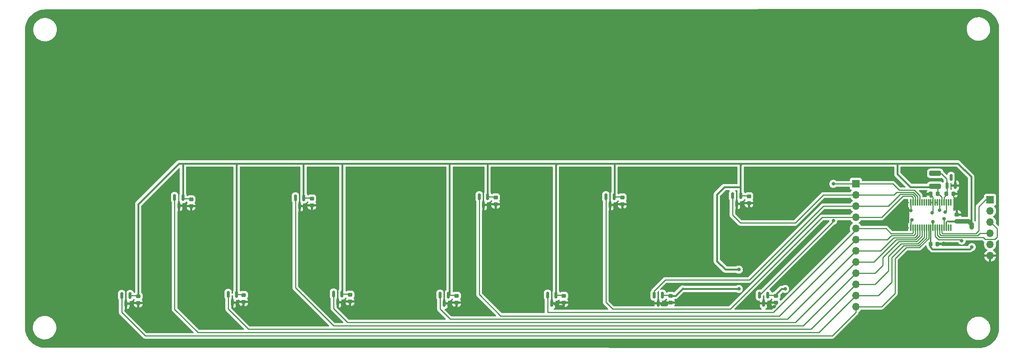
<source format=gtl>
G04 #@! TF.GenerationSoftware,KiCad,Pcbnew,6.0.8-f2edbf62ab~116~ubuntu20.04.1*
G04 #@! TF.CreationDate,2022-10-14T13:30:27-04:00*
G04 #@! TF.ProjectId,developmentboard,64657665-6c6f-4706-9d65-6e74626f6172,rev?*
G04 #@! TF.SameCoordinates,Original*
G04 #@! TF.FileFunction,Copper,L1,Top*
G04 #@! TF.FilePolarity,Positive*
%FSLAX46Y46*%
G04 Gerber Fmt 4.6, Leading zero omitted, Abs format (unit mm)*
G04 Created by KiCad (PCBNEW 6.0.8-f2edbf62ab~116~ubuntu20.04.1) date 2022-10-14 13:30:27*
%MOMM*%
%LPD*%
G01*
G04 APERTURE LIST*
G04 Aperture macros list*
%AMRoundRect*
0 Rectangle with rounded corners*
0 $1 Rounding radius*
0 $2 $3 $4 $5 $6 $7 $8 $9 X,Y pos of 4 corners*
0 Add a 4 corners polygon primitive as box body*
4,1,4,$2,$3,$4,$5,$6,$7,$8,$9,$2,$3,0*
0 Add four circle primitives for the rounded corners*
1,1,$1+$1,$2,$3*
1,1,$1+$1,$4,$5*
1,1,$1+$1,$6,$7*
1,1,$1+$1,$8,$9*
0 Add four rect primitives between the rounded corners*
20,1,$1+$1,$2,$3,$4,$5,0*
20,1,$1+$1,$4,$5,$6,$7,0*
20,1,$1+$1,$6,$7,$8,$9,0*
20,1,$1+$1,$8,$9,$2,$3,0*%
G04 Aperture macros list end*
G04 #@! TA.AperFunction,SMDPad,CuDef*
%ADD10RoundRect,0.225000X-0.225000X-0.250000X0.225000X-0.250000X0.225000X0.250000X-0.225000X0.250000X0*%
G04 #@! TD*
G04 #@! TA.AperFunction,SMDPad,CuDef*
%ADD11RoundRect,0.225000X0.225000X0.250000X-0.225000X0.250000X-0.225000X-0.250000X0.225000X-0.250000X0*%
G04 #@! TD*
G04 #@! TA.AperFunction,SMDPad,CuDef*
%ADD12RoundRect,0.150000X-0.150000X0.587500X-0.150000X-0.587500X0.150000X-0.587500X0.150000X0.587500X0*%
G04 #@! TD*
G04 #@! TA.AperFunction,SMDPad,CuDef*
%ADD13RoundRect,0.225000X0.250000X-0.225000X0.250000X0.225000X-0.250000X0.225000X-0.250000X-0.225000X0*%
G04 #@! TD*
G04 #@! TA.AperFunction,SMDPad,CuDef*
%ADD14RoundRect,0.225000X-0.250000X0.225000X-0.250000X-0.225000X0.250000X-0.225000X0.250000X0.225000X0*%
G04 #@! TD*
G04 #@! TA.AperFunction,ComponentPad*
%ADD15R,1.700000X1.700000*%
G04 #@! TD*
G04 #@! TA.AperFunction,ComponentPad*
%ADD16O,1.700000X1.700000*%
G04 #@! TD*
G04 #@! TA.AperFunction,SMDPad,CuDef*
%ADD17RoundRect,0.150000X0.150000X-0.587500X0.150000X0.587500X-0.150000X0.587500X-0.150000X-0.587500X0*%
G04 #@! TD*
G04 #@! TA.AperFunction,SMDPad,CuDef*
%ADD18RoundRect,0.250000X1.075000X-0.312500X1.075000X0.312500X-1.075000X0.312500X-1.075000X-0.312500X0*%
G04 #@! TD*
G04 #@! TA.AperFunction,SMDPad,CuDef*
%ADD19RoundRect,0.075000X-0.075000X0.662500X-0.075000X-0.662500X0.075000X-0.662500X0.075000X0.662500X0*%
G04 #@! TD*
G04 #@! TA.AperFunction,ViaPad*
%ADD20C,0.800000*%
G04 #@! TD*
G04 #@! TA.AperFunction,Conductor*
%ADD21C,0.250000*%
G04 #@! TD*
G04 #@! TA.AperFunction,Conductor*
%ADD22C,0.300000*%
G04 #@! TD*
G04 #@! TA.AperFunction,Conductor*
%ADD23C,1.000000*%
G04 #@! TD*
G04 #@! TA.AperFunction,Conductor*
%ADD24C,0.400000*%
G04 #@! TD*
G04 APERTURE END LIST*
D10*
X248638000Y-89656000D03*
X250188000Y-89656000D03*
D11*
X246619000Y-101066000D03*
X245069000Y-101066000D03*
D12*
X111640750Y-112425000D03*
X109740750Y-112425000D03*
X110690750Y-114300000D03*
D13*
X113484750Y-114137500D03*
X113484750Y-112587500D03*
X210004750Y-114391500D03*
X210004750Y-112841500D03*
D10*
X245082000Y-89656000D03*
X246632000Y-89656000D03*
D13*
X146492000Y-92039500D03*
X146492000Y-90489500D03*
X89354750Y-114216000D03*
X89354750Y-112666000D03*
D14*
X250994000Y-94348000D03*
X250994000Y-95898000D03*
D13*
X65478750Y-114470000D03*
X65478750Y-112920000D03*
X175194000Y-92039500D03*
X175194000Y-90489500D03*
X186128750Y-114391500D03*
X186128750Y-112841500D03*
X203896000Y-91785500D03*
X203896000Y-90235500D03*
D12*
X102992000Y-90581000D03*
X101092000Y-90581000D03*
X102042000Y-92456000D03*
X160154750Y-112679000D03*
X158254750Y-112679000D03*
X159204750Y-114554000D03*
D15*
X228092000Y-87371000D03*
D16*
X228092000Y-89911000D03*
X228092000Y-92451000D03*
X228092000Y-94991000D03*
X228092000Y-97531000D03*
X228092000Y-100071000D03*
X228092000Y-102611000D03*
X228092000Y-105151000D03*
X228092000Y-107691000D03*
X228092000Y-110231000D03*
X228092000Y-112771000D03*
X228092000Y-115311000D03*
D13*
X137614750Y-114391500D03*
X137614750Y-112841500D03*
D12*
X75626000Y-90502500D03*
X73726000Y-90502500D03*
X74676000Y-92377500D03*
D17*
X248744000Y-87793500D03*
X250644000Y-87793500D03*
X249694000Y-85918500D03*
D18*
X246094000Y-87918500D03*
X246094000Y-84993500D03*
D13*
X104836000Y-92293500D03*
X104836000Y-90743500D03*
D12*
X63634750Y-112757500D03*
X61734750Y-112757500D03*
X62684750Y-114632500D03*
X135770750Y-112679000D03*
X133870750Y-112679000D03*
X134820750Y-114554000D03*
X144648000Y-90327000D03*
X142748000Y-90327000D03*
X143698000Y-92202000D03*
X208160750Y-112679000D03*
X206260750Y-112679000D03*
X207210750Y-114554000D03*
X202052000Y-90073000D03*
X200152000Y-90073000D03*
X201102000Y-91948000D03*
D13*
X161920250Y-114391500D03*
X161920250Y-112841500D03*
D12*
X173350000Y-90327000D03*
X171450000Y-90327000D03*
X172400000Y-92202000D03*
D19*
X249595000Y-91625500D03*
X249095000Y-91625500D03*
X248595000Y-91625500D03*
X248095000Y-91625500D03*
X247595000Y-91625500D03*
X247095000Y-91625500D03*
X246595000Y-91625500D03*
X246095000Y-91625500D03*
X245595000Y-91625500D03*
X245095000Y-91625500D03*
X244595000Y-91625500D03*
X244095000Y-91625500D03*
X243595000Y-91625500D03*
X243095000Y-91625500D03*
X242595000Y-91625500D03*
X242095000Y-91625500D03*
X241595000Y-91625500D03*
X241095000Y-91625500D03*
X240595000Y-91625500D03*
X240595000Y-97350500D03*
X241095000Y-97350500D03*
X241595000Y-97350500D03*
X242095000Y-97350500D03*
X242595000Y-97350500D03*
X243095000Y-97350500D03*
X243595000Y-97350500D03*
X244095000Y-97350500D03*
X244595000Y-97350500D03*
X245095000Y-97350500D03*
X245595000Y-97350500D03*
X246095000Y-97350500D03*
X246595000Y-97350500D03*
X247095000Y-97350500D03*
X247595000Y-97350500D03*
X248095000Y-97350500D03*
X248595000Y-97350500D03*
X249095000Y-97350500D03*
X249595000Y-97350500D03*
D15*
X258544000Y-91006000D03*
D16*
X258544000Y-93546000D03*
X258544000Y-96086000D03*
X258544000Y-98626000D03*
X258544000Y-101166000D03*
X258544000Y-103706000D03*
D12*
X184284750Y-112679000D03*
X182384750Y-112679000D03*
X183334750Y-114554000D03*
X87764750Y-112503500D03*
X85864750Y-112503500D03*
X86814750Y-114378500D03*
D13*
X77470000Y-92469000D03*
X77470000Y-90919000D03*
D20*
X147114000Y-49646000D03*
X97114000Y-49646000D03*
X147194000Y-104586000D03*
X52114000Y-84656000D03*
X62114000Y-94656000D03*
X122164000Y-99616000D03*
X152124000Y-54636000D03*
X104902000Y-93726000D03*
X202164000Y-59626000D03*
X97144000Y-74636000D03*
X162164000Y-89626000D03*
X132114000Y-54646000D03*
X132154000Y-94626000D03*
X62114000Y-99656000D03*
X192154000Y-54626000D03*
X162164000Y-94626000D03*
X77124000Y-74636000D03*
X52084000Y-49656000D03*
X52114000Y-94656000D03*
X127164000Y-104616000D03*
X203962000Y-92964000D03*
X82124000Y-79636000D03*
X132134000Y-69636000D03*
X122154000Y-74626000D03*
X92124000Y-64646000D03*
X152164000Y-94616000D03*
X142124000Y-64646000D03*
X72094000Y-54646000D03*
X62114000Y-89656000D03*
X52114000Y-89656000D03*
X92164000Y-104636000D03*
X157154000Y-84616000D03*
X132124000Y-64646000D03*
X92114000Y-49646000D03*
X87884000Y-114808000D03*
X197154000Y-49626000D03*
X72104000Y-59646000D03*
X157134000Y-64636000D03*
X162124000Y-49636000D03*
X207174000Y-69616000D03*
X216184000Y-106586000D03*
X247984000Y-100906000D03*
X182194000Y-99616000D03*
X67114000Y-79646000D03*
X112124000Y-54636000D03*
X177174000Y-74626000D03*
X62114000Y-84656000D03*
X132124000Y-59646000D03*
X92134000Y-69636000D03*
X82094000Y-49646000D03*
X77124000Y-79636000D03*
X67094000Y-64656000D03*
X162124000Y-54636000D03*
X172154000Y-64636000D03*
X137124000Y-64646000D03*
X185166000Y-114808000D03*
X162184000Y-109616000D03*
X52124000Y-119696000D03*
X52114000Y-74646000D03*
X142114000Y-49646000D03*
X167164000Y-94626000D03*
X67084000Y-49656000D03*
X117134000Y-59636000D03*
X127174000Y-114616000D03*
X147204000Y-114586000D03*
X72124000Y-79636000D03*
X122134000Y-64636000D03*
X67124000Y-104656000D03*
X97144000Y-84646000D03*
X187174000Y-84626000D03*
X172164000Y-69626000D03*
X107124000Y-59646000D03*
X111760000Y-114808000D03*
X77470000Y-93726000D03*
X162144000Y-69626000D03*
X207164000Y-59626000D03*
X127164000Y-99616000D03*
X102144000Y-74636000D03*
X187174000Y-79626000D03*
X107124000Y-64646000D03*
X127124000Y-49636000D03*
X107114000Y-54646000D03*
X157154000Y-79626000D03*
X92144000Y-84646000D03*
X102114000Y-49646000D03*
X167134000Y-64636000D03*
X127144000Y-84626000D03*
X72114000Y-69636000D03*
X177144000Y-49636000D03*
X182154000Y-59636000D03*
X132154000Y-99626000D03*
X117154000Y-79626000D03*
X167134000Y-59636000D03*
X62114000Y-79646000D03*
X107144000Y-74636000D03*
X122134000Y-59636000D03*
X142134000Y-69636000D03*
X107144000Y-79636000D03*
X62114000Y-104666000D03*
X182144000Y-49636000D03*
X132164000Y-114626000D03*
X167144000Y-69626000D03*
X87114000Y-69636000D03*
X162154000Y-84626000D03*
X122174000Y-109616000D03*
X117174000Y-109616000D03*
X187164000Y-69626000D03*
X152174000Y-99606000D03*
X182184000Y-89616000D03*
X52084000Y-54656000D03*
X62084000Y-49656000D03*
X202154000Y-54626000D03*
X67094000Y-59656000D03*
X62094000Y-59656000D03*
X122174000Y-114616000D03*
X175260000Y-93218000D03*
X117134000Y-64636000D03*
X167124000Y-49636000D03*
X182174000Y-79626000D03*
X107114000Y-49646000D03*
X167184000Y-104616000D03*
X147124000Y-59646000D03*
X182194000Y-94616000D03*
X137134000Y-69636000D03*
X132114000Y-49646000D03*
X82144000Y-99636000D03*
X197184000Y-79616000D03*
X57104000Y-69646000D03*
X132144000Y-79636000D03*
X152164000Y-89616000D03*
X245394000Y-93956000D03*
X62114000Y-74646000D03*
X97124000Y-64646000D03*
X117144000Y-69626000D03*
X142114000Y-54646000D03*
X213694000Y-109076000D03*
X57084000Y-54656000D03*
X248394000Y-93756000D03*
X182174000Y-84626000D03*
X67114000Y-84656000D03*
X172144000Y-49636000D03*
X57114000Y-89656000D03*
X57114000Y-94656000D03*
X97164000Y-104636000D03*
X62094000Y-64656000D03*
X202184000Y-74616000D03*
X187194000Y-94616000D03*
X187154000Y-59636000D03*
X57114000Y-74646000D03*
X92174000Y-109636000D03*
X57124000Y-119696000D03*
X197154000Y-54626000D03*
X202164000Y-64626000D03*
X103124000Y-92964000D03*
X112154000Y-74626000D03*
X137414000Y-115570000D03*
X147124000Y-64646000D03*
X77094000Y-54646000D03*
X72124000Y-74636000D03*
X132164000Y-109626000D03*
X202184000Y-92456000D03*
X57094000Y-64656000D03*
X177154000Y-64636000D03*
X152134000Y-64636000D03*
X112134000Y-64636000D03*
X160274000Y-115316000D03*
X202154000Y-49626000D03*
X92154000Y-94646000D03*
X192184000Y-79616000D03*
X162154000Y-79626000D03*
X207184000Y-79616000D03*
X184150000Y-114808000D03*
X72094000Y-49646000D03*
X172174000Y-74626000D03*
X89154000Y-115316000D03*
X122124000Y-54636000D03*
X192164000Y-64626000D03*
X117124000Y-49636000D03*
X127164000Y-94616000D03*
X122144000Y-84626000D03*
X77104000Y-64646000D03*
X112154000Y-79626000D03*
X167154000Y-74626000D03*
X192154000Y-49626000D03*
X102134000Y-69636000D03*
X67134000Y-109656000D03*
X52104000Y-69646000D03*
X117154000Y-89616000D03*
X92114000Y-54646000D03*
X57114000Y-109666000D03*
X132134000Y-84636000D03*
X147184000Y-99586000D03*
X92174000Y-114636000D03*
X92144000Y-79636000D03*
X157124000Y-54636000D03*
X182154000Y-64636000D03*
X167154000Y-79626000D03*
X132144000Y-74636000D03*
X117124000Y-54636000D03*
X87124000Y-79636000D03*
X202184000Y-79616000D03*
X167184000Y-109616000D03*
X177174000Y-79626000D03*
X75946000Y-92964000D03*
X192184000Y-74616000D03*
X82134000Y-89646000D03*
X102124000Y-64646000D03*
X92144000Y-89646000D03*
X187144000Y-49636000D03*
X87104000Y-64646000D03*
X250594000Y-93056000D03*
X97174000Y-114636000D03*
X82154000Y-104636000D03*
X152154000Y-79626000D03*
X82134000Y-94646000D03*
X57084000Y-49656000D03*
X82104000Y-59646000D03*
X112124000Y-49636000D03*
X112134000Y-59636000D03*
X157184000Y-104606000D03*
X117164000Y-99616000D03*
X57114000Y-104666000D03*
X192194000Y-89606000D03*
X152154000Y-74626000D03*
X87094000Y-49646000D03*
X142144000Y-74636000D03*
X52114000Y-104666000D03*
X117154000Y-74626000D03*
X187184000Y-89616000D03*
X97134000Y-69636000D03*
X157164000Y-89616000D03*
X157134000Y-59636000D03*
X135890000Y-115062000D03*
X221174000Y-101596000D03*
X137144000Y-79636000D03*
X82114000Y-69636000D03*
X82094000Y-54646000D03*
X192184000Y-84616000D03*
X157144000Y-69626000D03*
X182174000Y-74626000D03*
X57094000Y-59656000D03*
X97154000Y-94646000D03*
X132144000Y-89626000D03*
X52114000Y-79646000D03*
X157184000Y-109606000D03*
X187194000Y-99616000D03*
X207154000Y-49626000D03*
X57114000Y-99656000D03*
X245594000Y-95956000D03*
X252094000Y-88456000D03*
X207164000Y-64626000D03*
X107134000Y-69636000D03*
X113030000Y-115316000D03*
X218684000Y-104086000D03*
X62114000Y-109666000D03*
X117164000Y-94616000D03*
X122154000Y-89616000D03*
X248095000Y-95313000D03*
X102144000Y-79636000D03*
X122144000Y-69626000D03*
X57124000Y-114696000D03*
X147194000Y-109586000D03*
X240794000Y-95556000D03*
X137144000Y-74636000D03*
X62084000Y-54656000D03*
X162154000Y-74626000D03*
X127154000Y-79626000D03*
X127124000Y-54636000D03*
X172174000Y-79626000D03*
X167124000Y-54636000D03*
X142124000Y-59646000D03*
X82154000Y-109636000D03*
X157174000Y-99606000D03*
X87104000Y-59646000D03*
X147134000Y-69636000D03*
X82124000Y-74636000D03*
X162174000Y-99616000D03*
X67104000Y-69646000D03*
X67134000Y-114656000D03*
X202174000Y-69616000D03*
X250694000Y-90856000D03*
X152154000Y-84616000D03*
X67114000Y-99666000D03*
X87094000Y-54646000D03*
X97144000Y-89646000D03*
X247094000Y-93356000D03*
X67114000Y-94666000D03*
X52124000Y-114696000D03*
X192204000Y-99606000D03*
X82104000Y-64646000D03*
X102124000Y-59646000D03*
X209550000Y-115316000D03*
X147144000Y-79636000D03*
X127154000Y-89616000D03*
X137114000Y-54646000D03*
X57114000Y-79646000D03*
X77104000Y-59646000D03*
X187144000Y-54636000D03*
X197184000Y-74616000D03*
X97144000Y-79636000D03*
X172154000Y-59636000D03*
X92144000Y-74636000D03*
X197174000Y-69616000D03*
X152194000Y-114606000D03*
X52114000Y-99656000D03*
X147144000Y-74636000D03*
X127154000Y-74626000D03*
X62104000Y-69646000D03*
X122154000Y-79626000D03*
X122164000Y-94616000D03*
X208280000Y-115062000D03*
X192174000Y-69616000D03*
X112144000Y-69626000D03*
X97124000Y-59646000D03*
X147114000Y-54646000D03*
X117164000Y-104616000D03*
X52114000Y-109666000D03*
X197164000Y-64626000D03*
X77114000Y-69636000D03*
X152144000Y-69626000D03*
X177164000Y-69626000D03*
X52094000Y-59656000D03*
X57114000Y-84656000D03*
X52094000Y-64656000D03*
X172144000Y-54636000D03*
X127144000Y-69626000D03*
X102114000Y-54646000D03*
X127134000Y-64636000D03*
X182164000Y-69626000D03*
X207184000Y-74616000D03*
X117144000Y-84626000D03*
X192164000Y-59626000D03*
X177144000Y-54636000D03*
X142144000Y-79636000D03*
X152124000Y-49636000D03*
X157124000Y-49636000D03*
X167154000Y-84626000D03*
X122124000Y-49636000D03*
X77094000Y-49646000D03*
X152184000Y-104606000D03*
X137114000Y-49646000D03*
X243894000Y-89856000D03*
X152184000Y-109606000D03*
X92124000Y-59646000D03*
X87124000Y-74636000D03*
X157164000Y-94616000D03*
X82124000Y-84646000D03*
X67084000Y-54656000D03*
X187154000Y-64636000D03*
X162184000Y-104616000D03*
X167164000Y-89626000D03*
X240594000Y-93456000D03*
X97154000Y-99646000D03*
X122164000Y-104616000D03*
X132154000Y-104626000D03*
X72104000Y-64646000D03*
X92154000Y-99646000D03*
X137124000Y-59646000D03*
X127134000Y-59636000D03*
X162134000Y-64636000D03*
X97114000Y-54646000D03*
X162134000Y-59636000D03*
X67114000Y-74646000D03*
X207154000Y-54626000D03*
X197164000Y-59626000D03*
X117174000Y-114616000D03*
X182144000Y-54636000D03*
X177154000Y-59636000D03*
X152134000Y-59636000D03*
X167174000Y-99616000D03*
X147174000Y-94596000D03*
X187174000Y-74626000D03*
X157154000Y-74626000D03*
X192204000Y-94606000D03*
X161290000Y-115316000D03*
X127174000Y-109616000D03*
X173482000Y-92710000D03*
X97174000Y-109636000D03*
X254394000Y-97256000D03*
X201594000Y-106856000D03*
X201594000Y-111256000D03*
X254394000Y-101756000D03*
X212094000Y-111256000D03*
X252114000Y-100292500D03*
X223012000Y-87376000D03*
X223012000Y-95758000D03*
D21*
X183334750Y-114554000D02*
X183896000Y-114554000D01*
X159512000Y-114554000D02*
X160274000Y-115316000D01*
X245595000Y-90429000D02*
X245082000Y-89916000D01*
X247916000Y-100838000D02*
X247984000Y-100906000D01*
X87454500Y-114378500D02*
X87884000Y-114808000D01*
X247095000Y-91625500D02*
X247095000Y-93171000D01*
X247142000Y-93308000D02*
X247094000Y-93356000D01*
X250644000Y-87893500D02*
X251531500Y-87893500D01*
X207772000Y-114554000D02*
X208280000Y-115062000D01*
X245593478Y-93218000D02*
X245594000Y-93218522D01*
X172974000Y-92202000D02*
X172400000Y-92202000D01*
X240792000Y-95504000D02*
X240792000Y-95554000D01*
X247142000Y-93218000D02*
X247142000Y-93308000D01*
X104836000Y-93660000D02*
X104902000Y-93726000D01*
X207210750Y-114554000D02*
X207772000Y-114554000D01*
X113484750Y-114861250D02*
X113030000Y-115316000D01*
X248595000Y-91625500D02*
X248595000Y-93543000D01*
X74676000Y-92377500D02*
X75359500Y-92377500D01*
X245595000Y-91625500D02*
X245595000Y-90429000D01*
X250188000Y-90350000D02*
X250188000Y-89916000D01*
X250694000Y-90856000D02*
X250188000Y-90350000D01*
X161920250Y-114685750D02*
X161290000Y-115316000D01*
X102616000Y-92456000D02*
X103124000Y-92964000D01*
X247095000Y-93171000D02*
X247142000Y-93218000D01*
X245594000Y-93218522D02*
X245594522Y-93218000D01*
X89354750Y-114216000D02*
X89354750Y-115115250D01*
X183896000Y-114554000D02*
X184150000Y-114808000D01*
X245594000Y-93218522D02*
X245594000Y-93756000D01*
X201102000Y-91948000D02*
X201676000Y-91948000D01*
X240792000Y-95554000D02*
X240794000Y-95556000D01*
X248412000Y-93726000D02*
X248412000Y-93738000D01*
X240595000Y-97350500D02*
X240595000Y-95701000D01*
X210004750Y-114391500D02*
X210004750Y-114861250D01*
X159204750Y-114554000D02*
X159512000Y-114554000D01*
X250810000Y-93272000D02*
X250810000Y-94348000D01*
X240595000Y-95701000D02*
X240792000Y-95504000D01*
X248095000Y-97350500D02*
X248095000Y-95313000D01*
X173482000Y-92710000D02*
X172974000Y-92202000D01*
X137614750Y-114391500D02*
X137614750Y-115369250D01*
X203896000Y-91785500D02*
X203896000Y-92898000D01*
X243954000Y-89916000D02*
X243894000Y-89856000D01*
X175260000Y-93218000D02*
X175260000Y-93096000D01*
X161920250Y-114391500D02*
X161920250Y-114685750D01*
X210004750Y-114861250D02*
X209550000Y-115316000D01*
X175260000Y-93096000D02*
X175194000Y-93030000D01*
X245594000Y-93756000D02*
X245394000Y-93956000D01*
X240595000Y-91625500D02*
X240595000Y-93415000D01*
D22*
X245595000Y-97350500D02*
X245595000Y-95957000D01*
D21*
X102042000Y-92456000D02*
X102616000Y-92456000D01*
X110690750Y-114300000D02*
X111252000Y-114300000D01*
X175194000Y-93030000D02*
X175194000Y-92039500D01*
X134820750Y-114554000D02*
X135382000Y-114554000D01*
X248595000Y-93543000D02*
X248412000Y-93726000D01*
X246505000Y-100838000D02*
X247916000Y-100838000D01*
X113484750Y-114137500D02*
X113484750Y-114861250D01*
X135382000Y-114554000D02*
X135890000Y-115062000D01*
X250594000Y-93056000D02*
X250810000Y-93272000D01*
X77470000Y-92469000D02*
X77470000Y-93726000D01*
X185582500Y-114391500D02*
X185166000Y-114808000D01*
X245595000Y-91625500D02*
X245595000Y-93195000D01*
X104836000Y-92293500D02*
X104836000Y-93660000D01*
X89354750Y-115115250D02*
X89154000Y-115316000D01*
X86814750Y-114378500D02*
X87454500Y-114378500D01*
X201676000Y-91948000D02*
X202184000Y-92456000D01*
X186128750Y-114391500D02*
X185582500Y-114391500D01*
X75359500Y-92377500D02*
X75946000Y-92964000D01*
X111252000Y-114300000D02*
X111760000Y-114808000D01*
X245082000Y-89916000D02*
X243954000Y-89916000D01*
X245595000Y-91625500D02*
X245095000Y-91625500D01*
X251531500Y-87893500D02*
X252094000Y-88456000D01*
X248412000Y-93738000D02*
X248394000Y-93756000D01*
X137614750Y-115369250D02*
X137414000Y-115570000D01*
X203896000Y-92898000D02*
X203962000Y-92964000D01*
D23*
X254394000Y-97256000D02*
X254394000Y-96616000D01*
D24*
X102924000Y-82756000D02*
X102924000Y-90513000D01*
X198534000Y-106856000D02*
X201594000Y-106856000D01*
X254394000Y-101756000D02*
X253924000Y-102226000D01*
D21*
X137452250Y-112679000D02*
X137614750Y-112841500D01*
X246632000Y-89656000D02*
X246632000Y-88456500D01*
D24*
X136044000Y-112405750D02*
X135770750Y-112679000D01*
D23*
X253406000Y-95898000D02*
X250994000Y-95898000D01*
D24*
X136044000Y-82756000D02*
X111744000Y-82756000D01*
D21*
X89192250Y-112503500D02*
X89354750Y-112666000D01*
D24*
X240454000Y-88086000D02*
X237524000Y-85156000D01*
X102924000Y-82756000D02*
X111744000Y-82756000D01*
X111744000Y-112321750D02*
X111640750Y-112425000D01*
D21*
X135770750Y-112679000D02*
X137452250Y-112679000D01*
D24*
X173434000Y-82756000D02*
X173434000Y-90243000D01*
D21*
X111640750Y-112425000D02*
X113322250Y-112425000D01*
D24*
X65478750Y-111931250D02*
X65478750Y-91981250D01*
D21*
X247595000Y-91625500D02*
X247595000Y-90384000D01*
D24*
X198284000Y-88126000D02*
X196604000Y-89806000D01*
D21*
X77307500Y-90756500D02*
X77470000Y-90919000D01*
D24*
X211265250Y-111256000D02*
X212094000Y-111256000D01*
X65478750Y-112920000D02*
X65478750Y-111931250D01*
X201984000Y-90005000D02*
X202052000Y-90073000D01*
X237054000Y-82756000D02*
X251244000Y-82756000D01*
D21*
X87510750Y-112503500D02*
X89192250Y-112503500D01*
D24*
X254254000Y-95898000D02*
X253406000Y-95898000D01*
X144644000Y-82756000D02*
X144644000Y-90323000D01*
X201594000Y-111256000D02*
X188984000Y-111256000D01*
D21*
X202052000Y-90073000D02*
X203733500Y-90073000D01*
D24*
X202314000Y-82756000D02*
X173434000Y-82756000D01*
X144644000Y-90323000D02*
X144648000Y-90327000D01*
D21*
X113322250Y-112425000D02*
X113484750Y-112587500D01*
D24*
X253924000Y-102226000D02*
X245494000Y-102226000D01*
X186128750Y-112841500D02*
X187198500Y-112841500D01*
X160504000Y-82756000D02*
X160124000Y-83136000D01*
X65478750Y-91981250D02*
X74704000Y-82756000D01*
X160124000Y-83136000D02*
X160124000Y-112648250D01*
X201984000Y-88126000D02*
X201984000Y-90005000D01*
D21*
X75626000Y-90756500D02*
X77307500Y-90756500D01*
D24*
X249244315Y-95898000D02*
X250810000Y-95898000D01*
X173434000Y-82756000D02*
X160504000Y-82756000D01*
D23*
X254394000Y-96616000D02*
X253676000Y-95898000D01*
D21*
X208160750Y-112679000D02*
X209842250Y-112679000D01*
X175031500Y-90327000D02*
X175194000Y-90489500D01*
D24*
X111744000Y-82756000D02*
X111744000Y-112321750D01*
D21*
X173350000Y-90327000D02*
X175031500Y-90327000D01*
D24*
X245494000Y-102226000D02*
X244955000Y-101687000D01*
X75626000Y-90502500D02*
X75626000Y-82854000D01*
X144644000Y-82756000D02*
X136044000Y-82756000D01*
D21*
X160154750Y-112679000D02*
X161757750Y-112679000D01*
D24*
X251244000Y-82756000D02*
X254254000Y-85766000D01*
X237054000Y-82756000D02*
X202314000Y-82756000D01*
D22*
X245070000Y-101065000D02*
X245070000Y-98586000D01*
D24*
X75626000Y-82854000D02*
X75724000Y-82756000D01*
X246094000Y-87918500D02*
X245926500Y-88086000D01*
X75724000Y-82756000D02*
X87994000Y-82756000D01*
D22*
X245069000Y-101066000D02*
X245070000Y-101065000D01*
D21*
X203733500Y-90073000D02*
X203896000Y-90235500D01*
X63634750Y-112757500D02*
X65316250Y-112757500D01*
D24*
X254254000Y-85766000D02*
X254254000Y-95898000D01*
X187198500Y-112841500D02*
X188884000Y-111156000D01*
X196604000Y-89806000D02*
X196604000Y-104926000D01*
X245926500Y-88086000D02*
X240454000Y-88086000D01*
D21*
X246632000Y-88456500D02*
X246194000Y-88018500D01*
X247595000Y-90384000D02*
X247127000Y-89916000D01*
D24*
X202314000Y-82756000D02*
X201984000Y-83086000D01*
X160124000Y-112648250D02*
X160154750Y-112679000D01*
X196604000Y-104926000D02*
X198534000Y-106856000D01*
X87764750Y-82985250D02*
X87994000Y-82756000D01*
D22*
X245095000Y-98561000D02*
X245070000Y-98586000D01*
D21*
X146329500Y-90327000D02*
X146492000Y-90489500D01*
D24*
X201984000Y-83086000D02*
X201984000Y-88126000D01*
D21*
X65316250Y-112757500D02*
X65478750Y-112920000D01*
D24*
X74704000Y-82756000D02*
X75724000Y-82756000D01*
D22*
X248595000Y-97350500D02*
X248595000Y-96175000D01*
D21*
X144648000Y-90327000D02*
X146329500Y-90327000D01*
X185966250Y-112679000D02*
X186128750Y-112841500D01*
D24*
X237524000Y-85156000D02*
X237524000Y-82866000D01*
X173434000Y-90243000D02*
X173350000Y-90327000D01*
D22*
X245095000Y-97350500D02*
X245095000Y-98561000D01*
D21*
X247127000Y-89916000D02*
X246632000Y-89916000D01*
D24*
X87994000Y-82756000D02*
X102924000Y-82756000D01*
X209842250Y-112679000D02*
X211265250Y-111256000D01*
D21*
X104673500Y-90581000D02*
X104836000Y-90743500D01*
D22*
X248595000Y-96175000D02*
X248872000Y-95898000D01*
D24*
X102924000Y-90513000D02*
X102992000Y-90581000D01*
X136044000Y-82756000D02*
X136044000Y-112405750D01*
D21*
X209842250Y-112679000D02*
X210004750Y-112841500D01*
D24*
X160504000Y-82756000D02*
X144644000Y-82756000D01*
D21*
X184284750Y-112679000D02*
X185966250Y-112679000D01*
X102992000Y-90581000D02*
X104673500Y-90581000D01*
D23*
X253676000Y-95898000D02*
X253406000Y-95898000D01*
D24*
X244955000Y-101687000D02*
X244955000Y-100838000D01*
D21*
X161757750Y-112679000D02*
X161920250Y-112841500D01*
D24*
X87764750Y-112503500D02*
X87764750Y-82985250D01*
D22*
X248872000Y-95898000D02*
X249244315Y-95898000D01*
D24*
X201984000Y-88126000D02*
X198284000Y-88126000D01*
D21*
X248744000Y-87893500D02*
X248744000Y-89550000D01*
X248694000Y-87743500D02*
X248694000Y-86256000D01*
X248694000Y-86256000D02*
X247531500Y-85093500D01*
X248744000Y-87793500D02*
X248694000Y-87743500D01*
X248744000Y-89550000D02*
X248638000Y-89656000D01*
X248095000Y-91625500D02*
X248095000Y-90459000D01*
X248095000Y-90459000D02*
X248638000Y-89916000D01*
X248759000Y-89535000D02*
X248638000Y-89656000D01*
X247531500Y-85093500D02*
X246194000Y-85093500D01*
X247095000Y-97350500D02*
X247095000Y-98774000D01*
X247095000Y-98774000D02*
X247439000Y-99118000D01*
X256207000Y-98631000D02*
X258634000Y-98631000D01*
X247439000Y-99118000D02*
X255720000Y-99118000D01*
X255720000Y-99118000D02*
X256207000Y-98631000D01*
X247595000Y-98512000D02*
X247751000Y-98668000D01*
X247595000Y-97350500D02*
X247595000Y-98512000D01*
X255342000Y-98668000D02*
X255944000Y-98066000D01*
X255944000Y-92576000D02*
X257509000Y-91011000D01*
X255944000Y-98066000D02*
X255944000Y-92576000D01*
X247751000Y-98668000D02*
X255342000Y-98668000D01*
X257509000Y-91011000D02*
X258634000Y-91011000D01*
X250137000Y-100038000D02*
X251859500Y-100038000D01*
X251859500Y-100038000D02*
X252114000Y-100292500D01*
X246095000Y-99298000D02*
X246835000Y-100038000D01*
X246873000Y-100038000D02*
X250137000Y-100038000D01*
X246095000Y-97350500D02*
X246095000Y-99298000D01*
X246835000Y-100038000D02*
X246873000Y-100038000D01*
X257016000Y-99568000D02*
X257424000Y-99976000D01*
X246595000Y-97350500D02*
X246595000Y-99036000D01*
X257424000Y-99976000D02*
X259604000Y-99976000D01*
X260104000Y-99476000D02*
X260104000Y-97556000D01*
X247127000Y-99568000D02*
X257016000Y-99568000D01*
X259604000Y-99976000D02*
X260104000Y-99476000D01*
X246595000Y-99036000D02*
X247127000Y-99568000D01*
X260104000Y-97556000D02*
X260099000Y-97556000D01*
X260099000Y-97556000D02*
X258634000Y-96091000D01*
X222758000Y-96012000D02*
X223012000Y-95758000D01*
X241336188Y-88820000D02*
X237918000Y-88820000D01*
X206260750Y-112679000D02*
X222758000Y-96181750D01*
X237918000Y-88820000D02*
X236469000Y-87371000D01*
X236469000Y-87371000D02*
X228092000Y-87371000D01*
X223012000Y-87376000D02*
X224790000Y-87376000D01*
X242570000Y-91650500D02*
X242570000Y-90053812D01*
X224790000Y-87376000D02*
X224795000Y-87371000D01*
X242570000Y-90053812D02*
X241336188Y-88820000D01*
X242595000Y-91625500D02*
X242570000Y-91650500D01*
X222758000Y-96181750D02*
X222758000Y-96012000D01*
X224795000Y-87371000D02*
X228092000Y-87371000D01*
X220731000Y-89911000D02*
X228092000Y-89911000D01*
X242095000Y-91625500D02*
X242095000Y-90215208D01*
X237374000Y-89270000D02*
X236728000Y-89916000D01*
X201930000Y-96266000D02*
X214376000Y-96266000D01*
X214376000Y-96266000D02*
X220731000Y-89911000D01*
X200152000Y-94488000D02*
X201930000Y-96266000D01*
X241149792Y-89270000D02*
X237374000Y-89270000D01*
X242095000Y-90215208D02*
X241149792Y-89270000D01*
X236723000Y-89911000D02*
X228092000Y-89911000D01*
X236728000Y-89916000D02*
X236723000Y-89911000D01*
X200152000Y-90073000D02*
X200152000Y-94488000D01*
X238194000Y-89720000D02*
X235526000Y-92388000D01*
X203708000Y-109220000D02*
X203962000Y-109220000D01*
X240963396Y-89720000D02*
X240226000Y-89720000D01*
X240963396Y-89720000D02*
X238194000Y-89720000D01*
X182384750Y-111747250D02*
X184912000Y-109220000D01*
X238194000Y-89720000D02*
X235463000Y-92451000D01*
X235463000Y-92451000D02*
X228092000Y-92451000D01*
X203962000Y-109220000D02*
X220731000Y-92451000D01*
X184912000Y-109220000D02*
X203708000Y-109220000D01*
X220731000Y-92451000D02*
X228092000Y-92451000D01*
X241595000Y-91625500D02*
X241595000Y-90351604D01*
X241595000Y-90351604D02*
X240963396Y-89720000D01*
X240226000Y-89720000D02*
X238194000Y-89720000D01*
X182384750Y-112679000D02*
X182384750Y-111747250D01*
X220477000Y-94991000D02*
X228092000Y-94991000D01*
X240777000Y-90170000D02*
X238760000Y-90170000D01*
X171450000Y-90327000D02*
X171450000Y-114300000D01*
X199644000Y-115824000D02*
X220477000Y-94991000D01*
X172974000Y-115824000D02*
X199644000Y-115824000D01*
X233929000Y-94991000D02*
X228092000Y-94991000D01*
X241095000Y-90488000D02*
X240777000Y-90170000D01*
X171450000Y-114300000D02*
X172974000Y-115824000D01*
X238760000Y-90170000D02*
X233934000Y-94996000D01*
X233934000Y-94996000D02*
X233929000Y-94991000D01*
X241095000Y-91625500D02*
X241095000Y-90488000D01*
X236118000Y-98704000D02*
X234945000Y-97531000D01*
X241095000Y-97350500D02*
X241095000Y-98488000D01*
X228092000Y-97884000D02*
X228092000Y-97531000D01*
X240879000Y-98704000D02*
X236118000Y-98704000D01*
X158254750Y-116598750D02*
X158267500Y-116586000D01*
X158254750Y-112679000D02*
X158254750Y-116598750D01*
X158267500Y-116586000D02*
X209390000Y-116586000D01*
X234945000Y-97531000D02*
X228092000Y-97531000D01*
X209390000Y-116586000D02*
X228092000Y-97884000D01*
X241095000Y-98488000D02*
X240879000Y-98704000D01*
X142748000Y-112522000D02*
X147610000Y-117384000D01*
X147610000Y-117384000D02*
X210779000Y-117384000D01*
X235204000Y-100076000D02*
X235199000Y-100071000D01*
X235199000Y-100071000D02*
X228092000Y-100071000D01*
X210779000Y-117384000D02*
X228092000Y-100071000D01*
X236126000Y-99154000D02*
X235204000Y-100076000D01*
X241191000Y-99154000D02*
X236126000Y-99154000D01*
X241595000Y-98750000D02*
X241191000Y-99154000D01*
X241595000Y-97350500D02*
X241595000Y-98750000D01*
X142748000Y-90327000D02*
X142748000Y-112522000D01*
X133870750Y-112679000D02*
X133870750Y-115836750D01*
X136144000Y-118110000D02*
X212593000Y-118110000D01*
X233680000Y-102616000D02*
X233675000Y-102611000D01*
X233675000Y-102611000D02*
X228092000Y-102611000D01*
X212593000Y-118110000D02*
X228092000Y-102611000D01*
X133870750Y-115836750D02*
X136144000Y-118110000D01*
X242095000Y-99009208D02*
X241500208Y-99604000D01*
X242095000Y-97350500D02*
X242095000Y-99009208D01*
X241500208Y-99604000D02*
X236692000Y-99604000D01*
X236692000Y-99604000D02*
X233680000Y-102616000D01*
X237258000Y-100054000D02*
X232161000Y-105151000D01*
X242595000Y-97350500D02*
X242595000Y-99100000D01*
X109740750Y-115709250D02*
X112903500Y-118872000D01*
X242595000Y-99100000D02*
X242617802Y-99122802D01*
X232161000Y-105151000D02*
X228092000Y-105151000D01*
X241686604Y-100054000D02*
X237258000Y-100054000D01*
X242617802Y-99122802D02*
X241686604Y-100054000D01*
X214371000Y-118872000D02*
X228092000Y-105151000D01*
X112903500Y-118872000D02*
X214371000Y-118872000D01*
X109740750Y-112425000D02*
X109740750Y-115709250D01*
X228092000Y-107691000D02*
X232415000Y-107691000D01*
X234188000Y-104140000D02*
X237824000Y-100504000D01*
X109728000Y-119634000D02*
X216149000Y-119634000D01*
X237824000Y-100504000D02*
X241873000Y-100504000D01*
X232415000Y-107691000D02*
X234188000Y-105918000D01*
X101092000Y-90581000D02*
X101092000Y-110998000D01*
X216149000Y-119634000D02*
X228092000Y-107691000D01*
X234188000Y-105918000D02*
X234188000Y-104140000D01*
X101092000Y-110998000D02*
X109728000Y-119634000D01*
X243095000Y-99282000D02*
X243095000Y-97350500D01*
X241873000Y-100504000D02*
X243095000Y-99282000D01*
X235458000Y-103886000D02*
X235458000Y-107188000D01*
X85864750Y-115836750D02*
X90424000Y-120396000D01*
X90424000Y-120396000D02*
X217927000Y-120396000D01*
X243595000Y-97350500D02*
X243595000Y-99541208D01*
X243595000Y-99541208D02*
X242182208Y-100954000D01*
X217927000Y-120396000D02*
X228092000Y-110231000D01*
X85864750Y-112503500D02*
X85864750Y-115836750D01*
X232415000Y-110231000D02*
X228092000Y-110231000D01*
X238390000Y-100954000D02*
X235458000Y-103886000D01*
X242182208Y-100954000D02*
X238390000Y-100954000D01*
X235458000Y-107188000D02*
X232415000Y-110231000D01*
X233177000Y-112771000D02*
X235712000Y-110236000D01*
X78994000Y-121158000D02*
X219705000Y-121158000D01*
X244095000Y-97350500D02*
X244095000Y-99677604D01*
X73726000Y-115890000D02*
X78994000Y-121158000D01*
X73726000Y-90502500D02*
X73726000Y-115890000D01*
X219705000Y-121158000D02*
X228092000Y-112771000D01*
X244095000Y-99677604D02*
X242368604Y-101404000D01*
X236220000Y-109728000D02*
X236220000Y-104140000D01*
X238956000Y-101404000D02*
X236220000Y-104140000D01*
X242368604Y-101404000D02*
X238956000Y-101404000D01*
X228092000Y-112771000D02*
X233177000Y-112771000D01*
X235712000Y-110236000D02*
X236220000Y-109728000D01*
X236982000Y-104394000D02*
X239522000Y-101854000D01*
X61734750Y-116598750D02*
X67056000Y-121920000D01*
X61734750Y-112757500D02*
X61734750Y-116598750D01*
X242555000Y-101854000D02*
X239522000Y-101854000D01*
X236982000Y-112268000D02*
X236982000Y-104394000D01*
X244595000Y-97350500D02*
X244595000Y-99814000D01*
X228092000Y-116586000D02*
X228092000Y-115311000D01*
X228092000Y-115311000D02*
X233939000Y-115311000D01*
X244595000Y-99814000D02*
X242809000Y-101600000D01*
X233939000Y-115311000D02*
X236982000Y-112268000D01*
X242809000Y-101600000D02*
X242555000Y-101854000D01*
X67056000Y-121920000D02*
X222758000Y-121920000D01*
X222758000Y-121920000D02*
X228092000Y-116586000D01*
X246595000Y-91625500D02*
X246095000Y-91625500D01*
G04 #@! TA.AperFunction,Conductor*
G36*
X255966952Y-47665754D02*
G01*
X255995153Y-47669728D01*
X256015513Y-47666766D01*
X256037357Y-47665508D01*
X256293045Y-47673033D01*
X256392149Y-47675950D01*
X256403175Y-47676759D01*
X256785987Y-47721831D01*
X256796900Y-47723605D01*
X257174265Y-47802056D01*
X257184980Y-47804779D01*
X257554020Y-47916010D01*
X257564456Y-47919662D01*
X257922321Y-48062814D01*
X257932396Y-48067366D01*
X258276344Y-48241343D01*
X258285981Y-48246761D01*
X258613364Y-48450224D01*
X258622478Y-48456459D01*
X258930755Y-48687831D01*
X258939286Y-48694839D01*
X259144150Y-48878772D01*
X259226096Y-48952346D01*
X259233991Y-48960086D01*
X259497117Y-49241737D01*
X259504303Y-49250139D01*
X259741735Y-49553782D01*
X259748156Y-49562782D01*
X259958045Y-49886053D01*
X259963653Y-49895581D01*
X260138130Y-50224202D01*
X260144402Y-50236016D01*
X260149153Y-50245999D01*
X260299359Y-50600962D01*
X260303217Y-50611323D01*
X260421731Y-50978091D01*
X260424666Y-50988751D01*
X260510571Y-51364496D01*
X260512559Y-51375371D01*
X260565199Y-51757212D01*
X260566226Y-51768213D01*
X260574266Y-51931433D01*
X260583334Y-52115527D01*
X260582088Y-52140448D01*
X260580283Y-52152462D01*
X260581494Y-52161354D01*
X260581494Y-52161355D01*
X260584348Y-52182311D01*
X260585500Y-52199313D01*
X260585500Y-96842404D01*
X260565498Y-96910525D01*
X260511842Y-96957018D01*
X260441568Y-96967122D01*
X260376988Y-96937628D01*
X260370405Y-96931500D01*
X259912932Y-96474028D01*
X259878907Y-96411715D01*
X259877105Y-96368485D01*
X259889498Y-96274357D01*
X259905529Y-96152590D01*
X259905661Y-96147190D01*
X259907074Y-96089365D01*
X259907074Y-96089361D01*
X259907156Y-96086000D01*
X259888852Y-95863361D01*
X259834431Y-95646702D01*
X259745354Y-95441840D01*
X259624014Y-95254277D01*
X259473670Y-95089051D01*
X259469619Y-95085852D01*
X259469615Y-95085848D01*
X259302414Y-94953800D01*
X259302410Y-94953798D01*
X259298359Y-94950598D01*
X259257053Y-94927796D01*
X259207084Y-94877364D01*
X259192312Y-94807921D01*
X259217428Y-94741516D01*
X259244780Y-94714909D01*
X259288603Y-94683650D01*
X259423860Y-94587173D01*
X259479594Y-94531634D01*
X259578435Y-94433137D01*
X259582096Y-94429489D01*
X259588670Y-94420341D01*
X259709435Y-94252277D01*
X259712453Y-94248077D01*
X259754196Y-94163617D01*
X259809136Y-94052453D01*
X259809137Y-94052451D01*
X259811430Y-94047811D01*
X259876370Y-93834069D01*
X259905529Y-93612590D01*
X259906578Y-93569648D01*
X259907074Y-93549365D01*
X259907074Y-93549361D01*
X259907156Y-93546000D01*
X259888852Y-93323361D01*
X259834431Y-93106702D01*
X259745354Y-92901840D01*
X259683172Y-92805721D01*
X259626822Y-92718617D01*
X259626820Y-92718614D01*
X259624014Y-92714277D01*
X259620532Y-92710450D01*
X259476798Y-92552488D01*
X259445746Y-92488642D01*
X259454141Y-92418143D01*
X259499317Y-92363375D01*
X259525761Y-92349706D01*
X259632297Y-92309767D01*
X259640705Y-92306615D01*
X259757261Y-92219261D01*
X259844615Y-92102705D01*
X259895745Y-91966316D01*
X259902500Y-91904134D01*
X259902500Y-90107866D01*
X259895745Y-90045684D01*
X259844615Y-89909295D01*
X259757261Y-89792739D01*
X259640705Y-89705385D01*
X259504316Y-89654255D01*
X259442134Y-89647500D01*
X257645866Y-89647500D01*
X257583684Y-89654255D01*
X257447295Y-89705385D01*
X257330739Y-89792739D01*
X257243385Y-89909295D01*
X257192255Y-90045684D01*
X257185500Y-90107866D01*
X257185500Y-90394454D01*
X257165498Y-90462575D01*
X257130070Y-90496713D01*
X257130727Y-90497561D01*
X257124458Y-90502424D01*
X257117637Y-90506458D01*
X257103313Y-90520782D01*
X257088281Y-90533621D01*
X257071893Y-90545528D01*
X257051280Y-90570445D01*
X257043712Y-90579593D01*
X257035722Y-90588373D01*
X255551747Y-92072348D01*
X255543461Y-92079888D01*
X255536982Y-92084000D01*
X255531557Y-92089777D01*
X255490357Y-92133651D01*
X255487602Y-92136493D01*
X255467865Y-92156230D01*
X255465385Y-92159427D01*
X255457682Y-92168447D01*
X255427414Y-92200679D01*
X255423595Y-92207625D01*
X255423593Y-92207628D01*
X255417652Y-92218434D01*
X255406801Y-92234953D01*
X255394386Y-92250959D01*
X255391241Y-92258228D01*
X255391238Y-92258232D01*
X255376826Y-92291537D01*
X255371609Y-92302187D01*
X255350305Y-92340940D01*
X255348334Y-92348615D01*
X255348334Y-92348616D01*
X255345267Y-92360562D01*
X255338863Y-92379266D01*
X255330819Y-92397855D01*
X255329580Y-92405678D01*
X255329577Y-92405688D01*
X255323901Y-92441524D01*
X255321495Y-92453144D01*
X255316379Y-92473071D01*
X255310500Y-92495970D01*
X255310500Y-92516224D01*
X255308949Y-92535934D01*
X255305780Y-92555943D01*
X255306526Y-92563835D01*
X255309941Y-92599961D01*
X255310500Y-92611819D01*
X255310500Y-95797507D01*
X255290498Y-95865628D01*
X255236842Y-95912121D01*
X255166568Y-95922225D01*
X255104184Y-95894591D01*
X255077737Y-95872712D01*
X255068958Y-95864723D01*
X254999405Y-95795170D01*
X254965379Y-95732858D01*
X254962500Y-95706075D01*
X254962500Y-85794927D01*
X254962792Y-85786358D01*
X254966210Y-85736225D01*
X254966210Y-85736221D01*
X254966726Y-85728648D01*
X254955736Y-85665681D01*
X254954775Y-85659165D01*
X254950398Y-85622998D01*
X254947102Y-85595758D01*
X254944419Y-85588657D01*
X254943778Y-85586048D01*
X254939309Y-85569715D01*
X254938548Y-85567195D01*
X254937243Y-85559717D01*
X254933678Y-85551595D01*
X254911559Y-85501204D01*
X254909068Y-85495099D01*
X254889175Y-85442456D01*
X254889173Y-85442452D01*
X254886487Y-85435344D01*
X254882184Y-85429083D01*
X254880947Y-85426717D01*
X254872720Y-85411937D01*
X254871369Y-85409652D01*
X254868315Y-85402695D01*
X254863695Y-85396675D01*
X254863692Y-85396669D01*
X254832791Y-85356400D01*
X254829413Y-85351998D01*
X254825541Y-85346668D01*
X254793661Y-85300280D01*
X254793656Y-85300275D01*
X254789357Y-85294019D01*
X254742829Y-85252564D01*
X254737554Y-85247584D01*
X251765450Y-82275480D01*
X251759596Y-82269215D01*
X251757802Y-82267159D01*
X251721561Y-82225615D01*
X251669280Y-82188871D01*
X251663986Y-82184939D01*
X251619693Y-82150209D01*
X251613718Y-82145524D01*
X251606802Y-82142401D01*
X251604516Y-82141017D01*
X251589835Y-82132643D01*
X251587475Y-82131378D01*
X251581261Y-82127010D01*
X251574182Y-82124250D01*
X251574180Y-82124249D01*
X251521725Y-82103798D01*
X251515656Y-82101247D01*
X251457427Y-82074955D01*
X251449960Y-82073571D01*
X251447405Y-82072770D01*
X251431152Y-82068141D01*
X251428572Y-82067478D01*
X251421491Y-82064718D01*
X251413960Y-82063727D01*
X251413958Y-82063726D01*
X251384339Y-82059827D01*
X251358139Y-82056378D01*
X251351641Y-82055348D01*
X251288814Y-82043704D01*
X251281234Y-82044141D01*
X251281233Y-82044141D01*
X251226608Y-82047291D01*
X251219354Y-82047500D01*
X202342911Y-82047500D01*
X202334342Y-82047208D01*
X202284223Y-82043791D01*
X202284219Y-82043791D01*
X202276647Y-82043275D01*
X202269170Y-82044580D01*
X202269168Y-82044580D01*
X202263188Y-82045624D01*
X202241525Y-82047500D01*
X173442762Y-82047500D01*
X173442102Y-82047498D01*
X173356372Y-82047049D01*
X173356371Y-82047049D01*
X173351969Y-82047026D01*
X173350452Y-82047390D01*
X173348550Y-82047500D01*
X160532912Y-82047500D01*
X160524342Y-82047208D01*
X160474225Y-82043791D01*
X160474221Y-82043791D01*
X160466648Y-82043275D01*
X160459171Y-82044580D01*
X160459168Y-82044580D01*
X160453188Y-82045624D01*
X160431526Y-82047500D01*
X144652762Y-82047500D01*
X144652102Y-82047498D01*
X144566372Y-82047049D01*
X144566371Y-82047049D01*
X144561969Y-82047026D01*
X144560452Y-82047390D01*
X144558550Y-82047500D01*
X136052762Y-82047500D01*
X136052102Y-82047498D01*
X135966372Y-82047049D01*
X135966371Y-82047049D01*
X135961969Y-82047026D01*
X135960452Y-82047390D01*
X135958550Y-82047500D01*
X111752762Y-82047500D01*
X111752102Y-82047498D01*
X111666372Y-82047049D01*
X111666371Y-82047049D01*
X111661969Y-82047026D01*
X111660452Y-82047390D01*
X111658550Y-82047500D01*
X102932762Y-82047500D01*
X102932102Y-82047498D01*
X102846372Y-82047049D01*
X102846371Y-82047049D01*
X102841969Y-82047026D01*
X102840452Y-82047390D01*
X102838550Y-82047500D01*
X88022911Y-82047500D01*
X88014342Y-82047208D01*
X87964223Y-82043791D01*
X87964219Y-82043791D01*
X87956647Y-82043275D01*
X87949170Y-82044580D01*
X87949168Y-82044580D01*
X87943188Y-82045624D01*
X87921525Y-82047500D01*
X75752922Y-82047500D01*
X75744352Y-82047208D01*
X75694224Y-82043790D01*
X75694220Y-82043790D01*
X75686648Y-82043274D01*
X75679171Y-82044579D01*
X75679169Y-82044579D01*
X75673183Y-82045624D01*
X75651520Y-82047500D01*
X74732927Y-82047500D01*
X74724358Y-82047208D01*
X74674225Y-82043790D01*
X74674221Y-82043790D01*
X74666648Y-82043274D01*
X74603681Y-82054264D01*
X74597169Y-82055224D01*
X74533758Y-82062898D01*
X74526657Y-82065581D01*
X74524048Y-82066222D01*
X74507728Y-82070687D01*
X74505195Y-82071452D01*
X74497717Y-82072757D01*
X74439190Y-82098448D01*
X74433108Y-82100930D01*
X74412753Y-82108622D01*
X74380449Y-82120828D01*
X74380447Y-82120829D01*
X74373344Y-82123513D01*
X74367085Y-82127814D01*
X74364720Y-82129051D01*
X74349948Y-82137273D01*
X74347656Y-82138628D01*
X74340695Y-82141684D01*
X74334668Y-82146309D01*
X74334664Y-82146311D01*
X74289987Y-82180593D01*
X74284662Y-82184462D01*
X74232019Y-82220643D01*
X74190554Y-82267183D01*
X74185594Y-82272435D01*
X64998230Y-91459800D01*
X64991965Y-91465654D01*
X64948365Y-91503689D01*
X64918895Y-91545620D01*
X64911622Y-91555969D01*
X64907689Y-91561264D01*
X64868274Y-91611532D01*
X64865151Y-91618448D01*
X64863767Y-91620734D01*
X64855393Y-91635415D01*
X64854128Y-91637775D01*
X64849760Y-91643989D01*
X64847000Y-91651068D01*
X64846999Y-91651070D01*
X64826548Y-91703525D01*
X64823997Y-91709594D01*
X64797705Y-91767823D01*
X64796321Y-91775290D01*
X64795520Y-91777845D01*
X64790891Y-91794098D01*
X64790228Y-91796678D01*
X64787468Y-91803759D01*
X64786477Y-91811290D01*
X64786476Y-91811292D01*
X64779129Y-91867102D01*
X64778098Y-91873609D01*
X64766454Y-91936436D01*
X64766891Y-91944016D01*
X64766891Y-91944017D01*
X64770041Y-91998642D01*
X64770250Y-92005896D01*
X64770250Y-111998000D01*
X64750248Y-112066121D01*
X64696592Y-112112614D01*
X64644250Y-112124000D01*
X64551717Y-112124000D01*
X64483596Y-112103998D01*
X64437103Y-112050342D01*
X64430720Y-112033152D01*
X64396108Y-111914014D01*
X64396106Y-111914009D01*
X64393895Y-111906399D01*
X64367311Y-111861448D01*
X64313241Y-111770020D01*
X64313239Y-111770017D01*
X64309203Y-111763193D01*
X64191557Y-111645547D01*
X64184733Y-111641511D01*
X64184730Y-111641509D01*
X64055177Y-111564892D01*
X64055178Y-111564892D01*
X64048351Y-111560855D01*
X64040740Y-111558644D01*
X64040738Y-111558643D01*
X63948149Y-111531744D01*
X63888581Y-111514438D01*
X63882176Y-111513934D01*
X63882171Y-111513933D01*
X63853708Y-111511693D01*
X63853700Y-111511693D01*
X63851252Y-111511500D01*
X63418248Y-111511500D01*
X63415800Y-111511693D01*
X63415792Y-111511693D01*
X63387329Y-111513933D01*
X63387324Y-111513934D01*
X63380919Y-111514438D01*
X63321351Y-111531744D01*
X63228762Y-111558643D01*
X63228760Y-111558644D01*
X63221149Y-111560855D01*
X63214322Y-111564892D01*
X63214323Y-111564892D01*
X63084770Y-111641509D01*
X63084767Y-111641511D01*
X63077943Y-111645547D01*
X62960297Y-111763193D01*
X62956261Y-111770017D01*
X62956259Y-111770020D01*
X62902189Y-111861448D01*
X62875605Y-111906399D01*
X62873394Y-111914010D01*
X62873393Y-111914012D01*
X62864792Y-111943617D01*
X62829188Y-112066169D01*
X62826250Y-112103498D01*
X62826250Y-113411502D01*
X62826443Y-113413950D01*
X62826443Y-113413958D01*
X62828624Y-113441659D01*
X62829188Y-113448831D01*
X62854411Y-113535649D01*
X62873393Y-113600988D01*
X62873394Y-113600990D01*
X62875605Y-113608601D01*
X62879642Y-113615427D01*
X62921203Y-113685703D01*
X62938750Y-113749842D01*
X62938750Y-114360385D01*
X62943225Y-114375624D01*
X62944615Y-114376829D01*
X62952298Y-114378500D01*
X63474634Y-114378500D01*
X63489873Y-114374025D01*
X63491078Y-114372635D01*
X63492749Y-114364952D01*
X63492749Y-114129500D01*
X63512751Y-114061379D01*
X63566407Y-114014886D01*
X63618749Y-114003500D01*
X63851252Y-114003500D01*
X63853700Y-114003307D01*
X63853708Y-114003307D01*
X63882171Y-114001067D01*
X63882176Y-114001066D01*
X63888581Y-114000562D01*
X63990325Y-113971003D01*
X64040738Y-113956357D01*
X64040740Y-113956356D01*
X64048351Y-113954145D01*
X64078380Y-113936386D01*
X64184730Y-113873491D01*
X64184733Y-113873489D01*
X64191557Y-113869453D01*
X64309203Y-113751807D01*
X64313239Y-113744983D01*
X64313241Y-113744980D01*
X64389858Y-113615427D01*
X64393895Y-113608601D01*
X64396105Y-113600993D01*
X64396107Y-113600989D01*
X64397635Y-113595727D01*
X64435846Y-113535890D01*
X64500342Y-113506211D01*
X64570644Y-113516112D01*
X64625777Y-113564572D01*
X64649998Y-113603713D01*
X64655181Y-113608887D01*
X64659727Y-113614623D01*
X64657920Y-113616055D01*
X64686652Y-113668575D01*
X64681642Y-113739395D01*
X64658251Y-113775853D01*
X64659302Y-113776683D01*
X64645752Y-113793840D01*
X64563746Y-113926880D01*
X64557599Y-113940061D01*
X64508259Y-114088814D01*
X64505392Y-114102190D01*
X64496078Y-114193097D01*
X64495821Y-114198126D01*
X64500225Y-114213124D01*
X64501615Y-114214329D01*
X64509298Y-114216000D01*
X66443635Y-114216000D01*
X66458874Y-114211525D01*
X66460079Y-114210135D01*
X66461750Y-114202452D01*
X66461750Y-114199562D01*
X66461413Y-114193047D01*
X66451856Y-114100943D01*
X66448962Y-114087544D01*
X66399369Y-113938893D01*
X66393195Y-113925714D01*
X66310962Y-113792827D01*
X66297379Y-113775689D01*
X66299309Y-113774159D01*
X66270847Y-113722120D01*
X66275863Y-113651301D01*
X66299549Y-113614383D01*
X66298593Y-113613628D01*
X66303131Y-113607882D01*
X66308302Y-113602702D01*
X66312143Y-113596471D01*
X66394212Y-113463331D01*
X66394213Y-113463329D01*
X66398052Y-113457101D01*
X66451899Y-113294757D01*
X66453194Y-113282123D01*
X66456833Y-113246599D01*
X66462250Y-113193732D01*
X66462250Y-112646268D01*
X66451637Y-112543981D01*
X66428234Y-112473834D01*
X66399823Y-112388676D01*
X66399822Y-112388674D01*
X66397506Y-112381732D01*
X66353438Y-112310518D01*
X66311356Y-112242515D01*
X66307502Y-112236287D01*
X66282653Y-112211481D01*
X66224232Y-112153162D01*
X66190153Y-112090880D01*
X66187250Y-112063989D01*
X66187250Y-92326910D01*
X66207252Y-92258789D01*
X66224155Y-92237815D01*
X74702405Y-83759565D01*
X74764717Y-83725539D01*
X74835532Y-83730604D01*
X74892368Y-83773151D01*
X74917179Y-83839671D01*
X74917500Y-83848660D01*
X74917500Y-89531294D01*
X74899955Y-89595431D01*
X74866855Y-89651399D01*
X74864644Y-89659010D01*
X74864643Y-89659012D01*
X74851522Y-89704176D01*
X74820438Y-89811169D01*
X74819934Y-89817574D01*
X74819933Y-89817579D01*
X74817958Y-89842680D01*
X74817500Y-89848498D01*
X74817500Y-91156502D01*
X74817693Y-91158950D01*
X74817693Y-91158958D01*
X74819787Y-91185555D01*
X74820438Y-91193831D01*
X74843244Y-91272331D01*
X74863967Y-91343659D01*
X74866855Y-91353601D01*
X74870892Y-91360427D01*
X74912453Y-91430703D01*
X74930000Y-91494842D01*
X74930000Y-92105385D01*
X74934475Y-92120624D01*
X74935865Y-92121829D01*
X74943548Y-92123500D01*
X75465884Y-92123500D01*
X75481123Y-92119025D01*
X75482328Y-92117635D01*
X75483999Y-92109952D01*
X75483999Y-91874500D01*
X75504001Y-91806379D01*
X75557657Y-91759886D01*
X75609999Y-91748500D01*
X75842502Y-91748500D01*
X75844950Y-91748307D01*
X75844958Y-91748307D01*
X75873421Y-91746067D01*
X75873426Y-91746066D01*
X75879831Y-91745562D01*
X76024525Y-91703525D01*
X76031988Y-91701357D01*
X76031990Y-91701356D01*
X76039601Y-91699145D01*
X76071209Y-91680452D01*
X76175980Y-91618491D01*
X76175983Y-91618489D01*
X76182807Y-91614453D01*
X76300453Y-91496807D01*
X76313468Y-91474801D01*
X76327035Y-91451860D01*
X76378928Y-91403408D01*
X76435488Y-91390000D01*
X76440553Y-91390000D01*
X76508674Y-91410002D01*
X76550459Y-91457754D01*
X76551244Y-91457268D01*
X76551617Y-91457870D01*
X76555096Y-91463492D01*
X76555096Y-91463493D01*
X76583382Y-91509203D01*
X76641248Y-91602713D01*
X76646430Y-91607886D01*
X76650977Y-91613623D01*
X76649170Y-91615055D01*
X76677902Y-91667575D01*
X76672892Y-91738395D01*
X76649501Y-91774853D01*
X76650552Y-91775683D01*
X76637002Y-91792840D01*
X76554996Y-91925880D01*
X76548849Y-91939061D01*
X76499509Y-92087814D01*
X76496642Y-92101190D01*
X76487328Y-92192097D01*
X76487071Y-92197126D01*
X76491475Y-92212124D01*
X76492865Y-92213329D01*
X76500548Y-92215000D01*
X78434885Y-92215000D01*
X78450124Y-92210525D01*
X78451329Y-92209135D01*
X78453000Y-92201452D01*
X78453000Y-92198562D01*
X78452663Y-92192047D01*
X78443106Y-92099943D01*
X78440212Y-92086544D01*
X78390619Y-91937893D01*
X78384445Y-91924714D01*
X78302212Y-91791827D01*
X78288629Y-91774689D01*
X78290559Y-91773159D01*
X78262097Y-91721120D01*
X78267113Y-91650301D01*
X78290799Y-91613383D01*
X78289843Y-91612628D01*
X78294381Y-91606882D01*
X78299552Y-91601702D01*
X78306796Y-91589950D01*
X78385462Y-91462331D01*
X78385463Y-91462329D01*
X78389302Y-91456101D01*
X78443149Y-91293757D01*
X78444378Y-91281768D01*
X78450624Y-91220801D01*
X78453500Y-91192732D01*
X78453500Y-90645268D01*
X78442887Y-90542981D01*
X78427451Y-90496713D01*
X78391073Y-90387676D01*
X78391072Y-90387674D01*
X78388756Y-90380732D01*
X78298752Y-90235287D01*
X78274362Y-90210939D01*
X78182882Y-90119619D01*
X78177702Y-90114448D01*
X78167024Y-90107866D01*
X78038331Y-90028538D01*
X78038329Y-90028537D01*
X78032101Y-90024698D01*
X77869757Y-89970851D01*
X77862920Y-89970151D01*
X77862918Y-89970150D01*
X77821599Y-89965917D01*
X77768732Y-89960500D01*
X77171268Y-89960500D01*
X77168022Y-89960837D01*
X77168018Y-89960837D01*
X77133917Y-89964375D01*
X77068981Y-89971113D01*
X77062440Y-89973295D01*
X77062441Y-89973295D01*
X76913676Y-90022927D01*
X76913674Y-90022928D01*
X76906732Y-90025244D01*
X76900508Y-90029096D01*
X76900507Y-90029096D01*
X76779231Y-90104144D01*
X76712928Y-90123000D01*
X76560500Y-90123000D01*
X76492379Y-90102998D01*
X76445886Y-90049342D01*
X76434500Y-89997000D01*
X76434500Y-89848498D01*
X76434042Y-89842680D01*
X76432067Y-89817579D01*
X76432066Y-89817574D01*
X76431562Y-89811169D01*
X76400478Y-89704176D01*
X76387357Y-89659012D01*
X76387356Y-89659010D01*
X76385145Y-89651399D01*
X76352045Y-89595431D01*
X76334500Y-89531294D01*
X76334500Y-83590500D01*
X76354502Y-83522379D01*
X76408158Y-83475886D01*
X76460500Y-83464500D01*
X86930250Y-83464500D01*
X86998371Y-83484502D01*
X87044864Y-83538158D01*
X87056250Y-83590500D01*
X87056250Y-111532294D01*
X87038705Y-111596431D01*
X87005605Y-111652399D01*
X86959188Y-111812169D01*
X86958684Y-111818574D01*
X86958683Y-111818579D01*
X86956980Y-111840218D01*
X86956250Y-111849498D01*
X86956250Y-112165849D01*
X86944258Y-112219497D01*
X86913258Y-112285375D01*
X86866155Y-112338496D01*
X86797810Y-112357719D01*
X86729923Y-112336940D01*
X86684046Y-112282756D01*
X86673250Y-112231727D01*
X86673250Y-111849498D01*
X86672520Y-111840218D01*
X86670817Y-111818579D01*
X86670816Y-111818574D01*
X86670312Y-111812169D01*
X86623895Y-111652399D01*
X86588890Y-111593209D01*
X86543241Y-111516020D01*
X86543239Y-111516017D01*
X86539203Y-111509193D01*
X86421557Y-111391547D01*
X86414733Y-111387511D01*
X86414730Y-111387509D01*
X86285177Y-111310892D01*
X86285178Y-111310892D01*
X86278351Y-111306855D01*
X86270740Y-111304644D01*
X86270738Y-111304643D01*
X86177526Y-111277563D01*
X86118581Y-111260438D01*
X86112176Y-111259934D01*
X86112171Y-111259933D01*
X86083708Y-111257693D01*
X86083700Y-111257693D01*
X86081252Y-111257500D01*
X85648248Y-111257500D01*
X85645800Y-111257693D01*
X85645792Y-111257693D01*
X85617329Y-111259933D01*
X85617324Y-111259934D01*
X85610919Y-111260438D01*
X85551974Y-111277563D01*
X85458762Y-111304643D01*
X85458760Y-111304644D01*
X85451149Y-111306855D01*
X85444322Y-111310892D01*
X85444323Y-111310892D01*
X85314770Y-111387509D01*
X85314767Y-111387511D01*
X85307943Y-111391547D01*
X85190297Y-111509193D01*
X85186261Y-111516017D01*
X85186259Y-111516020D01*
X85140610Y-111593209D01*
X85105605Y-111652399D01*
X85059188Y-111812169D01*
X85058684Y-111818574D01*
X85058683Y-111818579D01*
X85056980Y-111840218D01*
X85056250Y-111849498D01*
X85056250Y-113157502D01*
X85056443Y-113159950D01*
X85056443Y-113159958D01*
X85057526Y-113173711D01*
X85059188Y-113194831D01*
X85082799Y-113276101D01*
X85103312Y-113346707D01*
X85105605Y-113354601D01*
X85109642Y-113361427D01*
X85186259Y-113490980D01*
X85186261Y-113490983D01*
X85190297Y-113497807D01*
X85195905Y-113503415D01*
X85200761Y-113509675D01*
X85199254Y-113510844D01*
X85228371Y-113564167D01*
X85231250Y-113590950D01*
X85231250Y-115757983D01*
X85230723Y-115769166D01*
X85229048Y-115776659D01*
X85229297Y-115784585D01*
X85229297Y-115784586D01*
X85231188Y-115844736D01*
X85231250Y-115848695D01*
X85231250Y-115876606D01*
X85231747Y-115880540D01*
X85231747Y-115880541D01*
X85231755Y-115880606D01*
X85232688Y-115892443D01*
X85234077Y-115936639D01*
X85237001Y-115946702D01*
X85239728Y-115956089D01*
X85243737Y-115975450D01*
X85246276Y-115995547D01*
X85249195Y-116002918D01*
X85249195Y-116002920D01*
X85262554Y-116036662D01*
X85266399Y-116047892D01*
X85276521Y-116082733D01*
X85278732Y-116090343D01*
X85282765Y-116097162D01*
X85282767Y-116097167D01*
X85289043Y-116107778D01*
X85297738Y-116125526D01*
X85305198Y-116144367D01*
X85309860Y-116150783D01*
X85309860Y-116150784D01*
X85331186Y-116180137D01*
X85337702Y-116190057D01*
X85342481Y-116198137D01*
X85360208Y-116228112D01*
X85374529Y-116242433D01*
X85387369Y-116257466D01*
X85399278Y-116273857D01*
X85416665Y-116288241D01*
X85433355Y-116302048D01*
X85442134Y-116310038D01*
X89441501Y-120309405D01*
X89475527Y-120371717D01*
X89470462Y-120442532D01*
X89427915Y-120499368D01*
X89361395Y-120524179D01*
X89352406Y-120524500D01*
X79308594Y-120524500D01*
X79240473Y-120504498D01*
X79219499Y-120487595D01*
X74396405Y-115664500D01*
X74362379Y-115602188D01*
X74359500Y-115575405D01*
X74359500Y-93722901D01*
X74379502Y-93654780D01*
X74417078Y-93617097D01*
X74417970Y-93616520D01*
X74422000Y-93607629D01*
X74422000Y-93601878D01*
X74930000Y-93601878D01*
X74933973Y-93615409D01*
X74941871Y-93616544D01*
X75081790Y-93575893D01*
X75096221Y-93569648D01*
X75225678Y-93493089D01*
X75238104Y-93483449D01*
X75344449Y-93377104D01*
X75354089Y-93364678D01*
X75430648Y-93235221D01*
X75436893Y-93220790D01*
X75479269Y-93074935D01*
X75481570Y-93062333D01*
X75483807Y-93033916D01*
X75484000Y-93028986D01*
X75484000Y-92739438D01*
X76487000Y-92739438D01*
X76487337Y-92745953D01*
X76496894Y-92838057D01*
X76499788Y-92851456D01*
X76549381Y-93000107D01*
X76555555Y-93013286D01*
X76637788Y-93146173D01*
X76646824Y-93157574D01*
X76757429Y-93267986D01*
X76768840Y-93276998D01*
X76901880Y-93359004D01*
X76915061Y-93365151D01*
X77063814Y-93414491D01*
X77077190Y-93417358D01*
X77168097Y-93426672D01*
X77174513Y-93427000D01*
X77197885Y-93427000D01*
X77213124Y-93422525D01*
X77214329Y-93421135D01*
X77216000Y-93413452D01*
X77216000Y-93408885D01*
X77724000Y-93408885D01*
X77728475Y-93424124D01*
X77729865Y-93425329D01*
X77737548Y-93427000D01*
X77765438Y-93427000D01*
X77771953Y-93426663D01*
X77864057Y-93417106D01*
X77877456Y-93414212D01*
X78026107Y-93364619D01*
X78039286Y-93358445D01*
X78172173Y-93276212D01*
X78183574Y-93267176D01*
X78293986Y-93156571D01*
X78302998Y-93145160D01*
X78385004Y-93012120D01*
X78391151Y-92998939D01*
X78440491Y-92850186D01*
X78443358Y-92836810D01*
X78452672Y-92745903D01*
X78452929Y-92740874D01*
X78448525Y-92725876D01*
X78447135Y-92724671D01*
X78439452Y-92723000D01*
X77742115Y-92723000D01*
X77726876Y-92727475D01*
X77725671Y-92728865D01*
X77724000Y-92736548D01*
X77724000Y-93408885D01*
X77216000Y-93408885D01*
X77216000Y-92741115D01*
X77211525Y-92725876D01*
X77210135Y-92724671D01*
X77202452Y-92723000D01*
X76505115Y-92723000D01*
X76489876Y-92727475D01*
X76488671Y-92728865D01*
X76487000Y-92736548D01*
X76487000Y-92739438D01*
X75484000Y-92739438D01*
X75484000Y-92649615D01*
X75479525Y-92634376D01*
X75478135Y-92633171D01*
X75470452Y-92631500D01*
X74948115Y-92631500D01*
X74932876Y-92635975D01*
X74931671Y-92637365D01*
X74930000Y-92645048D01*
X74930000Y-93601878D01*
X74422000Y-93601878D01*
X74422000Y-91494842D01*
X74439547Y-91430703D01*
X74481108Y-91360427D01*
X74485145Y-91353601D01*
X74488034Y-91343659D01*
X74508756Y-91272331D01*
X74531562Y-91193831D01*
X74532214Y-91185555D01*
X74534307Y-91158958D01*
X74534307Y-91158950D01*
X74534500Y-91156502D01*
X74534500Y-89848498D01*
X74534042Y-89842680D01*
X74532067Y-89817579D01*
X74532066Y-89817574D01*
X74531562Y-89811169D01*
X74500478Y-89704176D01*
X74487357Y-89659012D01*
X74487356Y-89659010D01*
X74485145Y-89651399D01*
X74464627Y-89616705D01*
X74404491Y-89515020D01*
X74404489Y-89515017D01*
X74400453Y-89508193D01*
X74282807Y-89390547D01*
X74275983Y-89386511D01*
X74275980Y-89386509D01*
X74146427Y-89309892D01*
X74146428Y-89309892D01*
X74139601Y-89305855D01*
X74131990Y-89303644D01*
X74131988Y-89303643D01*
X74060038Y-89282740D01*
X73979831Y-89259438D01*
X73973426Y-89258934D01*
X73973421Y-89258933D01*
X73944958Y-89256693D01*
X73944950Y-89256693D01*
X73942502Y-89256500D01*
X73509498Y-89256500D01*
X73507050Y-89256693D01*
X73507042Y-89256693D01*
X73478579Y-89258933D01*
X73478574Y-89258934D01*
X73472169Y-89259438D01*
X73391962Y-89282740D01*
X73320012Y-89303643D01*
X73320010Y-89303644D01*
X73312399Y-89305855D01*
X73305572Y-89309892D01*
X73305573Y-89309892D01*
X73176020Y-89386509D01*
X73176017Y-89386511D01*
X73169193Y-89390547D01*
X73051547Y-89508193D01*
X73047511Y-89515017D01*
X73047509Y-89515020D01*
X72987373Y-89616705D01*
X72966855Y-89651399D01*
X72964644Y-89659010D01*
X72964643Y-89659012D01*
X72951522Y-89704176D01*
X72920438Y-89811169D01*
X72919934Y-89817574D01*
X72919933Y-89817579D01*
X72917958Y-89842680D01*
X72917500Y-89848498D01*
X72917500Y-91156502D01*
X72917693Y-91158950D01*
X72917693Y-91158958D01*
X72919787Y-91185555D01*
X72920438Y-91193831D01*
X72943244Y-91272331D01*
X72963967Y-91343659D01*
X72966855Y-91353601D01*
X72970892Y-91360427D01*
X73047509Y-91489980D01*
X73047511Y-91489983D01*
X73051547Y-91496807D01*
X73057155Y-91502415D01*
X73062011Y-91508675D01*
X73060504Y-91509844D01*
X73089621Y-91563167D01*
X73092500Y-91589950D01*
X73092500Y-115811233D01*
X73091973Y-115822416D01*
X73090298Y-115829909D01*
X73090547Y-115837835D01*
X73090547Y-115837836D01*
X73092438Y-115897986D01*
X73092500Y-115901945D01*
X73092500Y-115929856D01*
X73092997Y-115933790D01*
X73092997Y-115933791D01*
X73093005Y-115933856D01*
X73093938Y-115945693D01*
X73095327Y-115989889D01*
X73099113Y-116002920D01*
X73100978Y-116009339D01*
X73104987Y-116028700D01*
X73107526Y-116048797D01*
X73110445Y-116056168D01*
X73110445Y-116056170D01*
X73123804Y-116089912D01*
X73127649Y-116101142D01*
X73133125Y-116119990D01*
X73139982Y-116143593D01*
X73144015Y-116150412D01*
X73144017Y-116150417D01*
X73150293Y-116161028D01*
X73158988Y-116178776D01*
X73166448Y-116197617D01*
X73171110Y-116204033D01*
X73171110Y-116204034D01*
X73192436Y-116233387D01*
X73198952Y-116243307D01*
X73213227Y-116267444D01*
X73221458Y-116281362D01*
X73235779Y-116295683D01*
X73248619Y-116310716D01*
X73260528Y-116327107D01*
X73266634Y-116332158D01*
X73294605Y-116355298D01*
X73303384Y-116363288D01*
X78011500Y-121071405D01*
X78045526Y-121133717D01*
X78040461Y-121204532D01*
X77997914Y-121261368D01*
X77931394Y-121286179D01*
X77922405Y-121286500D01*
X67370594Y-121286500D01*
X67302473Y-121266498D01*
X67281499Y-121249595D01*
X62405155Y-116373250D01*
X62371129Y-116310938D01*
X62368250Y-116284155D01*
X62368250Y-115977901D01*
X62388252Y-115909780D01*
X62425828Y-115872097D01*
X62426720Y-115871520D01*
X62430750Y-115862629D01*
X62430750Y-115856878D01*
X62938750Y-115856878D01*
X62942723Y-115870409D01*
X62950621Y-115871544D01*
X63090540Y-115830893D01*
X63104971Y-115824648D01*
X63234428Y-115748089D01*
X63246854Y-115738449D01*
X63353199Y-115632104D01*
X63362839Y-115619678D01*
X63439398Y-115490221D01*
X63445643Y-115475790D01*
X63488019Y-115329935D01*
X63490320Y-115317333D01*
X63492557Y-115288916D01*
X63492750Y-115283986D01*
X63492750Y-114904615D01*
X63488275Y-114889376D01*
X63486885Y-114888171D01*
X63479202Y-114886500D01*
X62956865Y-114886500D01*
X62941626Y-114890975D01*
X62940421Y-114892365D01*
X62938750Y-114900048D01*
X62938750Y-115856878D01*
X62430750Y-115856878D01*
X62430750Y-114740438D01*
X64495750Y-114740438D01*
X64496087Y-114746953D01*
X64505644Y-114839057D01*
X64508538Y-114852456D01*
X64558131Y-115001107D01*
X64564305Y-115014286D01*
X64646538Y-115147173D01*
X64655574Y-115158574D01*
X64766179Y-115268986D01*
X64777590Y-115277998D01*
X64910630Y-115360004D01*
X64923811Y-115366151D01*
X65072564Y-115415491D01*
X65085940Y-115418358D01*
X65176847Y-115427672D01*
X65183263Y-115428000D01*
X65206635Y-115428000D01*
X65221874Y-115423525D01*
X65223079Y-115422135D01*
X65224750Y-115414452D01*
X65224750Y-115409885D01*
X65732750Y-115409885D01*
X65737225Y-115425124D01*
X65738615Y-115426329D01*
X65746298Y-115428000D01*
X65774188Y-115428000D01*
X65780703Y-115427663D01*
X65872807Y-115418106D01*
X65886206Y-115415212D01*
X66034857Y-115365619D01*
X66048036Y-115359445D01*
X66180923Y-115277212D01*
X66192324Y-115268176D01*
X66302736Y-115157571D01*
X66311748Y-115146160D01*
X66393754Y-115013120D01*
X66399901Y-114999939D01*
X66449241Y-114851186D01*
X66452108Y-114837810D01*
X66461422Y-114746903D01*
X66461679Y-114741874D01*
X66457275Y-114726876D01*
X66455885Y-114725671D01*
X66448202Y-114724000D01*
X65750865Y-114724000D01*
X65735626Y-114728475D01*
X65734421Y-114729865D01*
X65732750Y-114737548D01*
X65732750Y-115409885D01*
X65224750Y-115409885D01*
X65224750Y-114742115D01*
X65220275Y-114726876D01*
X65218885Y-114725671D01*
X65211202Y-114724000D01*
X64513865Y-114724000D01*
X64498626Y-114728475D01*
X64497421Y-114729865D01*
X64495750Y-114737548D01*
X64495750Y-114740438D01*
X62430750Y-114740438D01*
X62430750Y-113749842D01*
X62448297Y-113685703D01*
X62489858Y-113615427D01*
X62493895Y-113608601D01*
X62496106Y-113600990D01*
X62496107Y-113600988D01*
X62515089Y-113535649D01*
X62540312Y-113448831D01*
X62540877Y-113441659D01*
X62543057Y-113413958D01*
X62543057Y-113413950D01*
X62543250Y-113411502D01*
X62543250Y-112103498D01*
X62540312Y-112066169D01*
X62504708Y-111943617D01*
X62496107Y-111914012D01*
X62496106Y-111914010D01*
X62493895Y-111906399D01*
X62467311Y-111861448D01*
X62413241Y-111770020D01*
X62413239Y-111770017D01*
X62409203Y-111763193D01*
X62291557Y-111645547D01*
X62284733Y-111641511D01*
X62284730Y-111641509D01*
X62155177Y-111564892D01*
X62155178Y-111564892D01*
X62148351Y-111560855D01*
X62140740Y-111558644D01*
X62140738Y-111558643D01*
X62048149Y-111531744D01*
X61988581Y-111514438D01*
X61982176Y-111513934D01*
X61982171Y-111513933D01*
X61953708Y-111511693D01*
X61953700Y-111511693D01*
X61951252Y-111511500D01*
X61518248Y-111511500D01*
X61515800Y-111511693D01*
X61515792Y-111511693D01*
X61487329Y-111513933D01*
X61487324Y-111513934D01*
X61480919Y-111514438D01*
X61421351Y-111531744D01*
X61328762Y-111558643D01*
X61328760Y-111558644D01*
X61321149Y-111560855D01*
X61314322Y-111564892D01*
X61314323Y-111564892D01*
X61184770Y-111641509D01*
X61184767Y-111641511D01*
X61177943Y-111645547D01*
X61060297Y-111763193D01*
X61056261Y-111770017D01*
X61056259Y-111770020D01*
X61002189Y-111861448D01*
X60975605Y-111906399D01*
X60973394Y-111914010D01*
X60973393Y-111914012D01*
X60964792Y-111943617D01*
X60929188Y-112066169D01*
X60926250Y-112103498D01*
X60926250Y-113411502D01*
X60926443Y-113413950D01*
X60926443Y-113413958D01*
X60928624Y-113441659D01*
X60929188Y-113448831D01*
X60954411Y-113535649D01*
X60973393Y-113600988D01*
X60973394Y-113600990D01*
X60975605Y-113608601D01*
X60979642Y-113615427D01*
X61056259Y-113744980D01*
X61056261Y-113744983D01*
X61060297Y-113751807D01*
X61065905Y-113757415D01*
X61070761Y-113763675D01*
X61069254Y-113764844D01*
X61098371Y-113818167D01*
X61101250Y-113844950D01*
X61101250Y-116519983D01*
X61100723Y-116531166D01*
X61099048Y-116538659D01*
X61099297Y-116546585D01*
X61099297Y-116546586D01*
X61101188Y-116606736D01*
X61101250Y-116610695D01*
X61101250Y-116638606D01*
X61101747Y-116642540D01*
X61101747Y-116642541D01*
X61101755Y-116642606D01*
X61102688Y-116654443D01*
X61104077Y-116698639D01*
X61109728Y-116718089D01*
X61113737Y-116737450D01*
X61116276Y-116757547D01*
X61119195Y-116764918D01*
X61119195Y-116764920D01*
X61132554Y-116798662D01*
X61136399Y-116809892D01*
X61148732Y-116852343D01*
X61152765Y-116859162D01*
X61152767Y-116859167D01*
X61159043Y-116869778D01*
X61167738Y-116887526D01*
X61175198Y-116906367D01*
X61179860Y-116912783D01*
X61179860Y-116912784D01*
X61201186Y-116942137D01*
X61207702Y-116952057D01*
X61230208Y-116990112D01*
X61244529Y-117004433D01*
X61257369Y-117019466D01*
X61269278Y-117035857D01*
X61275384Y-117040908D01*
X61303355Y-117064048D01*
X61312134Y-117072038D01*
X66552348Y-122312253D01*
X66559888Y-122320539D01*
X66564000Y-122327018D01*
X66569777Y-122332443D01*
X66613651Y-122373643D01*
X66616493Y-122376398D01*
X66636230Y-122396135D01*
X66639427Y-122398615D01*
X66648447Y-122406318D01*
X66680679Y-122436586D01*
X66687625Y-122440405D01*
X66687628Y-122440407D01*
X66698434Y-122446348D01*
X66714953Y-122457199D01*
X66730959Y-122469614D01*
X66738228Y-122472759D01*
X66738232Y-122472762D01*
X66771537Y-122487174D01*
X66782187Y-122492391D01*
X66820940Y-122513695D01*
X66828615Y-122515666D01*
X66828616Y-122515666D01*
X66840562Y-122518733D01*
X66859267Y-122525137D01*
X66877855Y-122533181D01*
X66885678Y-122534420D01*
X66885688Y-122534423D01*
X66921524Y-122540099D01*
X66933144Y-122542505D01*
X66964959Y-122550673D01*
X66975970Y-122553500D01*
X66996224Y-122553500D01*
X67015934Y-122555051D01*
X67035943Y-122558220D01*
X67043835Y-122557474D01*
X67062580Y-122555702D01*
X67079962Y-122554059D01*
X67091819Y-122553500D01*
X222679233Y-122553500D01*
X222690416Y-122554027D01*
X222697909Y-122555702D01*
X222705835Y-122555453D01*
X222705836Y-122555453D01*
X222765986Y-122553562D01*
X222769945Y-122553500D01*
X222797856Y-122553500D01*
X222801791Y-122553003D01*
X222801856Y-122552995D01*
X222813693Y-122552062D01*
X222845951Y-122551048D01*
X222849970Y-122550922D01*
X222857889Y-122550673D01*
X222877343Y-122545021D01*
X222896700Y-122541013D01*
X222908930Y-122539468D01*
X222908931Y-122539468D01*
X222916797Y-122538474D01*
X222924168Y-122535555D01*
X222924170Y-122535555D01*
X222957912Y-122522196D01*
X222969142Y-122518351D01*
X223003983Y-122508229D01*
X223003984Y-122508229D01*
X223011593Y-122506018D01*
X223018412Y-122501985D01*
X223018417Y-122501983D01*
X223029028Y-122495707D01*
X223046776Y-122487012D01*
X223065617Y-122479552D01*
X223101387Y-122453564D01*
X223111307Y-122447048D01*
X223142535Y-122428580D01*
X223142538Y-122428578D01*
X223149362Y-122424542D01*
X223163683Y-122410221D01*
X223178717Y-122397380D01*
X223188694Y-122390131D01*
X223195107Y-122385472D01*
X223223298Y-122351395D01*
X223231288Y-122342616D01*
X225321419Y-120252485D01*
X253250854Y-120252485D01*
X253251156Y-120256320D01*
X253272036Y-120521621D01*
X253276370Y-120576695D01*
X253341206Y-120895378D01*
X253444398Y-121203784D01*
X253584405Y-121497316D01*
X253586467Y-121500553D01*
X253586470Y-121500558D01*
X253617014Y-121548502D01*
X253759141Y-121771597D01*
X253761584Y-121774560D01*
X253761585Y-121774562D01*
X253962015Y-122017702D01*
X253966001Y-122022538D01*
X254201902Y-122246399D01*
X254463326Y-122439843D01*
X254553143Y-122490659D01*
X254743019Y-122598086D01*
X254743023Y-122598088D01*
X254746376Y-122599985D01*
X254749937Y-122601460D01*
X254749939Y-122601461D01*
X254844026Y-122640433D01*
X255046832Y-122724438D01*
X255150288Y-122753129D01*
X255356500Y-122810317D01*
X255356508Y-122810319D01*
X255360216Y-122811347D01*
X255681856Y-122859416D01*
X255685154Y-122859560D01*
X255796918Y-122864440D01*
X255796922Y-122864440D01*
X255798294Y-122864500D01*
X255996598Y-122864500D01*
X256238605Y-122849698D01*
X256242388Y-122848997D01*
X256242395Y-122848996D01*
X256442459Y-122811916D01*
X256558372Y-122790433D01*
X256767682Y-122724438D01*
X256864860Y-122693798D01*
X256864863Y-122693797D01*
X256868532Y-122692640D01*
X256872029Y-122691046D01*
X256872035Y-122691044D01*
X257160954Y-122559376D01*
X257160958Y-122559374D01*
X257164462Y-122557777D01*
X257167848Y-122555702D01*
X257438473Y-122389863D01*
X257438476Y-122389861D01*
X257441751Y-122387854D01*
X257444755Y-122385464D01*
X257444760Y-122385461D01*
X257693258Y-122187796D01*
X257696264Y-122185405D01*
X257698958Y-122182664D01*
X257698962Y-122182660D01*
X257921513Y-121956190D01*
X257921517Y-121956185D01*
X257924208Y-121953447D01*
X258122185Y-121695439D01*
X258287242Y-121415227D01*
X258416920Y-121116988D01*
X258418157Y-121112814D01*
X258483681Y-120891607D01*
X258509285Y-120805169D01*
X258562961Y-120484417D01*
X258577146Y-120159515D01*
X258564388Y-119997410D01*
X258551932Y-119839140D01*
X258551932Y-119839137D01*
X258551630Y-119835305D01*
X258486794Y-119516622D01*
X258383602Y-119208216D01*
X258243595Y-118914684D01*
X258200933Y-118847717D01*
X258150244Y-118768152D01*
X258068859Y-118640403D01*
X258010729Y-118569886D01*
X257864442Y-118392425D01*
X257864438Y-118392420D01*
X257861999Y-118389462D01*
X257626098Y-118165601D01*
X257364674Y-117972157D01*
X257159781Y-117856234D01*
X257084981Y-117813914D01*
X257084977Y-117813912D01*
X257081624Y-117812015D01*
X256781168Y-117687562D01*
X256677712Y-117658871D01*
X256471500Y-117601683D01*
X256471492Y-117601681D01*
X256467784Y-117600653D01*
X256146144Y-117552584D01*
X256142846Y-117552440D01*
X256031082Y-117547560D01*
X256031078Y-117547560D01*
X256029706Y-117547500D01*
X255831402Y-117547500D01*
X255589395Y-117562302D01*
X255585612Y-117563003D01*
X255585605Y-117563004D01*
X255429511Y-117591935D01*
X255269628Y-117621567D01*
X255085058Y-117679762D01*
X254963140Y-117718202D01*
X254963137Y-117718203D01*
X254959468Y-117719360D01*
X254955971Y-117720954D01*
X254955965Y-117720956D01*
X254667046Y-117852624D01*
X254667042Y-117852626D01*
X254663538Y-117854223D01*
X254660259Y-117856233D01*
X254660256Y-117856234D01*
X254403927Y-118013313D01*
X254386249Y-118024146D01*
X254383245Y-118026536D01*
X254383240Y-118026539D01*
X254258992Y-118125371D01*
X254131736Y-118226595D01*
X254129042Y-118229336D01*
X254129038Y-118229340D01*
X253906487Y-118455810D01*
X253906483Y-118455815D01*
X253903792Y-118458553D01*
X253705815Y-118716561D01*
X253627038Y-118850299D01*
X253550345Y-118980498D01*
X253540758Y-118996773D01*
X253411080Y-119295012D01*
X253318715Y-119606831D01*
X253265039Y-119927583D01*
X253250854Y-120252485D01*
X225321419Y-120252485D01*
X228484247Y-117089657D01*
X228492537Y-117082113D01*
X228499018Y-117078000D01*
X228545659Y-117028332D01*
X228548413Y-117025491D01*
X228568134Y-117005770D01*
X228570612Y-117002575D01*
X228578318Y-116993553D01*
X228603158Y-116967101D01*
X228608586Y-116961321D01*
X228618346Y-116943568D01*
X228629199Y-116927045D01*
X228636753Y-116917306D01*
X228641613Y-116911041D01*
X228659176Y-116870457D01*
X228664383Y-116859827D01*
X228685695Y-116821060D01*
X228687666Y-116813383D01*
X228687668Y-116813378D01*
X228690732Y-116801442D01*
X228697138Y-116782730D01*
X228702033Y-116771419D01*
X228705181Y-116764145D01*
X228706421Y-116756317D01*
X228706423Y-116756310D01*
X228712099Y-116720476D01*
X228714505Y-116708856D01*
X228723528Y-116673711D01*
X228723528Y-116673710D01*
X228725500Y-116666030D01*
X228725500Y-116645776D01*
X228727051Y-116626065D01*
X228728980Y-116613886D01*
X228730220Y-116606057D01*
X228729474Y-116598165D01*
X228729723Y-116590242D01*
X228731838Y-116590308D01*
X228743253Y-116531384D01*
X228789684Y-116482048D01*
X228789994Y-116481896D01*
X228971860Y-116352173D01*
X228987744Y-116336345D01*
X229056886Y-116267444D01*
X229130096Y-116194489D01*
X229176460Y-116129967D01*
X229257435Y-116017277D01*
X229260453Y-116013077D01*
X229262746Y-116008437D01*
X229264446Y-116005608D01*
X229316674Y-115957518D01*
X229372451Y-115944500D01*
X233860233Y-115944500D01*
X233871416Y-115945027D01*
X233878909Y-115946702D01*
X233886835Y-115946453D01*
X233886836Y-115946453D01*
X233946986Y-115944562D01*
X233950945Y-115944500D01*
X233978856Y-115944500D01*
X233982791Y-115944003D01*
X233982856Y-115943995D01*
X233994693Y-115943062D01*
X234026951Y-115942048D01*
X234030970Y-115941922D01*
X234038889Y-115941673D01*
X234058343Y-115936021D01*
X234077700Y-115932013D01*
X234089930Y-115930468D01*
X234089931Y-115930468D01*
X234097797Y-115929474D01*
X234105168Y-115926555D01*
X234105170Y-115926555D01*
X234138912Y-115913196D01*
X234150142Y-115909351D01*
X234184983Y-115899229D01*
X234184984Y-115899229D01*
X234192593Y-115897018D01*
X234199412Y-115892985D01*
X234199417Y-115892983D01*
X234210028Y-115886707D01*
X234227776Y-115878012D01*
X234246617Y-115870552D01*
X234277727Y-115847950D01*
X234282387Y-115844564D01*
X234292307Y-115838048D01*
X234323535Y-115819580D01*
X234323538Y-115819578D01*
X234330362Y-115815542D01*
X234344684Y-115801220D01*
X234359717Y-115788380D01*
X234369694Y-115781131D01*
X234376107Y-115776472D01*
X234404298Y-115742395D01*
X234412288Y-115733616D01*
X237374253Y-112771652D01*
X237382539Y-112764112D01*
X237389018Y-112760000D01*
X237435644Y-112710348D01*
X237438398Y-112707507D01*
X237458135Y-112687770D01*
X237460615Y-112684573D01*
X237468320Y-112675551D01*
X237485827Y-112656908D01*
X237498586Y-112643321D01*
X237502405Y-112636375D01*
X237502407Y-112636372D01*
X237508348Y-112625566D01*
X237519199Y-112609047D01*
X237526758Y-112599301D01*
X237531614Y-112593041D01*
X237534759Y-112585772D01*
X237534762Y-112585768D01*
X237549174Y-112552463D01*
X237554391Y-112541813D01*
X237575695Y-112503060D01*
X237580733Y-112483437D01*
X237587137Y-112464734D01*
X237592033Y-112453420D01*
X237592033Y-112453419D01*
X237595181Y-112446145D01*
X237596420Y-112438322D01*
X237596423Y-112438312D01*
X237602099Y-112402476D01*
X237604505Y-112390856D01*
X237613528Y-112355711D01*
X237613528Y-112355710D01*
X237615500Y-112348030D01*
X237615500Y-112327776D01*
X237617051Y-112308065D01*
X237617817Y-112303232D01*
X237620220Y-112288057D01*
X237616059Y-112244038D01*
X237615500Y-112232181D01*
X237615500Y-104708594D01*
X237635502Y-104640473D01*
X237652405Y-104619499D01*
X238297938Y-103973966D01*
X257212257Y-103973966D01*
X257242565Y-104108446D01*
X257245645Y-104118275D01*
X257325770Y-104315603D01*
X257330413Y-104324794D01*
X257441694Y-104506388D01*
X257447777Y-104514699D01*
X257587213Y-104675667D01*
X257594580Y-104682883D01*
X257758434Y-104818916D01*
X257766881Y-104824831D01*
X257950756Y-104932279D01*
X257960042Y-104936729D01*
X258159001Y-105012703D01*
X258168899Y-105015579D01*
X258272250Y-105036606D01*
X258286299Y-105035410D01*
X258290000Y-105025065D01*
X258290000Y-105024517D01*
X258798000Y-105024517D01*
X258802064Y-105038359D01*
X258815478Y-105040393D01*
X258822184Y-105039534D01*
X258832262Y-105037392D01*
X259036255Y-104976191D01*
X259045842Y-104972433D01*
X259237095Y-104878739D01*
X259245945Y-104873464D01*
X259419328Y-104749792D01*
X259427200Y-104743139D01*
X259578052Y-104592812D01*
X259584730Y-104584965D01*
X259709003Y-104412020D01*
X259714313Y-104403183D01*
X259808670Y-104212267D01*
X259812469Y-104202672D01*
X259874377Y-103998910D01*
X259876555Y-103988837D01*
X259877986Y-103977962D01*
X259875775Y-103963778D01*
X259862617Y-103960000D01*
X258816115Y-103960000D01*
X258800876Y-103964475D01*
X258799671Y-103965865D01*
X258798000Y-103973548D01*
X258798000Y-105024517D01*
X258290000Y-105024517D01*
X258290000Y-103978115D01*
X258285525Y-103962876D01*
X258284135Y-103961671D01*
X258276452Y-103960000D01*
X257227225Y-103960000D01*
X257213694Y-103963973D01*
X257212257Y-103973966D01*
X238297938Y-103973966D01*
X239747499Y-102524405D01*
X239809811Y-102490379D01*
X239836594Y-102487500D01*
X242476233Y-102487500D01*
X242487416Y-102488027D01*
X242494909Y-102489702D01*
X242502835Y-102489453D01*
X242502836Y-102489453D01*
X242562986Y-102487562D01*
X242566945Y-102487500D01*
X242594856Y-102487500D01*
X242598791Y-102487003D01*
X242598856Y-102486995D01*
X242610693Y-102486062D01*
X242642951Y-102485048D01*
X242646970Y-102484922D01*
X242654889Y-102484673D01*
X242674343Y-102479021D01*
X242693700Y-102475013D01*
X242705930Y-102473468D01*
X242705931Y-102473468D01*
X242713797Y-102472474D01*
X242721168Y-102469555D01*
X242721170Y-102469555D01*
X242754912Y-102456196D01*
X242766142Y-102452351D01*
X242800983Y-102442229D01*
X242800984Y-102442229D01*
X242808593Y-102440018D01*
X242815412Y-102435985D01*
X242815417Y-102435983D01*
X242826028Y-102429707D01*
X242843776Y-102421012D01*
X242862617Y-102413552D01*
X242898387Y-102387564D01*
X242908307Y-102381048D01*
X242939535Y-102362580D01*
X242939538Y-102362578D01*
X242946362Y-102358542D01*
X242960683Y-102344221D01*
X242975717Y-102331380D01*
X242985694Y-102324131D01*
X242992107Y-102319472D01*
X243020298Y-102285395D01*
X243028288Y-102276616D01*
X243907985Y-101396919D01*
X243970297Y-101362893D01*
X244041112Y-101367958D01*
X244097948Y-101410505D01*
X244120240Y-101459414D01*
X244120402Y-101460162D01*
X244121113Y-101467019D01*
X244128461Y-101489042D01*
X244169099Y-101610848D01*
X244175244Y-101629268D01*
X244179095Y-101635492D01*
X244179096Y-101635493D01*
X244232694Y-101722106D01*
X244249674Y-101766748D01*
X244253260Y-101787297D01*
X244254223Y-101793820D01*
X244261898Y-101857242D01*
X244264581Y-101864343D01*
X244265222Y-101866952D01*
X244269685Y-101883262D01*
X244270450Y-101885798D01*
X244271757Y-101893284D01*
X244294867Y-101945928D01*
X244297442Y-101951795D01*
X244299933Y-101957899D01*
X244322513Y-102017656D01*
X244326817Y-102023919D01*
X244328054Y-102026285D01*
X244336299Y-102041097D01*
X244337632Y-102043351D01*
X244340685Y-102050305D01*
X244345307Y-102056328D01*
X244379579Y-102100991D01*
X244383459Y-102106332D01*
X244415339Y-102152720D01*
X244415344Y-102152725D01*
X244419643Y-102158981D01*
X244425313Y-102164032D01*
X244425314Y-102164034D01*
X244466161Y-102200427D01*
X244471438Y-102205408D01*
X244972565Y-102706536D01*
X244978418Y-102712801D01*
X245016439Y-102756385D01*
X245068729Y-102793136D01*
X245073971Y-102797028D01*
X245124282Y-102836476D01*
X245131201Y-102839600D01*
X245133493Y-102840988D01*
X245148165Y-102849357D01*
X245150525Y-102850622D01*
X245156739Y-102854990D01*
X245163818Y-102857750D01*
X245163820Y-102857751D01*
X245216275Y-102878202D01*
X245222344Y-102880753D01*
X245280573Y-102907045D01*
X245288046Y-102908430D01*
X245290612Y-102909234D01*
X245306835Y-102913855D01*
X245309427Y-102914520D01*
X245316509Y-102917282D01*
X245324044Y-102918274D01*
X245379861Y-102925622D01*
X245386377Y-102926654D01*
X245424770Y-102933770D01*
X245449186Y-102938295D01*
X245456766Y-102937858D01*
X245456767Y-102937858D01*
X245511380Y-102934709D01*
X245518633Y-102934500D01*
X253895088Y-102934500D01*
X253903658Y-102934792D01*
X253953776Y-102938209D01*
X253953780Y-102938209D01*
X253961352Y-102938725D01*
X253968829Y-102937420D01*
X253968830Y-102937420D01*
X253995308Y-102932799D01*
X254024303Y-102927738D01*
X254030821Y-102926777D01*
X254094242Y-102919102D01*
X254101343Y-102916419D01*
X254103952Y-102915778D01*
X254120262Y-102911315D01*
X254122798Y-102910550D01*
X254130284Y-102909243D01*
X254188800Y-102883556D01*
X254194904Y-102881065D01*
X254247548Y-102861173D01*
X254247549Y-102861172D01*
X254254656Y-102858487D01*
X254260919Y-102854183D01*
X254263285Y-102852946D01*
X254278097Y-102844701D01*
X254280351Y-102843368D01*
X254287305Y-102840315D01*
X254338002Y-102801413D01*
X254343332Y-102797541D01*
X254389720Y-102765661D01*
X254389725Y-102765656D01*
X254395981Y-102761357D01*
X254437436Y-102714829D01*
X254442416Y-102709554D01*
X254460533Y-102691437D01*
X254523431Y-102657285D01*
X254539589Y-102653850D01*
X254676288Y-102624794D01*
X254782075Y-102577695D01*
X254844722Y-102549803D01*
X254844724Y-102549802D01*
X254850752Y-102547118D01*
X255005253Y-102434866D01*
X255011215Y-102428245D01*
X255128621Y-102297852D01*
X255128622Y-102297851D01*
X255133040Y-102292944D01*
X255228527Y-102127556D01*
X255287542Y-101945928D01*
X255290274Y-101919940D01*
X255306814Y-101762565D01*
X255307504Y-101756000D01*
X255292248Y-101610848D01*
X255288232Y-101572635D01*
X255288232Y-101572633D01*
X255287542Y-101566072D01*
X255228527Y-101384444D01*
X255216085Y-101362893D01*
X255160441Y-101266516D01*
X255133040Y-101219056D01*
X255005253Y-101077134D01*
X254865021Y-100975249D01*
X254856094Y-100968763D01*
X254856093Y-100968762D01*
X254850752Y-100964882D01*
X254844724Y-100962198D01*
X254844722Y-100962197D01*
X254682319Y-100889891D01*
X254682318Y-100889891D01*
X254676288Y-100887206D01*
X254582887Y-100867353D01*
X254495944Y-100848872D01*
X254495939Y-100848872D01*
X254489487Y-100847500D01*
X254298513Y-100847500D01*
X254292061Y-100848872D01*
X254292056Y-100848872D01*
X254205113Y-100867353D01*
X254111712Y-100887206D01*
X254105682Y-100889891D01*
X254105681Y-100889891D01*
X253943278Y-100962197D01*
X253943276Y-100962198D01*
X253937248Y-100964882D01*
X253931907Y-100968762D01*
X253931906Y-100968763D01*
X253922979Y-100975249D01*
X253782747Y-101077134D01*
X253654960Y-101219056D01*
X253559473Y-101384444D01*
X253557432Y-101390726D01*
X253557431Y-101390728D01*
X253544529Y-101430436D01*
X253504456Y-101489042D01*
X253439059Y-101516679D01*
X253424696Y-101517500D01*
X247700914Y-101517500D01*
X247632793Y-101497498D01*
X247586300Y-101443842D01*
X247575570Y-101378655D01*
X247576673Y-101367896D01*
X247577000Y-101361487D01*
X247577000Y-101338115D01*
X247572525Y-101322876D01*
X247571135Y-101321671D01*
X247563452Y-101320000D01*
X246491000Y-101320000D01*
X246422879Y-101299998D01*
X246376386Y-101246342D01*
X246365000Y-101194000D01*
X246365000Y-100938000D01*
X246385002Y-100869879D01*
X246438658Y-100823386D01*
X246491000Y-100812000D01*
X247558885Y-100812000D01*
X247574124Y-100807525D01*
X247575329Y-100806135D01*
X247577000Y-100798452D01*
X247577000Y-100797500D01*
X247577799Y-100794779D01*
X247579879Y-100785217D01*
X247580563Y-100785366D01*
X247597002Y-100729379D01*
X247650658Y-100682886D01*
X247703000Y-100671500D01*
X251211025Y-100671500D01*
X251279146Y-100691502D01*
X251320144Y-100734500D01*
X251374960Y-100829444D01*
X251379378Y-100834351D01*
X251379379Y-100834352D01*
X251494491Y-100962197D01*
X251502747Y-100971366D01*
X251601843Y-101043364D01*
X251648324Y-101077134D01*
X251657248Y-101083618D01*
X251663276Y-101086302D01*
X251663278Y-101086303D01*
X251825681Y-101158609D01*
X251831712Y-101161294D01*
X251925112Y-101181147D01*
X252012056Y-101199628D01*
X252012061Y-101199628D01*
X252018513Y-101201000D01*
X252209487Y-101201000D01*
X252215939Y-101199628D01*
X252215944Y-101199628D01*
X252302887Y-101181147D01*
X252396288Y-101161294D01*
X252402319Y-101158609D01*
X252564722Y-101086303D01*
X252564724Y-101086302D01*
X252570752Y-101083618D01*
X252579677Y-101077134D01*
X252626157Y-101043364D01*
X252725253Y-100971366D01*
X252733509Y-100962197D01*
X252848621Y-100834352D01*
X252848622Y-100834351D01*
X252853040Y-100829444D01*
X252932681Y-100691502D01*
X252945223Y-100669779D01*
X252945224Y-100669778D01*
X252948527Y-100664056D01*
X253007542Y-100482428D01*
X253008330Y-100474931D01*
X253025210Y-100314329D01*
X253052223Y-100248673D01*
X253110445Y-100208043D01*
X253150520Y-100201500D01*
X256701406Y-100201500D01*
X256769527Y-100221502D01*
X256790501Y-100238405D01*
X256920343Y-100368247D01*
X256927887Y-100376537D01*
X256932000Y-100383018D01*
X256937777Y-100388443D01*
X256981667Y-100429658D01*
X256984509Y-100432413D01*
X257004230Y-100452134D01*
X257007354Y-100454557D01*
X257007358Y-100454561D01*
X257007423Y-100454611D01*
X257016443Y-100462316D01*
X257048679Y-100492586D01*
X257066431Y-100502345D01*
X257082953Y-100513198D01*
X257098959Y-100525614D01*
X257106237Y-100528764D01*
X257106238Y-100528764D01*
X257139537Y-100543174D01*
X257150187Y-100548391D01*
X257188940Y-100569695D01*
X257188941Y-100569695D01*
X257188555Y-100570398D01*
X257239521Y-100610162D01*
X257263000Y-100677164D01*
X257258584Y-100717314D01*
X257204989Y-100910570D01*
X257181251Y-101132695D01*
X257181548Y-101137848D01*
X257181548Y-101137851D01*
X257192796Y-101332921D01*
X257194110Y-101355715D01*
X257195247Y-101360761D01*
X257195248Y-101360767D01*
X257215119Y-101448939D01*
X257243222Y-101573639D01*
X257281461Y-101667811D01*
X257317271Y-101756000D01*
X257327266Y-101780616D01*
X257369602Y-101849703D01*
X257434016Y-101954816D01*
X257443987Y-101971088D01*
X257590250Y-102139938D01*
X257762126Y-102282632D01*
X257769988Y-102287226D01*
X257835955Y-102325774D01*
X257884679Y-102377412D01*
X257897750Y-102447195D01*
X257871019Y-102512967D01*
X257830562Y-102546327D01*
X257822457Y-102550546D01*
X257813738Y-102556036D01*
X257643433Y-102683905D01*
X257635726Y-102690748D01*
X257488590Y-102844717D01*
X257482104Y-102852727D01*
X257362098Y-103028649D01*
X257357000Y-103037623D01*
X257267338Y-103230783D01*
X257263775Y-103240470D01*
X257208389Y-103440183D01*
X257209912Y-103448607D01*
X257222292Y-103452000D01*
X259862344Y-103452000D01*
X259875875Y-103448027D01*
X259877180Y-103438947D01*
X259835214Y-103271875D01*
X259831894Y-103262124D01*
X259746972Y-103066814D01*
X259742105Y-103057739D01*
X259626426Y-102878926D01*
X259620136Y-102870757D01*
X259476806Y-102713240D01*
X259469273Y-102706215D01*
X259302139Y-102574222D01*
X259293556Y-102568520D01*
X259256602Y-102548120D01*
X259206631Y-102497687D01*
X259191859Y-102428245D01*
X259216975Y-102361839D01*
X259244327Y-102335232D01*
X259314196Y-102285395D01*
X259423860Y-102207173D01*
X259582096Y-102049489D01*
X259641594Y-101966689D01*
X259709435Y-101872277D01*
X259712453Y-101868077D01*
X259750776Y-101790537D01*
X259809136Y-101672453D01*
X259809137Y-101672451D01*
X259811430Y-101667811D01*
X259869829Y-101475598D01*
X259874865Y-101459023D01*
X259874865Y-101459021D01*
X259876370Y-101454069D01*
X259905529Y-101232590D01*
X259906301Y-101201000D01*
X259907074Y-101169365D01*
X259907074Y-101169361D01*
X259907156Y-101166000D01*
X259888852Y-100943361D01*
X259834431Y-100726702D01*
X259830438Y-100717518D01*
X259826797Y-100709144D01*
X259817976Y-100638698D01*
X259848642Y-100574665D01*
X259895962Y-100541750D01*
X259911617Y-100535552D01*
X259947387Y-100509564D01*
X259957307Y-100503048D01*
X259988535Y-100484580D01*
X259988538Y-100484578D01*
X259995362Y-100480542D01*
X260009683Y-100466221D01*
X260024717Y-100453380D01*
X260034693Y-100446132D01*
X260041107Y-100441472D01*
X260069288Y-100407407D01*
X260077278Y-100398626D01*
X260370405Y-100105500D01*
X260432717Y-100071475D01*
X260503533Y-100076540D01*
X260560368Y-100119087D01*
X260585179Y-100185607D01*
X260585500Y-100194596D01*
X260585500Y-120011531D01*
X260584284Y-120028992D01*
X260580273Y-120057657D01*
X260581574Y-120066537D01*
X260581574Y-120066540D01*
X260583241Y-120077918D01*
X260584519Y-120099826D01*
X260574083Y-120460492D01*
X260573265Y-120471640D01*
X260527336Y-120860165D01*
X260525532Y-120871197D01*
X260445353Y-121254106D01*
X260442579Y-121264934D01*
X260328781Y-121639229D01*
X260325059Y-121649768D01*
X260178534Y-122012516D01*
X260173894Y-122022680D01*
X260036328Y-122291742D01*
X259995798Y-122371013D01*
X259990276Y-122380725D01*
X259783880Y-122708928D01*
X259782009Y-122711903D01*
X259775650Y-122721085D01*
X259677676Y-122849933D01*
X259538846Y-123032511D01*
X259531692Y-123041100D01*
X259268229Y-123330303D01*
X259260342Y-123338224D01*
X258972291Y-123602935D01*
X258963734Y-123610126D01*
X258653341Y-123848279D01*
X258644179Y-123854683D01*
X258313919Y-124064378D01*
X258304227Y-124069945D01*
X257956669Y-124249554D01*
X257946521Y-124254240D01*
X257584417Y-124402337D01*
X257573894Y-124406105D01*
X257200091Y-124521529D01*
X257189278Y-124524349D01*
X256865580Y-124593597D01*
X256806713Y-124606190D01*
X256795690Y-124608041D01*
X256407382Y-124655655D01*
X256396238Y-124656522D01*
X256187415Y-124663472D01*
X256043077Y-124668276D01*
X256018121Y-124666622D01*
X256005978Y-124664593D01*
X255985296Y-124667064D01*
X255970862Y-124668789D01*
X255955899Y-124669679D01*
X89857533Y-124652258D01*
X44539562Y-124647505D01*
X44521690Y-124646229D01*
X44502977Y-124643545D01*
X44502974Y-124643545D01*
X44494090Y-124642271D01*
X44473920Y-124645156D01*
X44451950Y-124646358D01*
X44366132Y-124643543D01*
X44078562Y-124634110D01*
X44067319Y-124633236D01*
X43666426Y-124583899D01*
X43655325Y-124582023D01*
X43260480Y-124496992D01*
X43249562Y-124494123D01*
X42863933Y-124374083D01*
X42853310Y-124370246D01*
X42479980Y-124216157D01*
X42469745Y-124211385D01*
X42111711Y-124024487D01*
X42101943Y-124018817D01*
X41762084Y-123800610D01*
X41752864Y-123794089D01*
X41668299Y-123728400D01*
X41433898Y-123546319D01*
X41425321Y-123539018D01*
X41129814Y-123263674D01*
X41121905Y-123255612D01*
X40852263Y-122954939D01*
X40845107Y-122946202D01*
X40603464Y-122622584D01*
X40597119Y-122613241D01*
X40461771Y-122393331D01*
X40385424Y-122269284D01*
X40379943Y-122259412D01*
X40199895Y-121897877D01*
X40195318Y-121887552D01*
X40190487Y-121875182D01*
X40062880Y-121548502D01*
X40048373Y-121511363D01*
X40044740Y-121500670D01*
X39932063Y-121112814D01*
X39929401Y-121101838D01*
X39923452Y-121071405D01*
X39851911Y-120705470D01*
X39850243Y-120694301D01*
X39828063Y-120480567D01*
X39808554Y-120292567D01*
X39807893Y-120281299D01*
X39807445Y-120248638D01*
X39805437Y-120102485D01*
X41590854Y-120102485D01*
X41591156Y-120106320D01*
X41609108Y-120334417D01*
X41616370Y-120426695D01*
X41681206Y-120745378D01*
X41784398Y-121053784D01*
X41924405Y-121347316D01*
X41926467Y-121350553D01*
X41926470Y-121350558D01*
X41989099Y-121448865D01*
X42099141Y-121621597D01*
X42101584Y-121624560D01*
X42101585Y-121624562D01*
X42251308Y-121806190D01*
X42306001Y-121872538D01*
X42541902Y-122096399D01*
X42803326Y-122289843D01*
X42869033Y-122327018D01*
X43083019Y-122448086D01*
X43083023Y-122448088D01*
X43086376Y-122449985D01*
X43089937Y-122451460D01*
X43089939Y-122451461D01*
X43176158Y-122487174D01*
X43386832Y-122574438D01*
X43472104Y-122598086D01*
X43696500Y-122660317D01*
X43696508Y-122660319D01*
X43700216Y-122661347D01*
X44021856Y-122709416D01*
X44025154Y-122709560D01*
X44136918Y-122714440D01*
X44136922Y-122714440D01*
X44138294Y-122714500D01*
X44336598Y-122714500D01*
X44578605Y-122699698D01*
X44582388Y-122698997D01*
X44582395Y-122698996D01*
X44782459Y-122661916D01*
X44898372Y-122640433D01*
X45107682Y-122574438D01*
X45204860Y-122543798D01*
X45204863Y-122543797D01*
X45208532Y-122542640D01*
X45212029Y-122541046D01*
X45212035Y-122541044D01*
X45500954Y-122409376D01*
X45500958Y-122409374D01*
X45504462Y-122407777D01*
X45513473Y-122402255D01*
X45778473Y-122239863D01*
X45778476Y-122239861D01*
X45781751Y-122237854D01*
X45784755Y-122235464D01*
X45784760Y-122235461D01*
X45909008Y-122136629D01*
X46036264Y-122035405D01*
X46038958Y-122032664D01*
X46038962Y-122032660D01*
X46261513Y-121806190D01*
X46261517Y-121806185D01*
X46264208Y-121803447D01*
X46462185Y-121545439D01*
X46614711Y-121286500D01*
X46625289Y-121268543D01*
X46625291Y-121268540D01*
X46627242Y-121265227D01*
X46756920Y-120966988D01*
X46766983Y-120933018D01*
X46836029Y-120699921D01*
X46849285Y-120655169D01*
X46902961Y-120334417D01*
X46917146Y-120009515D01*
X46903737Y-119839140D01*
X46891932Y-119689140D01*
X46891932Y-119689137D01*
X46891630Y-119685305D01*
X46826794Y-119366622D01*
X46723602Y-119058216D01*
X46583595Y-118764684D01*
X46552938Y-118716561D01*
X46457377Y-118566561D01*
X46408859Y-118490403D01*
X46261470Y-118311606D01*
X46204442Y-118242425D01*
X46204438Y-118242420D01*
X46201999Y-118239462D01*
X45966098Y-118015601D01*
X45704674Y-117822157D01*
X45499781Y-117706234D01*
X45424981Y-117663914D01*
X45424977Y-117663912D01*
X45421624Y-117662015D01*
X45326775Y-117622727D01*
X45182590Y-117563004D01*
X45121168Y-117537562D01*
X45017712Y-117508871D01*
X44811500Y-117451683D01*
X44811492Y-117451681D01*
X44807784Y-117450653D01*
X44486144Y-117402584D01*
X44482846Y-117402440D01*
X44371082Y-117397560D01*
X44371078Y-117397560D01*
X44369706Y-117397500D01*
X44171402Y-117397500D01*
X43929395Y-117412302D01*
X43925612Y-117413003D01*
X43925605Y-117413004D01*
X43782134Y-117439595D01*
X43609628Y-117471567D01*
X43593983Y-117476500D01*
X43303140Y-117568202D01*
X43303137Y-117568203D01*
X43299468Y-117569360D01*
X43295971Y-117570954D01*
X43295965Y-117570956D01*
X43007046Y-117702624D01*
X43007042Y-117702626D01*
X43003538Y-117704223D01*
X43000259Y-117706233D01*
X43000256Y-117706234D01*
X42755479Y-117856234D01*
X42726249Y-117874146D01*
X42723245Y-117876536D01*
X42723240Y-117876539D01*
X42605420Y-117970258D01*
X42471736Y-118076595D01*
X42469042Y-118079336D01*
X42469038Y-118079340D01*
X42246487Y-118305810D01*
X42246483Y-118305815D01*
X42243792Y-118308553D01*
X42045815Y-118566561D01*
X41880758Y-118846773D01*
X41751080Y-119145012D01*
X41658715Y-119456831D01*
X41605039Y-119777583D01*
X41590854Y-120102485D01*
X39805437Y-120102485D01*
X39802862Y-119915125D01*
X39805013Y-119890146D01*
X39805592Y-119887063D01*
X39807248Y-119878242D01*
X39803116Y-119836615D01*
X39802500Y-119824170D01*
X39802500Y-52502865D01*
X39803850Y-52484473D01*
X39807724Y-52458237D01*
X39806490Y-52449344D01*
X39806490Y-52449340D01*
X39804887Y-52437788D01*
X39803771Y-52415979D01*
X39804252Y-52402485D01*
X41690854Y-52402485D01*
X41696999Y-52480567D01*
X41709108Y-52634417D01*
X41716370Y-52726695D01*
X41781206Y-53045378D01*
X41884398Y-53353784D01*
X42024405Y-53647316D01*
X42026467Y-53650553D01*
X42026470Y-53650558D01*
X42057014Y-53698502D01*
X42199141Y-53921597D01*
X42201584Y-53924560D01*
X42201585Y-53924562D01*
X42351308Y-54106190D01*
X42406001Y-54172538D01*
X42641902Y-54396399D01*
X42903326Y-54589843D01*
X42921252Y-54599985D01*
X43183019Y-54748086D01*
X43183023Y-54748088D01*
X43186376Y-54749985D01*
X43189937Y-54751460D01*
X43189939Y-54751461D01*
X43284026Y-54790433D01*
X43486832Y-54874438D01*
X43590288Y-54903129D01*
X43796500Y-54960317D01*
X43796508Y-54960319D01*
X43800216Y-54961347D01*
X44121856Y-55009416D01*
X44125154Y-55009560D01*
X44236918Y-55014440D01*
X44236922Y-55014440D01*
X44238294Y-55014500D01*
X44436598Y-55014500D01*
X44678605Y-54999698D01*
X44682388Y-54998997D01*
X44682395Y-54998996D01*
X44882459Y-54961916D01*
X44998372Y-54940433D01*
X45207682Y-54874438D01*
X45304860Y-54843798D01*
X45304863Y-54843797D01*
X45308532Y-54842640D01*
X45312029Y-54841046D01*
X45312035Y-54841044D01*
X45600954Y-54709376D01*
X45600958Y-54709374D01*
X45604462Y-54707777D01*
X45627274Y-54693798D01*
X45878473Y-54539863D01*
X45878476Y-54539861D01*
X45881751Y-54537854D01*
X45884755Y-54535464D01*
X45884760Y-54535461D01*
X46133258Y-54337796D01*
X46136264Y-54335405D01*
X46138958Y-54332664D01*
X46138962Y-54332660D01*
X46361513Y-54106190D01*
X46361517Y-54106185D01*
X46364208Y-54103447D01*
X46562185Y-53845439D01*
X46727242Y-53565227D01*
X46856920Y-53266988D01*
X46949285Y-52955169D01*
X47002961Y-52634417D01*
X47017146Y-52309515D01*
X47012658Y-52252485D01*
X253230854Y-52252485D01*
X253231156Y-52256320D01*
X253249832Y-52493616D01*
X253256370Y-52576695D01*
X253321206Y-52895378D01*
X253424398Y-53203784D01*
X253564405Y-53497316D01*
X253566467Y-53500553D01*
X253566470Y-53500558D01*
X253629099Y-53598865D01*
X253739141Y-53771597D01*
X253741584Y-53774560D01*
X253741585Y-53774562D01*
X253891308Y-53956190D01*
X253946001Y-54022538D01*
X254181902Y-54246399D01*
X254443326Y-54439843D01*
X254584851Y-54519914D01*
X254723019Y-54598086D01*
X254723023Y-54598088D01*
X254726376Y-54599985D01*
X255026832Y-54724438D01*
X255112104Y-54748086D01*
X255336500Y-54810317D01*
X255336508Y-54810319D01*
X255340216Y-54811347D01*
X255661856Y-54859416D01*
X255665154Y-54859560D01*
X255776918Y-54864440D01*
X255776922Y-54864440D01*
X255778294Y-54864500D01*
X255976598Y-54864500D01*
X256218605Y-54849698D01*
X256222388Y-54848997D01*
X256222395Y-54848996D01*
X256422459Y-54811916D01*
X256538372Y-54790433D01*
X256747682Y-54724438D01*
X256844860Y-54693798D01*
X256844863Y-54693797D01*
X256848532Y-54692640D01*
X256852029Y-54691046D01*
X256852035Y-54691044D01*
X257140954Y-54559376D01*
X257140958Y-54559374D01*
X257144462Y-54557777D01*
X257173695Y-54539863D01*
X257418473Y-54389863D01*
X257418476Y-54389861D01*
X257421751Y-54387854D01*
X257424755Y-54385464D01*
X257424760Y-54385461D01*
X257549007Y-54286630D01*
X257676264Y-54185405D01*
X257678958Y-54182664D01*
X257678962Y-54182660D01*
X257901513Y-53956190D01*
X257901517Y-53956185D01*
X257904208Y-53953447D01*
X258102185Y-53695439D01*
X258267242Y-53415227D01*
X258396920Y-53116988D01*
X258489285Y-52805169D01*
X258542961Y-52484417D01*
X258557146Y-52159515D01*
X258543139Y-51981535D01*
X258531932Y-51839140D01*
X258531932Y-51839137D01*
X258531630Y-51835305D01*
X258466794Y-51516622D01*
X258363602Y-51208216D01*
X258223595Y-50914684D01*
X258192938Y-50866561D01*
X258097377Y-50716561D01*
X258048859Y-50640403D01*
X258020343Y-50605810D01*
X257844442Y-50392425D01*
X257844438Y-50392420D01*
X257841999Y-50389462D01*
X257606098Y-50165601D01*
X257344674Y-49972157D01*
X257139781Y-49856234D01*
X257064981Y-49813914D01*
X257064977Y-49813912D01*
X257061624Y-49812015D01*
X256966775Y-49772727D01*
X256822590Y-49713004D01*
X256761168Y-49687562D01*
X256657712Y-49658871D01*
X256451500Y-49601683D01*
X256451492Y-49601681D01*
X256447784Y-49600653D01*
X256126144Y-49552584D01*
X256122846Y-49552440D01*
X256011082Y-49547560D01*
X256011078Y-49547560D01*
X256009706Y-49547500D01*
X255811402Y-49547500D01*
X255569395Y-49562302D01*
X255565612Y-49563003D01*
X255565605Y-49563004D01*
X255409511Y-49591935D01*
X255249628Y-49621567D01*
X255065058Y-49679762D01*
X254943140Y-49718202D01*
X254943137Y-49718203D01*
X254939468Y-49719360D01*
X254935971Y-49720954D01*
X254935965Y-49720956D01*
X254647046Y-49852624D01*
X254647042Y-49852626D01*
X254643538Y-49854223D01*
X254640259Y-49856233D01*
X254640256Y-49856234D01*
X254395479Y-50006234D01*
X254366249Y-50024146D01*
X254363245Y-50026536D01*
X254363240Y-50026539D01*
X254245420Y-50120258D01*
X254111736Y-50226595D01*
X254109042Y-50229336D01*
X254109038Y-50229340D01*
X253886487Y-50455810D01*
X253886483Y-50455815D01*
X253883792Y-50458553D01*
X253770605Y-50606061D01*
X253691654Y-50708952D01*
X253685815Y-50716561D01*
X253642319Y-50790403D01*
X253531763Y-50978091D01*
X253520758Y-50996773D01*
X253391080Y-51295012D01*
X253389986Y-51298706D01*
X253389984Y-51298711D01*
X253349727Y-51434617D01*
X253298715Y-51606831D01*
X253245039Y-51927583D01*
X253230854Y-52252485D01*
X47012658Y-52252485D01*
X47001879Y-52115527D01*
X46991932Y-51989140D01*
X46991932Y-51989137D01*
X46991630Y-51985305D01*
X46926794Y-51666622D01*
X46823602Y-51358216D01*
X46683595Y-51064684D01*
X46638219Y-50993457D01*
X46590244Y-50918152D01*
X46508859Y-50790403D01*
X46450729Y-50719886D01*
X46304442Y-50542425D01*
X46304438Y-50542420D01*
X46301999Y-50539462D01*
X46066098Y-50315601D01*
X45804674Y-50122157D01*
X45599781Y-50006234D01*
X45524981Y-49963914D01*
X45524977Y-49963912D01*
X45521624Y-49962015D01*
X45221168Y-49837562D01*
X45117712Y-49808871D01*
X44911500Y-49751683D01*
X44911492Y-49751681D01*
X44907784Y-49750653D01*
X44586144Y-49702584D01*
X44582846Y-49702440D01*
X44471082Y-49697560D01*
X44471078Y-49697560D01*
X44469706Y-49697500D01*
X44271402Y-49697500D01*
X44029395Y-49712302D01*
X44025612Y-49713003D01*
X44025605Y-49713004D01*
X43869511Y-49741935D01*
X43709628Y-49771567D01*
X43525058Y-49829762D01*
X43403140Y-49868202D01*
X43403137Y-49868203D01*
X43399468Y-49869360D01*
X43395971Y-49870954D01*
X43395965Y-49870956D01*
X43107046Y-50002624D01*
X43107042Y-50002626D01*
X43103538Y-50004223D01*
X43100259Y-50006233D01*
X43100256Y-50006234D01*
X42843927Y-50163313D01*
X42826249Y-50174146D01*
X42823245Y-50176536D01*
X42823240Y-50176539D01*
X42748468Y-50236016D01*
X42571736Y-50376595D01*
X42569042Y-50379336D01*
X42569038Y-50379340D01*
X42346487Y-50605810D01*
X42346483Y-50605815D01*
X42343792Y-50608553D01*
X42145815Y-50866561D01*
X41980758Y-51146773D01*
X41851080Y-51445012D01*
X41849986Y-51448706D01*
X41849984Y-51448711D01*
X41809727Y-51584617D01*
X41758715Y-51756831D01*
X41705039Y-52077583D01*
X41690854Y-52402485D01*
X39804252Y-52402485D01*
X39811807Y-52190770D01*
X39816726Y-52052910D01*
X39817593Y-52041989D01*
X39820814Y-52015882D01*
X39865808Y-51651104D01*
X39867622Y-51640297D01*
X39873940Y-51610627D01*
X39949643Y-51255087D01*
X39952385Y-51244493D01*
X40067594Y-50867858D01*
X40071255Y-50857522D01*
X40218768Y-50492352D01*
X40223314Y-50482372D01*
X40348756Y-50236016D01*
X40402029Y-50131395D01*
X40407414Y-50121868D01*
X40615973Y-49787756D01*
X40622165Y-49778736D01*
X40858983Y-49464026D01*
X40865943Y-49455569D01*
X41129235Y-49162635D01*
X41136899Y-49154821D01*
X41424651Y-48885904D01*
X41432982Y-48878772D01*
X41743015Y-48635903D01*
X41751934Y-48629522D01*
X42081919Y-48414526D01*
X42091358Y-48408945D01*
X42107780Y-48400177D01*
X42438796Y-48223451D01*
X42448673Y-48218718D01*
X42810916Y-48064140D01*
X42821180Y-48060279D01*
X43195488Y-47937785D01*
X43206049Y-47934831D01*
X43589596Y-47845346D01*
X43600374Y-47843322D01*
X43990235Y-47787528D01*
X44001148Y-47786448D01*
X44014068Y-47785736D01*
X44356423Y-47766858D01*
X44381305Y-47767952D01*
X44384771Y-47768451D01*
X44384778Y-47768451D01*
X44393660Y-47769729D01*
X44402549Y-47768462D01*
X44421649Y-47765740D01*
X44439368Y-47764479D01*
X154978336Y-47712239D01*
X255949316Y-47664521D01*
X255966952Y-47665754D01*
G37*
G04 #@! TD.AperFunction*
G04 #@! TA.AperFunction,Conductor*
G36*
X102157621Y-83484502D02*
G01*
X102204114Y-83538158D01*
X102215500Y-83590500D01*
X102215500Y-89771704D01*
X102210497Y-89806856D01*
X102186438Y-89889669D01*
X102185934Y-89896074D01*
X102185933Y-89896079D01*
X102183693Y-89924542D01*
X102183500Y-89926998D01*
X102183500Y-91235002D01*
X102183693Y-91237450D01*
X102183693Y-91237458D01*
X102185909Y-91265608D01*
X102186438Y-91272331D01*
X102207605Y-91345189D01*
X102230643Y-91424488D01*
X102230644Y-91424490D01*
X102232855Y-91432101D01*
X102245836Y-91454051D01*
X102278453Y-91509203D01*
X102296000Y-91573342D01*
X102296000Y-92183885D01*
X102300475Y-92199124D01*
X102301865Y-92200329D01*
X102309548Y-92202000D01*
X102831884Y-92202000D01*
X102847123Y-92197525D01*
X102848328Y-92196135D01*
X102849999Y-92188452D01*
X102849999Y-91953000D01*
X102870001Y-91884879D01*
X102923657Y-91838386D01*
X102975999Y-91827000D01*
X103208502Y-91827000D01*
X103210950Y-91826807D01*
X103210958Y-91826807D01*
X103239421Y-91824567D01*
X103239426Y-91824566D01*
X103245831Y-91824062D01*
X103356786Y-91791827D01*
X103397988Y-91779857D01*
X103397990Y-91779856D01*
X103405601Y-91777645D01*
X103435630Y-91759886D01*
X103541980Y-91696991D01*
X103541983Y-91696989D01*
X103548807Y-91692953D01*
X103666453Y-91575307D01*
X103670489Y-91568483D01*
X103670491Y-91568480D01*
X103738164Y-91454051D01*
X103751145Y-91432101D01*
X103753355Y-91424493D01*
X103753357Y-91424489D01*
X103754885Y-91419227D01*
X103793096Y-91359390D01*
X103857592Y-91329711D01*
X103927894Y-91339612D01*
X103983027Y-91388072D01*
X104007248Y-91427213D01*
X104012431Y-91432387D01*
X104016977Y-91438123D01*
X104015170Y-91439555D01*
X104043902Y-91492075D01*
X104038892Y-91562895D01*
X104015501Y-91599353D01*
X104016552Y-91600183D01*
X104003002Y-91617340D01*
X103920996Y-91750380D01*
X103914849Y-91763561D01*
X103865509Y-91912314D01*
X103862642Y-91925690D01*
X103853328Y-92016597D01*
X103853071Y-92021626D01*
X103857475Y-92036624D01*
X103858865Y-92037829D01*
X103866548Y-92039500D01*
X105800885Y-92039500D01*
X105816124Y-92035025D01*
X105817329Y-92033635D01*
X105819000Y-92025952D01*
X105819000Y-92023062D01*
X105818663Y-92016547D01*
X105809106Y-91924443D01*
X105806212Y-91911044D01*
X105756619Y-91762393D01*
X105750445Y-91749214D01*
X105668212Y-91616327D01*
X105654629Y-91599189D01*
X105656559Y-91597659D01*
X105628097Y-91545620D01*
X105633113Y-91474801D01*
X105656799Y-91437883D01*
X105655843Y-91437128D01*
X105660381Y-91431382D01*
X105665552Y-91426202D01*
X105669393Y-91419971D01*
X105751462Y-91286831D01*
X105751463Y-91286829D01*
X105755302Y-91280601D01*
X105809149Y-91118257D01*
X105810167Y-91108327D01*
X105817411Y-91037620D01*
X105819500Y-91017232D01*
X105819500Y-90469768D01*
X105818315Y-90458341D01*
X105811692Y-90394519D01*
X105808887Y-90367481D01*
X105764783Y-90235287D01*
X105757073Y-90212176D01*
X105757072Y-90212174D01*
X105754756Y-90205232D01*
X105702459Y-90120720D01*
X105668606Y-90066015D01*
X105664752Y-90059787D01*
X105543702Y-89938948D01*
X105518719Y-89923548D01*
X105404331Y-89853038D01*
X105404329Y-89853037D01*
X105398101Y-89849198D01*
X105235757Y-89795351D01*
X105228920Y-89794651D01*
X105228918Y-89794650D01*
X105179979Y-89789636D01*
X105134732Y-89785000D01*
X104537268Y-89785000D01*
X104534022Y-89785337D01*
X104534018Y-89785337D01*
X104499917Y-89788875D01*
X104434981Y-89795613D01*
X104421175Y-89800219D01*
X104279676Y-89847427D01*
X104279674Y-89847428D01*
X104272732Y-89849744D01*
X104151209Y-89924945D01*
X104145231Y-89928644D01*
X104078928Y-89947500D01*
X103908967Y-89947500D01*
X103840846Y-89927498D01*
X103794353Y-89873842D01*
X103787970Y-89856652D01*
X103753358Y-89737514D01*
X103753356Y-89737509D01*
X103751145Y-89729899D01*
X103666453Y-89586693D01*
X103660843Y-89581083D01*
X103658941Y-89578631D01*
X103632994Y-89512546D01*
X103632500Y-89501404D01*
X103632500Y-83590500D01*
X103652502Y-83522379D01*
X103706158Y-83475886D01*
X103758500Y-83464500D01*
X110909500Y-83464500D01*
X110977621Y-83484502D01*
X111024114Y-83538158D01*
X111035500Y-83590500D01*
X111035500Y-111309300D01*
X111015498Y-111377421D01*
X110998595Y-111398395D01*
X110966297Y-111430693D01*
X110962261Y-111437517D01*
X110962259Y-111437520D01*
X110915709Y-111516233D01*
X110881605Y-111573899D01*
X110835188Y-111733669D01*
X110834684Y-111740074D01*
X110834683Y-111740079D01*
X110833132Y-111759788D01*
X110832250Y-111770998D01*
X110832250Y-113079002D01*
X110832443Y-113081450D01*
X110832443Y-113081458D01*
X110834585Y-113108668D01*
X110835188Y-113116331D01*
X110836983Y-113122508D01*
X110879393Y-113268488D01*
X110879394Y-113268490D01*
X110881605Y-113276101D01*
X110896373Y-113301073D01*
X110927203Y-113353203D01*
X110944750Y-113417342D01*
X110944750Y-114027885D01*
X110949225Y-114043124D01*
X110950615Y-114044329D01*
X110958298Y-114046000D01*
X111480634Y-114046000D01*
X111495873Y-114041525D01*
X111497078Y-114040135D01*
X111498749Y-114032452D01*
X111498749Y-113797000D01*
X111518751Y-113728879D01*
X111572407Y-113682386D01*
X111624749Y-113671000D01*
X111857252Y-113671000D01*
X111859700Y-113670807D01*
X111859708Y-113670807D01*
X111888171Y-113668567D01*
X111888176Y-113668566D01*
X111894581Y-113668062D01*
X111994519Y-113639028D01*
X112046738Y-113623857D01*
X112046740Y-113623856D01*
X112054351Y-113621645D01*
X112098176Y-113595727D01*
X112190730Y-113540991D01*
X112190733Y-113540989D01*
X112197557Y-113536953D01*
X112315203Y-113419307D01*
X112319239Y-113412483D01*
X112319241Y-113412480D01*
X112395858Y-113282927D01*
X112399895Y-113276101D01*
X112402105Y-113268493D01*
X112402107Y-113268489D01*
X112403635Y-113263227D01*
X112441846Y-113203390D01*
X112506342Y-113173711D01*
X112576644Y-113183612D01*
X112631777Y-113232072D01*
X112655998Y-113271213D01*
X112661181Y-113276387D01*
X112665727Y-113282123D01*
X112663920Y-113283555D01*
X112692652Y-113336075D01*
X112687642Y-113406895D01*
X112664251Y-113443353D01*
X112665302Y-113444183D01*
X112651752Y-113461340D01*
X112569746Y-113594380D01*
X112563599Y-113607561D01*
X112514259Y-113756314D01*
X112511392Y-113769690D01*
X112502078Y-113860597D01*
X112501821Y-113865626D01*
X112506225Y-113880624D01*
X112507615Y-113881829D01*
X112515298Y-113883500D01*
X114449635Y-113883500D01*
X114464874Y-113879025D01*
X114466079Y-113877635D01*
X114467750Y-113869952D01*
X114467750Y-113867062D01*
X114467413Y-113860547D01*
X114457856Y-113768443D01*
X114454962Y-113755044D01*
X114405369Y-113606393D01*
X114399195Y-113593214D01*
X114316962Y-113460327D01*
X114303379Y-113443189D01*
X114305309Y-113441659D01*
X114276847Y-113389620D01*
X114281863Y-113318801D01*
X114305549Y-113281883D01*
X114304593Y-113281128D01*
X114309131Y-113275382D01*
X114314302Y-113270202D01*
X114318143Y-113263971D01*
X114400212Y-113130831D01*
X114400213Y-113130829D01*
X114404052Y-113124601D01*
X114457899Y-112962257D01*
X114461442Y-112927683D01*
X114467922Y-112864430D01*
X114468250Y-112861232D01*
X114468250Y-112313768D01*
X114467878Y-112310176D01*
X114460857Y-112242515D01*
X114457637Y-112211481D01*
X114429398Y-112126840D01*
X114405823Y-112056176D01*
X114405822Y-112056174D01*
X114403506Y-112049232D01*
X114396400Y-112037748D01*
X114317356Y-111910015D01*
X114313502Y-111903787D01*
X114192452Y-111782948D01*
X114180431Y-111775538D01*
X114053081Y-111697038D01*
X114053079Y-111697037D01*
X114046851Y-111693198D01*
X113884507Y-111639351D01*
X113877670Y-111638651D01*
X113877668Y-111638650D01*
X113836349Y-111634417D01*
X113783482Y-111629000D01*
X113186018Y-111629000D01*
X113182772Y-111629337D01*
X113182768Y-111629337D01*
X113148667Y-111632875D01*
X113083731Y-111639613D01*
X113077190Y-111641795D01*
X113077191Y-111641795D01*
X112928426Y-111691427D01*
X112928424Y-111691428D01*
X112921482Y-111693744D01*
X112915258Y-111697596D01*
X112915257Y-111697596D01*
X112793981Y-111772644D01*
X112727678Y-111791500D01*
X112578500Y-111791500D01*
X112510379Y-111771498D01*
X112463886Y-111717842D01*
X112452500Y-111665500D01*
X112452500Y-83590500D01*
X112472502Y-83522379D01*
X112526158Y-83475886D01*
X112578500Y-83464500D01*
X135209500Y-83464500D01*
X135277621Y-83484502D01*
X135324114Y-83538158D01*
X135335500Y-83590500D01*
X135335500Y-111423290D01*
X135315498Y-111491411D01*
X135273643Y-111531741D01*
X135213943Y-111567047D01*
X135096297Y-111684693D01*
X135092261Y-111691517D01*
X135092259Y-111691520D01*
X135038189Y-111782948D01*
X135011605Y-111827899D01*
X135009394Y-111835510D01*
X135009393Y-111835512D01*
X135005330Y-111849498D01*
X134965188Y-111987669D01*
X134964684Y-111994074D01*
X134964683Y-111994079D01*
X134962535Y-112021376D01*
X134962250Y-112024998D01*
X134962250Y-113333002D01*
X134962443Y-113335450D01*
X134962443Y-113335458D01*
X134964346Y-113359628D01*
X134965188Y-113370331D01*
X134986132Y-113442421D01*
X135009393Y-113522488D01*
X135009394Y-113522490D01*
X135011605Y-113530101D01*
X135015642Y-113536927D01*
X135057203Y-113607203D01*
X135074750Y-113671342D01*
X135074750Y-114281885D01*
X135079225Y-114297124D01*
X135080615Y-114298329D01*
X135088298Y-114300000D01*
X135610634Y-114300000D01*
X135625873Y-114295525D01*
X135627078Y-114294135D01*
X135628749Y-114286452D01*
X135628749Y-114051000D01*
X135648751Y-113982879D01*
X135702407Y-113936386D01*
X135754749Y-113925000D01*
X135987252Y-113925000D01*
X135989700Y-113924807D01*
X135989708Y-113924807D01*
X136018171Y-113922567D01*
X136018176Y-113922566D01*
X136024581Y-113922062D01*
X136157314Y-113883500D01*
X136176738Y-113877857D01*
X136176740Y-113877856D01*
X136184351Y-113875645D01*
X136213161Y-113858607D01*
X136320730Y-113794991D01*
X136320733Y-113794989D01*
X136327557Y-113790953D01*
X136445203Y-113673307D01*
X136449239Y-113666483D01*
X136449241Y-113666480D01*
X136525858Y-113536927D01*
X136529895Y-113530101D01*
X136532105Y-113522493D01*
X136532107Y-113522489D01*
X136533635Y-113517227D01*
X136571846Y-113457390D01*
X136636342Y-113427711D01*
X136706644Y-113437612D01*
X136761777Y-113486072D01*
X136785998Y-113525213D01*
X136791181Y-113530387D01*
X136795727Y-113536123D01*
X136793920Y-113537555D01*
X136822652Y-113590075D01*
X136817642Y-113660895D01*
X136794251Y-113697353D01*
X136795302Y-113698183D01*
X136781752Y-113715340D01*
X136699746Y-113848380D01*
X136693599Y-113861561D01*
X136644259Y-114010314D01*
X136641392Y-114023690D01*
X136632078Y-114114597D01*
X136631821Y-114119626D01*
X136636225Y-114134624D01*
X136637615Y-114135829D01*
X136645298Y-114137500D01*
X138579635Y-114137500D01*
X138594874Y-114133025D01*
X138596079Y-114131635D01*
X138597750Y-114123952D01*
X138597750Y-114121062D01*
X138597413Y-114114547D01*
X138587856Y-114022443D01*
X138584962Y-114009044D01*
X138535369Y-113860393D01*
X138529195Y-113847214D01*
X138446962Y-113714327D01*
X138433379Y-113697189D01*
X138435309Y-113695659D01*
X138406847Y-113643620D01*
X138411863Y-113572801D01*
X138435549Y-113535883D01*
X138434593Y-113535128D01*
X138439131Y-113529382D01*
X138444302Y-113524202D01*
X138448143Y-113517971D01*
X138530212Y-113384831D01*
X138530213Y-113384829D01*
X138534052Y-113378601D01*
X138587899Y-113216257D01*
X138589218Y-113203390D01*
X138594172Y-113155033D01*
X138598250Y-113115232D01*
X138598250Y-112567768D01*
X138587637Y-112465481D01*
X138557619Y-112375507D01*
X138535823Y-112310176D01*
X138535822Y-112310174D01*
X138533506Y-112303232D01*
X138524116Y-112288057D01*
X138447356Y-112164015D01*
X138443502Y-112157787D01*
X138322452Y-112036948D01*
X138316221Y-112033107D01*
X138183081Y-111951038D01*
X138183079Y-111951037D01*
X138176851Y-111947198D01*
X138014507Y-111893351D01*
X138007670Y-111892651D01*
X138007668Y-111892650D01*
X137966349Y-111888417D01*
X137913482Y-111883000D01*
X137316018Y-111883000D01*
X137312772Y-111883337D01*
X137312768Y-111883337D01*
X137278667Y-111886875D01*
X137213731Y-111893613D01*
X137207190Y-111895795D01*
X137207191Y-111895795D01*
X137058426Y-111945427D01*
X137058424Y-111945428D01*
X137051482Y-111947744D01*
X137045258Y-111951596D01*
X137045257Y-111951596D01*
X136944803Y-112013759D01*
X136876351Y-112032597D01*
X136808581Y-112011436D01*
X136763010Y-111956995D01*
X136752500Y-111906615D01*
X136752500Y-83590500D01*
X136772502Y-83522379D01*
X136826158Y-83475886D01*
X136878500Y-83464500D01*
X143809500Y-83464500D01*
X143877621Y-83484502D01*
X143924114Y-83538158D01*
X143935500Y-83590500D01*
X143935500Y-89362558D01*
X143917953Y-89426697D01*
X143910381Y-89439500D01*
X143888855Y-89475899D01*
X143886644Y-89483510D01*
X143886643Y-89483512D01*
X143872847Y-89531000D01*
X143842438Y-89635669D01*
X143841934Y-89642074D01*
X143841933Y-89642079D01*
X143840330Y-89662450D01*
X143839500Y-89672998D01*
X143839500Y-90981002D01*
X143842438Y-91018331D01*
X143863605Y-91091189D01*
X143886643Y-91170488D01*
X143886644Y-91170490D01*
X143888855Y-91178101D01*
X143892892Y-91184927D01*
X143934453Y-91255203D01*
X143952000Y-91319342D01*
X143952000Y-91929885D01*
X143956475Y-91945124D01*
X143957865Y-91946329D01*
X143965548Y-91948000D01*
X144487884Y-91948000D01*
X144503123Y-91943525D01*
X144504328Y-91942135D01*
X144505999Y-91934452D01*
X144505999Y-91699000D01*
X144526001Y-91630879D01*
X144579657Y-91584386D01*
X144631999Y-91573000D01*
X144864502Y-91573000D01*
X144866950Y-91572807D01*
X144866958Y-91572807D01*
X144895421Y-91570567D01*
X144895426Y-91570566D01*
X144901831Y-91570062D01*
X145001769Y-91541028D01*
X145053988Y-91525857D01*
X145053990Y-91525856D01*
X145061601Y-91523645D01*
X145103786Y-91498697D01*
X145197980Y-91442991D01*
X145197983Y-91442989D01*
X145204807Y-91438953D01*
X145322453Y-91321307D01*
X145326489Y-91314483D01*
X145326491Y-91314480D01*
X145403108Y-91184927D01*
X145407145Y-91178101D01*
X145409355Y-91170493D01*
X145409357Y-91170489D01*
X145410885Y-91165227D01*
X145449096Y-91105390D01*
X145513592Y-91075711D01*
X145583894Y-91085612D01*
X145639027Y-91134072D01*
X145663248Y-91173213D01*
X145668431Y-91178387D01*
X145672977Y-91184123D01*
X145671170Y-91185555D01*
X145699902Y-91238075D01*
X145694892Y-91308895D01*
X145671501Y-91345353D01*
X145672552Y-91346183D01*
X145659002Y-91363340D01*
X145576996Y-91496380D01*
X145570849Y-91509561D01*
X145521509Y-91658314D01*
X145518642Y-91671690D01*
X145509328Y-91762597D01*
X145509071Y-91767626D01*
X145513475Y-91782624D01*
X145514865Y-91783829D01*
X145522548Y-91785500D01*
X147456885Y-91785500D01*
X147472124Y-91781025D01*
X147473329Y-91779635D01*
X147475000Y-91771952D01*
X147475000Y-91769062D01*
X147474663Y-91762547D01*
X147465106Y-91670443D01*
X147462212Y-91657044D01*
X147412619Y-91508393D01*
X147406445Y-91495214D01*
X147324212Y-91362327D01*
X147310629Y-91345189D01*
X147312559Y-91343659D01*
X147284097Y-91291620D01*
X147289113Y-91220801D01*
X147312799Y-91183883D01*
X147311843Y-91183128D01*
X147316381Y-91177382D01*
X147321552Y-91172202D01*
X147325393Y-91165971D01*
X147407462Y-91032831D01*
X147407463Y-91032829D01*
X147411302Y-91026601D01*
X147465149Y-90864257D01*
X147466468Y-90851390D01*
X147471924Y-90798137D01*
X147475500Y-90763232D01*
X147475500Y-90215768D01*
X147475128Y-90212176D01*
X147468848Y-90151660D01*
X147464887Y-90113481D01*
X147447900Y-90062565D01*
X147413073Y-89958176D01*
X147413072Y-89958174D01*
X147410756Y-89951232D01*
X147403650Y-89939748D01*
X147324606Y-89812015D01*
X147320752Y-89805787D01*
X147286610Y-89771704D01*
X147204882Y-89690119D01*
X147199702Y-89684948D01*
X147139549Y-89647869D01*
X147060331Y-89599038D01*
X147060329Y-89599037D01*
X147054101Y-89595198D01*
X146891757Y-89541351D01*
X146884920Y-89540651D01*
X146884918Y-89540650D01*
X146843599Y-89536417D01*
X146790732Y-89531000D01*
X146193268Y-89531000D01*
X146190022Y-89531337D01*
X146190018Y-89531337D01*
X146160904Y-89534358D01*
X146090981Y-89541613D01*
X146084440Y-89543795D01*
X146084441Y-89543795D01*
X145935676Y-89593427D01*
X145935674Y-89593428D01*
X145928732Y-89595744D01*
X145922508Y-89599596D01*
X145922507Y-89599596D01*
X145801231Y-89674644D01*
X145734928Y-89693500D01*
X145564967Y-89693500D01*
X145496846Y-89673498D01*
X145450353Y-89619842D01*
X145443970Y-89602652D01*
X145409358Y-89483514D01*
X145409356Y-89483509D01*
X145407145Y-89475899D01*
X145393829Y-89453383D01*
X145370047Y-89413169D01*
X145352500Y-89349030D01*
X145352500Y-83590500D01*
X145372502Y-83522379D01*
X145426158Y-83475886D01*
X145478500Y-83464500D01*
X159289500Y-83464500D01*
X159357621Y-83484502D01*
X159404114Y-83538158D01*
X159415500Y-83590500D01*
X159415500Y-111759788D01*
X159400943Y-111813000D01*
X159402789Y-111813799D01*
X159399640Y-111821077D01*
X159395605Y-111827899D01*
X159393394Y-111835510D01*
X159393393Y-111835512D01*
X159389330Y-111849498D01*
X159349188Y-111987669D01*
X159348684Y-111994074D01*
X159348683Y-111994079D01*
X159346535Y-112021376D01*
X159346250Y-112024998D01*
X159346250Y-113333002D01*
X159346443Y-113335450D01*
X159346443Y-113335458D01*
X159348346Y-113359628D01*
X159349188Y-113370331D01*
X159370132Y-113442421D01*
X159393393Y-113522488D01*
X159393394Y-113522490D01*
X159395605Y-113530101D01*
X159399642Y-113536927D01*
X159441203Y-113607203D01*
X159458750Y-113671342D01*
X159458750Y-114281885D01*
X159463225Y-114297124D01*
X159464615Y-114298329D01*
X159472298Y-114300000D01*
X159994634Y-114300000D01*
X160009873Y-114295525D01*
X160011078Y-114294135D01*
X160012749Y-114286452D01*
X160012749Y-114051000D01*
X160032751Y-113982879D01*
X160086407Y-113936386D01*
X160138749Y-113925000D01*
X160371252Y-113925000D01*
X160373700Y-113924807D01*
X160373708Y-113924807D01*
X160402171Y-113922567D01*
X160402176Y-113922566D01*
X160408581Y-113922062D01*
X160541314Y-113883500D01*
X160560738Y-113877857D01*
X160560740Y-113877856D01*
X160568351Y-113875645D01*
X160597161Y-113858607D01*
X160704730Y-113794991D01*
X160704733Y-113794989D01*
X160711557Y-113790953D01*
X160808166Y-113694344D01*
X160870478Y-113660318D01*
X160941293Y-113665383D01*
X160998129Y-113707930D01*
X161022940Y-113774450D01*
X161006632Y-113840950D01*
X161008339Y-113841746D01*
X160999099Y-113861561D01*
X160949759Y-114010314D01*
X160946892Y-114023690D01*
X160937578Y-114114597D01*
X160937321Y-114119626D01*
X160941725Y-114134624D01*
X160943115Y-114135829D01*
X160950798Y-114137500D01*
X162885135Y-114137500D01*
X162900374Y-114133025D01*
X162901579Y-114131635D01*
X162903250Y-114123952D01*
X162903250Y-114121062D01*
X162902913Y-114114547D01*
X162893356Y-114022443D01*
X162890462Y-114009044D01*
X162840869Y-113860393D01*
X162834695Y-113847214D01*
X162752462Y-113714327D01*
X162738879Y-113697189D01*
X162740809Y-113695659D01*
X162712347Y-113643620D01*
X162717363Y-113572801D01*
X162741049Y-113535883D01*
X162740093Y-113535128D01*
X162744631Y-113529382D01*
X162749802Y-113524202D01*
X162753643Y-113517971D01*
X162835712Y-113384831D01*
X162835713Y-113384829D01*
X162839552Y-113378601D01*
X162893399Y-113216257D01*
X162894718Y-113203390D01*
X162899672Y-113155033D01*
X162903750Y-113115232D01*
X162903750Y-112567768D01*
X162893137Y-112465481D01*
X162863119Y-112375507D01*
X162841323Y-112310176D01*
X162841322Y-112310174D01*
X162839006Y-112303232D01*
X162829616Y-112288057D01*
X162752856Y-112164015D01*
X162749002Y-112157787D01*
X162627952Y-112036948D01*
X162621721Y-112033107D01*
X162488581Y-111951038D01*
X162488579Y-111951037D01*
X162482351Y-111947198D01*
X162320007Y-111893351D01*
X162313170Y-111892651D01*
X162313168Y-111892650D01*
X162271849Y-111888417D01*
X162218982Y-111883000D01*
X161621518Y-111883000D01*
X161618272Y-111883337D01*
X161618268Y-111883337D01*
X161584167Y-111886875D01*
X161519231Y-111893613D01*
X161512690Y-111895795D01*
X161512691Y-111895795D01*
X161363926Y-111945427D01*
X161363924Y-111945428D01*
X161356982Y-111947744D01*
X161350758Y-111951596D01*
X161350757Y-111951596D01*
X161229481Y-112026644D01*
X161163178Y-112045500D01*
X161071717Y-112045500D01*
X161003596Y-112025498D01*
X160957103Y-111971842D01*
X160950720Y-111954652D01*
X160916108Y-111835514D01*
X160916106Y-111835509D01*
X160913895Y-111827899D01*
X160882049Y-111774051D01*
X160850047Y-111719938D01*
X160832500Y-111655799D01*
X160832500Y-83590500D01*
X160852502Y-83522379D01*
X160906158Y-83475886D01*
X160958500Y-83464500D01*
X172599500Y-83464500D01*
X172667621Y-83484502D01*
X172714114Y-83538158D01*
X172725500Y-83590500D01*
X172725500Y-89230550D01*
X172705498Y-89298671D01*
X172688595Y-89319645D01*
X172675547Y-89332693D01*
X172671511Y-89339517D01*
X172671509Y-89339520D01*
X172619303Y-89427796D01*
X172590855Y-89475899D01*
X172588644Y-89483510D01*
X172588643Y-89483512D01*
X172574847Y-89531000D01*
X172544438Y-89635669D01*
X172543934Y-89642074D01*
X172543933Y-89642079D01*
X172542330Y-89662450D01*
X172541500Y-89672998D01*
X172541500Y-90981002D01*
X172544438Y-91018331D01*
X172565605Y-91091189D01*
X172588643Y-91170488D01*
X172588644Y-91170490D01*
X172590855Y-91178101D01*
X172594892Y-91184927D01*
X172636453Y-91255203D01*
X172654000Y-91319342D01*
X172654000Y-91929885D01*
X172658475Y-91945124D01*
X172659865Y-91946329D01*
X172667548Y-91948000D01*
X173189884Y-91948000D01*
X173205123Y-91943525D01*
X173206328Y-91942135D01*
X173207999Y-91934452D01*
X173207999Y-91699000D01*
X173228001Y-91630879D01*
X173281657Y-91584386D01*
X173333999Y-91573000D01*
X173566502Y-91573000D01*
X173568950Y-91572807D01*
X173568958Y-91572807D01*
X173597421Y-91570567D01*
X173597426Y-91570566D01*
X173603831Y-91570062D01*
X173703769Y-91541028D01*
X173755988Y-91525857D01*
X173755990Y-91525856D01*
X173763601Y-91523645D01*
X173805786Y-91498697D01*
X173899980Y-91442991D01*
X173899983Y-91442989D01*
X173906807Y-91438953D01*
X174024453Y-91321307D01*
X174028489Y-91314483D01*
X174028491Y-91314480D01*
X174105108Y-91184927D01*
X174109145Y-91178101D01*
X174111355Y-91170493D01*
X174111357Y-91170489D01*
X174112885Y-91165227D01*
X174151096Y-91105390D01*
X174215592Y-91075711D01*
X174285894Y-91085612D01*
X174341027Y-91134072D01*
X174365248Y-91173213D01*
X174370431Y-91178387D01*
X174374977Y-91184123D01*
X174373170Y-91185555D01*
X174401902Y-91238075D01*
X174396892Y-91308895D01*
X174373501Y-91345353D01*
X174374552Y-91346183D01*
X174361002Y-91363340D01*
X174278996Y-91496380D01*
X174272849Y-91509561D01*
X174223509Y-91658314D01*
X174220642Y-91671690D01*
X174211328Y-91762597D01*
X174211071Y-91767626D01*
X174215475Y-91782624D01*
X174216865Y-91783829D01*
X174224548Y-91785500D01*
X176158885Y-91785500D01*
X176174124Y-91781025D01*
X176175329Y-91779635D01*
X176177000Y-91771952D01*
X176177000Y-91769062D01*
X176176663Y-91762547D01*
X176167106Y-91670443D01*
X176164212Y-91657044D01*
X176114619Y-91508393D01*
X176108445Y-91495214D01*
X176026212Y-91362327D01*
X176012629Y-91345189D01*
X176014559Y-91343659D01*
X175986097Y-91291620D01*
X175991113Y-91220801D01*
X176014799Y-91183883D01*
X176013843Y-91183128D01*
X176018381Y-91177382D01*
X176023552Y-91172202D01*
X176027393Y-91165971D01*
X176109462Y-91032831D01*
X176109463Y-91032829D01*
X176113302Y-91026601D01*
X176167149Y-90864257D01*
X176168468Y-90851390D01*
X176173924Y-90798137D01*
X176177500Y-90763232D01*
X176177500Y-90215768D01*
X176177128Y-90212176D01*
X176170848Y-90151660D01*
X176166887Y-90113481D01*
X176149900Y-90062565D01*
X176115073Y-89958176D01*
X176115072Y-89958174D01*
X176112756Y-89951232D01*
X176105650Y-89939748D01*
X176026606Y-89812015D01*
X176022752Y-89805787D01*
X175988610Y-89771704D01*
X175906882Y-89690119D01*
X175901702Y-89684948D01*
X175841549Y-89647869D01*
X175762331Y-89599038D01*
X175762329Y-89599037D01*
X175756101Y-89595198D01*
X175593757Y-89541351D01*
X175586920Y-89540651D01*
X175586918Y-89540650D01*
X175545599Y-89536417D01*
X175492732Y-89531000D01*
X174895268Y-89531000D01*
X174892022Y-89531337D01*
X174892018Y-89531337D01*
X174862904Y-89534358D01*
X174792981Y-89541613D01*
X174786440Y-89543795D01*
X174786441Y-89543795D01*
X174637676Y-89593427D01*
X174637674Y-89593428D01*
X174630732Y-89595744D01*
X174624508Y-89599596D01*
X174624507Y-89599596D01*
X174503231Y-89674644D01*
X174436928Y-89693500D01*
X174268500Y-89693500D01*
X174200379Y-89673498D01*
X174153886Y-89619842D01*
X174142500Y-89567500D01*
X174142500Y-83590500D01*
X174162502Y-83522379D01*
X174216158Y-83475886D01*
X174268500Y-83464500D01*
X201149500Y-83464500D01*
X201217621Y-83484502D01*
X201264114Y-83538158D01*
X201275500Y-83590500D01*
X201275500Y-87291500D01*
X201255498Y-87359621D01*
X201201842Y-87406114D01*
X201149500Y-87417500D01*
X198312927Y-87417500D01*
X198304358Y-87417208D01*
X198254225Y-87413790D01*
X198254221Y-87413790D01*
X198246648Y-87413274D01*
X198183681Y-87424264D01*
X198177169Y-87425224D01*
X198113758Y-87432898D01*
X198106657Y-87435581D01*
X198104048Y-87436222D01*
X198087715Y-87440691D01*
X198085195Y-87441452D01*
X198077717Y-87442757D01*
X198070765Y-87445809D01*
X198070764Y-87445809D01*
X198019204Y-87468441D01*
X198013099Y-87470932D01*
X197960456Y-87490825D01*
X197960452Y-87490827D01*
X197953344Y-87493513D01*
X197947083Y-87497816D01*
X197944717Y-87499053D01*
X197929937Y-87507280D01*
X197927652Y-87508631D01*
X197920695Y-87511685D01*
X197914675Y-87516305D01*
X197914669Y-87516308D01*
X197886624Y-87537829D01*
X197869998Y-87550587D01*
X197864668Y-87554459D01*
X197818280Y-87586339D01*
X197818275Y-87586344D01*
X197812019Y-87590643D01*
X197806968Y-87596313D01*
X197806966Y-87596314D01*
X197770565Y-87637170D01*
X197765584Y-87642446D01*
X196123480Y-89284550D01*
X196117215Y-89290404D01*
X196073615Y-89328439D01*
X196055582Y-89354097D01*
X196036872Y-89380719D01*
X196032939Y-89386014D01*
X195993524Y-89436282D01*
X195990401Y-89443198D01*
X195989017Y-89445484D01*
X195980650Y-89460153D01*
X195979380Y-89462522D01*
X195975010Y-89468739D01*
X195972250Y-89475818D01*
X195972249Y-89475820D01*
X195951798Y-89528275D01*
X195949247Y-89534344D01*
X195922955Y-89592573D01*
X195921571Y-89600040D01*
X195920770Y-89602595D01*
X195916141Y-89618848D01*
X195915478Y-89621428D01*
X195912718Y-89628509D01*
X195905183Y-89685748D01*
X195904379Y-89691852D01*
X195903348Y-89698359D01*
X195891704Y-89761186D01*
X195892141Y-89768766D01*
X195892141Y-89768767D01*
X195895291Y-89823392D01*
X195895500Y-89830646D01*
X195895500Y-104897088D01*
X195895208Y-104905658D01*
X195891275Y-104963352D01*
X195892580Y-104970829D01*
X195892580Y-104970830D01*
X195902261Y-105026299D01*
X195903223Y-105032821D01*
X195910898Y-105096242D01*
X195913581Y-105103343D01*
X195914222Y-105105952D01*
X195918685Y-105122262D01*
X195919450Y-105124798D01*
X195920757Y-105132284D01*
X195923811Y-105139241D01*
X195946442Y-105190795D01*
X195948933Y-105196899D01*
X195971513Y-105256656D01*
X195975817Y-105262919D01*
X195977054Y-105265285D01*
X195985299Y-105280097D01*
X195986632Y-105282351D01*
X195989685Y-105289305D01*
X195994307Y-105295328D01*
X196028579Y-105339991D01*
X196032459Y-105345332D01*
X196064339Y-105391720D01*
X196064344Y-105391725D01*
X196068643Y-105397981D01*
X196074313Y-105403032D01*
X196074314Y-105403034D01*
X196115170Y-105439435D01*
X196120446Y-105444416D01*
X198012557Y-107336528D01*
X198018411Y-107342793D01*
X198056439Y-107386385D01*
X198108729Y-107423136D01*
X198113971Y-107427028D01*
X198164282Y-107466476D01*
X198171201Y-107469600D01*
X198173493Y-107470988D01*
X198188165Y-107479357D01*
X198190525Y-107480622D01*
X198196739Y-107484990D01*
X198203818Y-107487750D01*
X198203820Y-107487751D01*
X198256275Y-107508202D01*
X198262344Y-107510753D01*
X198320573Y-107537045D01*
X198328046Y-107538430D01*
X198330612Y-107539234D01*
X198346835Y-107543855D01*
X198349427Y-107544520D01*
X198356509Y-107547282D01*
X198364044Y-107548274D01*
X198419861Y-107555622D01*
X198426377Y-107556654D01*
X198464770Y-107563770D01*
X198489186Y-107568295D01*
X198496766Y-107567858D01*
X198496767Y-107567858D01*
X198551380Y-107564709D01*
X198558633Y-107564500D01*
X200982595Y-107564500D01*
X201050716Y-107584502D01*
X201056656Y-107588564D01*
X201137248Y-107647118D01*
X201143276Y-107649802D01*
X201143278Y-107649803D01*
X201305681Y-107722109D01*
X201311712Y-107724794D01*
X201405112Y-107744647D01*
X201492056Y-107763128D01*
X201492061Y-107763128D01*
X201498513Y-107764500D01*
X201689487Y-107764500D01*
X201695939Y-107763128D01*
X201695944Y-107763128D01*
X201782888Y-107744647D01*
X201876288Y-107724794D01*
X201882319Y-107722109D01*
X202044722Y-107649803D01*
X202044724Y-107649802D01*
X202050752Y-107647118D01*
X202205253Y-107534866D01*
X202229261Y-107508202D01*
X202328621Y-107397852D01*
X202328622Y-107397851D01*
X202333040Y-107392944D01*
X202428527Y-107227556D01*
X202487542Y-107045928D01*
X202492376Y-106999940D01*
X202506814Y-106862565D01*
X202507504Y-106856000D01*
X202487542Y-106666072D01*
X202428527Y-106484444D01*
X202420727Y-106470933D01*
X202359268Y-106364485D01*
X202333040Y-106319056D01*
X202205253Y-106177134D01*
X202050752Y-106064882D01*
X202044724Y-106062198D01*
X202044722Y-106062197D01*
X201882319Y-105989891D01*
X201882318Y-105989891D01*
X201876288Y-105987206D01*
X201782888Y-105967353D01*
X201695944Y-105948872D01*
X201695939Y-105948872D01*
X201689487Y-105947500D01*
X201498513Y-105947500D01*
X201492061Y-105948872D01*
X201492056Y-105948872D01*
X201405113Y-105967353D01*
X201311712Y-105987206D01*
X201305682Y-105989891D01*
X201305681Y-105989891D01*
X201143278Y-106062197D01*
X201143276Y-106062198D01*
X201137248Y-106064882D01*
X201131907Y-106068762D01*
X201131906Y-106068763D01*
X201056656Y-106123436D01*
X200989789Y-106147294D01*
X200982595Y-106147500D01*
X198879660Y-106147500D01*
X198811539Y-106127498D01*
X198790565Y-106110595D01*
X197349405Y-104669435D01*
X197315379Y-104607123D01*
X197312500Y-104580340D01*
X197312500Y-90151660D01*
X197332502Y-90083539D01*
X197349405Y-90062565D01*
X198540565Y-88871405D01*
X198602877Y-88837379D01*
X198629660Y-88834500D01*
X199417550Y-88834500D01*
X199485671Y-88854502D01*
X199532164Y-88908158D01*
X199542268Y-88978432D01*
X199512774Y-89043012D01*
X199506645Y-89049595D01*
X199477547Y-89078693D01*
X199473511Y-89085517D01*
X199473509Y-89085520D01*
X199409893Y-89193089D01*
X199392855Y-89221899D01*
X199390644Y-89229510D01*
X199390643Y-89229512D01*
X199379605Y-89267507D01*
X199346438Y-89381669D01*
X199345934Y-89388074D01*
X199345933Y-89388079D01*
X199343693Y-89416542D01*
X199343500Y-89418998D01*
X199343500Y-90727002D01*
X199346438Y-90764331D01*
X199362282Y-90818867D01*
X199390643Y-90916488D01*
X199390644Y-90916490D01*
X199392855Y-90924101D01*
X199396892Y-90930927D01*
X199473509Y-91060480D01*
X199473511Y-91060483D01*
X199477547Y-91067307D01*
X199483155Y-91072915D01*
X199488011Y-91079175D01*
X199486504Y-91080344D01*
X199515621Y-91133667D01*
X199518500Y-91160450D01*
X199518500Y-94409233D01*
X199517973Y-94420416D01*
X199516298Y-94427909D01*
X199516547Y-94435835D01*
X199516547Y-94435836D01*
X199518438Y-94495986D01*
X199518500Y-94499945D01*
X199518500Y-94527856D01*
X199518997Y-94531790D01*
X199518997Y-94531791D01*
X199519005Y-94531856D01*
X199519938Y-94543693D01*
X199521327Y-94587889D01*
X199526978Y-94607339D01*
X199530987Y-94626700D01*
X199533526Y-94646797D01*
X199536445Y-94654168D01*
X199536445Y-94654170D01*
X199549804Y-94687912D01*
X199553649Y-94699142D01*
X199558807Y-94716896D01*
X199565982Y-94741593D01*
X199570015Y-94748412D01*
X199570017Y-94748417D01*
X199576293Y-94759028D01*
X199584988Y-94776776D01*
X199592448Y-94795617D01*
X199597110Y-94802033D01*
X199597110Y-94802034D01*
X199618436Y-94831387D01*
X199624952Y-94841307D01*
X199647458Y-94879362D01*
X199661779Y-94893683D01*
X199674619Y-94908716D01*
X199686528Y-94925107D01*
X199714327Y-94948104D01*
X199720605Y-94953298D01*
X199729384Y-94961288D01*
X201426343Y-96658247D01*
X201433887Y-96666537D01*
X201438000Y-96673018D01*
X201443777Y-96678443D01*
X201487667Y-96719658D01*
X201490509Y-96722413D01*
X201510231Y-96742135D01*
X201513373Y-96744572D01*
X201513433Y-96744619D01*
X201522445Y-96752317D01*
X201535878Y-96764931D01*
X201554679Y-96782586D01*
X201572353Y-96792302D01*
X201572431Y-96792345D01*
X201588953Y-96803198D01*
X201604959Y-96815614D01*
X201612237Y-96818764D01*
X201612238Y-96818764D01*
X201645537Y-96833174D01*
X201656187Y-96838391D01*
X201694940Y-96859695D01*
X201702615Y-96861666D01*
X201702616Y-96861666D01*
X201714562Y-96864733D01*
X201733267Y-96871137D01*
X201751855Y-96879181D01*
X201759678Y-96880420D01*
X201759688Y-96880423D01*
X201795524Y-96886099D01*
X201807144Y-96888505D01*
X201836139Y-96895949D01*
X201849970Y-96899500D01*
X201870224Y-96899500D01*
X201889934Y-96901051D01*
X201909943Y-96904220D01*
X201917835Y-96903474D01*
X201936580Y-96901702D01*
X201953962Y-96900059D01*
X201965819Y-96899500D01*
X214297233Y-96899500D01*
X214308416Y-96900027D01*
X214315909Y-96901702D01*
X214323835Y-96901453D01*
X214323836Y-96901453D01*
X214383986Y-96899562D01*
X214387945Y-96899500D01*
X214415856Y-96899500D01*
X214419791Y-96899003D01*
X214419856Y-96898995D01*
X214431693Y-96898062D01*
X214467365Y-96896941D01*
X214467970Y-96896922D01*
X214475889Y-96896673D01*
X214495343Y-96891021D01*
X214514700Y-96887013D01*
X214526930Y-96885468D01*
X214526931Y-96885468D01*
X214534797Y-96884474D01*
X214542168Y-96881555D01*
X214542170Y-96881555D01*
X214575912Y-96868196D01*
X214587142Y-96864351D01*
X214621983Y-96854229D01*
X214621984Y-96854229D01*
X214629593Y-96852018D01*
X214636412Y-96847985D01*
X214636417Y-96847983D01*
X214647028Y-96841707D01*
X214664776Y-96833012D01*
X214683617Y-96825552D01*
X214719387Y-96799564D01*
X214729307Y-96793048D01*
X214760535Y-96774580D01*
X214760538Y-96774578D01*
X214767362Y-96770542D01*
X214781683Y-96756221D01*
X214796717Y-96743380D01*
X214798431Y-96742135D01*
X214813107Y-96731472D01*
X214841298Y-96697395D01*
X214849288Y-96688616D01*
X220956499Y-90581405D01*
X221018811Y-90547379D01*
X221045594Y-90544500D01*
X226816274Y-90544500D01*
X226884395Y-90564502D01*
X226923707Y-90604665D01*
X226991987Y-90716088D01*
X226995367Y-90719990D01*
X227006352Y-90732671D01*
X227138250Y-90884938D01*
X227310126Y-91027632D01*
X227356781Y-91054895D01*
X227383445Y-91070476D01*
X227432169Y-91122114D01*
X227445240Y-91191897D01*
X227418509Y-91257669D01*
X227378055Y-91291027D01*
X227365607Y-91297507D01*
X227361474Y-91300610D01*
X227361471Y-91300612D01*
X227191100Y-91428530D01*
X227186965Y-91431635D01*
X227176113Y-91442991D01*
X227040993Y-91584386D01*
X227032629Y-91593138D01*
X227029715Y-91597410D01*
X227029714Y-91597411D01*
X226917095Y-91762504D01*
X226862184Y-91807507D01*
X226813007Y-91817500D01*
X220809767Y-91817500D01*
X220798584Y-91816973D01*
X220791091Y-91815298D01*
X220783165Y-91815547D01*
X220783164Y-91815547D01*
X220723014Y-91817438D01*
X220719055Y-91817500D01*
X220691144Y-91817500D01*
X220687210Y-91817997D01*
X220687209Y-91817997D01*
X220687144Y-91818005D01*
X220675307Y-91818938D01*
X220643490Y-91819938D01*
X220639029Y-91820078D01*
X220631110Y-91820327D01*
X220616515Y-91824567D01*
X220611658Y-91825978D01*
X220592306Y-91829986D01*
X220585235Y-91830880D01*
X220572203Y-91832526D01*
X220564834Y-91835443D01*
X220564832Y-91835444D01*
X220531097Y-91848800D01*
X220519869Y-91852645D01*
X220477407Y-91864982D01*
X220470585Y-91869016D01*
X220470579Y-91869019D01*
X220459968Y-91875294D01*
X220442218Y-91883990D01*
X220430756Y-91888528D01*
X220430751Y-91888531D01*
X220423383Y-91891448D01*
X220416968Y-91896109D01*
X220387625Y-91917427D01*
X220377707Y-91923943D01*
X220367660Y-91929885D01*
X220339637Y-91946458D01*
X220325313Y-91960782D01*
X220310281Y-91973621D01*
X220293893Y-91985528D01*
X220265712Y-92019593D01*
X220257722Y-92028373D01*
X203736500Y-108549595D01*
X203674188Y-108583621D01*
X203647405Y-108586500D01*
X184990767Y-108586500D01*
X184979584Y-108585973D01*
X184972091Y-108584298D01*
X184964165Y-108584547D01*
X184964164Y-108584547D01*
X184904014Y-108586438D01*
X184900055Y-108586500D01*
X184872144Y-108586500D01*
X184868210Y-108586997D01*
X184868209Y-108586997D01*
X184868144Y-108587005D01*
X184856307Y-108587938D01*
X184824490Y-108588938D01*
X184820029Y-108589078D01*
X184812110Y-108589327D01*
X184794454Y-108594456D01*
X184792658Y-108594978D01*
X184773306Y-108598986D01*
X184766235Y-108599880D01*
X184753203Y-108601526D01*
X184745834Y-108604443D01*
X184745832Y-108604444D01*
X184712097Y-108617800D01*
X184700869Y-108621645D01*
X184658407Y-108633982D01*
X184651585Y-108638016D01*
X184651579Y-108638019D01*
X184640968Y-108644294D01*
X184623218Y-108652990D01*
X184611756Y-108657528D01*
X184611751Y-108657531D01*
X184604383Y-108660448D01*
X184597968Y-108665109D01*
X184568625Y-108686427D01*
X184558707Y-108692943D01*
X184540019Y-108703995D01*
X184520637Y-108715458D01*
X184506313Y-108729782D01*
X184491281Y-108742621D01*
X184474893Y-108754528D01*
X184446712Y-108788593D01*
X184438722Y-108797373D01*
X181992497Y-111243598D01*
X181984211Y-111251138D01*
X181977732Y-111255250D01*
X181972307Y-111261027D01*
X181931107Y-111304901D01*
X181928352Y-111307743D01*
X181908615Y-111327480D01*
X181906135Y-111330677D01*
X181898432Y-111339697D01*
X181868164Y-111371929D01*
X181864345Y-111378875D01*
X181864343Y-111378878D01*
X181858402Y-111389684D01*
X181847551Y-111406203D01*
X181835136Y-111422209D01*
X181831991Y-111429478D01*
X181831988Y-111429482D01*
X181817576Y-111462787D01*
X181812359Y-111473437D01*
X181791055Y-111512190D01*
X181789084Y-111519865D01*
X181789084Y-111519866D01*
X181786017Y-111531812D01*
X181779613Y-111550516D01*
X181771569Y-111569105D01*
X181770330Y-111576930D01*
X181770329Y-111576932D01*
X181767751Y-111593209D01*
X181732397Y-111662593D01*
X181710297Y-111684693D01*
X181706261Y-111691517D01*
X181706259Y-111691520D01*
X181652189Y-111782948D01*
X181625605Y-111827899D01*
X181623394Y-111835510D01*
X181623393Y-111835512D01*
X181619330Y-111849498D01*
X181579188Y-111987669D01*
X181578684Y-111994074D01*
X181578683Y-111994079D01*
X181576535Y-112021376D01*
X181576250Y-112024998D01*
X181576250Y-113333002D01*
X181576443Y-113335450D01*
X181576443Y-113335458D01*
X181578346Y-113359628D01*
X181579188Y-113370331D01*
X181600132Y-113442421D01*
X181623393Y-113522488D01*
X181623394Y-113522490D01*
X181625605Y-113530101D01*
X181629642Y-113536927D01*
X181706259Y-113666480D01*
X181706261Y-113666483D01*
X181710297Y-113673307D01*
X181827943Y-113790953D01*
X181834767Y-113794989D01*
X181834770Y-113794991D01*
X181942339Y-113858607D01*
X181971149Y-113875645D01*
X181978760Y-113877856D01*
X181978762Y-113877857D01*
X181998186Y-113883500D01*
X182130919Y-113922062D01*
X182137324Y-113922566D01*
X182137329Y-113922567D01*
X182165792Y-113924807D01*
X182165800Y-113924807D01*
X182168248Y-113925000D01*
X182400750Y-113925000D01*
X182468871Y-113945002D01*
X182515364Y-113998658D01*
X182526750Y-114051000D01*
X182526750Y-114281885D01*
X182531225Y-114297124D01*
X182532615Y-114298329D01*
X182540298Y-114300000D01*
X183062635Y-114300000D01*
X183077874Y-114295525D01*
X183079079Y-114294135D01*
X183080750Y-114286452D01*
X183080750Y-113671342D01*
X183098297Y-113607203D01*
X183139858Y-113536927D01*
X183143895Y-113530101D01*
X183146106Y-113522490D01*
X183146107Y-113522488D01*
X183169368Y-113442421D01*
X183190312Y-113370331D01*
X183191155Y-113359628D01*
X183193057Y-113335458D01*
X183193057Y-113335450D01*
X183193250Y-113333002D01*
X183193250Y-112024998D01*
X183192366Y-112013759D01*
X183190817Y-111994082D01*
X183190817Y-111994079D01*
X183190312Y-111987669D01*
X183178713Y-111947744D01*
X183177315Y-111942931D01*
X183177520Y-111871935D01*
X183209218Y-111818686D01*
X183311934Y-111715970D01*
X183374246Y-111681944D01*
X183445061Y-111687009D01*
X183501897Y-111729556D01*
X183526708Y-111796076D01*
X183522026Y-111840218D01*
X183519330Y-111849498D01*
X183479188Y-111987669D01*
X183478684Y-111994074D01*
X183478683Y-111994079D01*
X183476535Y-112021376D01*
X183476250Y-112024998D01*
X183476250Y-113333002D01*
X183476443Y-113335450D01*
X183476443Y-113335458D01*
X183478346Y-113359628D01*
X183479188Y-113370331D01*
X183500132Y-113442421D01*
X183523393Y-113522488D01*
X183523394Y-113522490D01*
X183525605Y-113530101D01*
X183529642Y-113536927D01*
X183571203Y-113607203D01*
X183588750Y-113671342D01*
X183588750Y-114281885D01*
X183593225Y-114297124D01*
X183594615Y-114298329D01*
X183602298Y-114300000D01*
X184124634Y-114300000D01*
X184139873Y-114295525D01*
X184141078Y-114294135D01*
X184142749Y-114286452D01*
X184142749Y-114051000D01*
X184162751Y-113982879D01*
X184216407Y-113936386D01*
X184268749Y-113925000D01*
X184501252Y-113925000D01*
X184503700Y-113924807D01*
X184503708Y-113924807D01*
X184532171Y-113922567D01*
X184532176Y-113922566D01*
X184538581Y-113922062D01*
X184671314Y-113883500D01*
X184690738Y-113877857D01*
X184690740Y-113877856D01*
X184698351Y-113875645D01*
X184727161Y-113858607D01*
X184834730Y-113794991D01*
X184834733Y-113794989D01*
X184841557Y-113790953D01*
X184959203Y-113673307D01*
X184963239Y-113666483D01*
X184963241Y-113666480D01*
X185039858Y-113536927D01*
X185043895Y-113530101D01*
X185046105Y-113522493D01*
X185046107Y-113522489D01*
X185047635Y-113517227D01*
X185085846Y-113457390D01*
X185150342Y-113427711D01*
X185220644Y-113437612D01*
X185275777Y-113486072D01*
X185299998Y-113525213D01*
X185305181Y-113530387D01*
X185309727Y-113536123D01*
X185307920Y-113537555D01*
X185336652Y-113590075D01*
X185331642Y-113660895D01*
X185308251Y-113697353D01*
X185309302Y-113698183D01*
X185295752Y-113715340D01*
X185213746Y-113848380D01*
X185207599Y-113861561D01*
X185158259Y-114010314D01*
X185155392Y-114023690D01*
X185146078Y-114114597D01*
X185145821Y-114119626D01*
X185150225Y-114134624D01*
X185151615Y-114135829D01*
X185159298Y-114137500D01*
X187093635Y-114137500D01*
X187108874Y-114133025D01*
X187110079Y-114131635D01*
X187111750Y-114123952D01*
X187111750Y-114121062D01*
X187111413Y-114114547D01*
X187101856Y-114022443D01*
X187098962Y-114009044D01*
X187049369Y-113860393D01*
X187043195Y-113847215D01*
X186978274Y-113742303D01*
X186959436Y-113673851D01*
X186980597Y-113606081D01*
X187035038Y-113560510D01*
X187085418Y-113550000D01*
X187169588Y-113550000D01*
X187178158Y-113550292D01*
X187228276Y-113553709D01*
X187228280Y-113553709D01*
X187235852Y-113554225D01*
X187243329Y-113552920D01*
X187243330Y-113552920D01*
X187269808Y-113548299D01*
X187298803Y-113543238D01*
X187305321Y-113542277D01*
X187368742Y-113534602D01*
X187375843Y-113531919D01*
X187378452Y-113531278D01*
X187394762Y-113526815D01*
X187397298Y-113526050D01*
X187404784Y-113524743D01*
X187463300Y-113499056D01*
X187469404Y-113496565D01*
X187471318Y-113495842D01*
X187509919Y-113481256D01*
X187522048Y-113476673D01*
X187522049Y-113476672D01*
X187529156Y-113473987D01*
X187535419Y-113469683D01*
X187537785Y-113468446D01*
X187552597Y-113460201D01*
X187554851Y-113458868D01*
X187561805Y-113455815D01*
X187612502Y-113416913D01*
X187617832Y-113413041D01*
X187664220Y-113381161D01*
X187664225Y-113381156D01*
X187670481Y-113376857D01*
X187675691Y-113371010D01*
X187711935Y-113330330D01*
X187716916Y-113325054D01*
X189040565Y-112001405D01*
X189102877Y-111967379D01*
X189129660Y-111964500D01*
X200982595Y-111964500D01*
X201050716Y-111984502D01*
X201056656Y-111988564D01*
X201131590Y-112043007D01*
X201137248Y-112047118D01*
X201143276Y-112049802D01*
X201143278Y-112049803D01*
X201299127Y-112119191D01*
X201311712Y-112124794D01*
X201405113Y-112144647D01*
X201492056Y-112163128D01*
X201492061Y-112163128D01*
X201498513Y-112164500D01*
X201689487Y-112164500D01*
X201695939Y-112163128D01*
X201695944Y-112163128D01*
X201782887Y-112144647D01*
X201876288Y-112124794D01*
X201888873Y-112119191D01*
X202044722Y-112049803D01*
X202044724Y-112049802D01*
X202050752Y-112047118D01*
X202056411Y-112043007D01*
X202187528Y-111947744D01*
X202205253Y-111934866D01*
X202237031Y-111899573D01*
X202328621Y-111797852D01*
X202328622Y-111797851D01*
X202333040Y-111792944D01*
X202408298Y-111662593D01*
X202425223Y-111633279D01*
X202425224Y-111633278D01*
X202428527Y-111627556D01*
X202487542Y-111445928D01*
X202488404Y-111437733D01*
X202506814Y-111262565D01*
X202507504Y-111256000D01*
X202497852Y-111164170D01*
X202488232Y-111072635D01*
X202488232Y-111072633D01*
X202487542Y-111066072D01*
X202428527Y-110884444D01*
X202333040Y-110719056D01*
X202307208Y-110690366D01*
X202209675Y-110582045D01*
X202209674Y-110582044D01*
X202205253Y-110577134D01*
X202092762Y-110495404D01*
X202056094Y-110468763D01*
X202056093Y-110468762D01*
X202050752Y-110464882D01*
X202044724Y-110462198D01*
X202044722Y-110462197D01*
X201882319Y-110389891D01*
X201882318Y-110389891D01*
X201876288Y-110387206D01*
X201782887Y-110367353D01*
X201695944Y-110348872D01*
X201695939Y-110348872D01*
X201689487Y-110347500D01*
X201498513Y-110347500D01*
X201492061Y-110348872D01*
X201492056Y-110348872D01*
X201405112Y-110367353D01*
X201311712Y-110387206D01*
X201305682Y-110389891D01*
X201305681Y-110389891D01*
X201143278Y-110462197D01*
X201143276Y-110462198D01*
X201137248Y-110464882D01*
X201131907Y-110468762D01*
X201131906Y-110468763D01*
X201056656Y-110523436D01*
X200989789Y-110547294D01*
X200982595Y-110547500D01*
X189282606Y-110547500D01*
X189216771Y-110528933D01*
X189207801Y-110523436D01*
X189181102Y-110507075D01*
X189083139Y-110475811D01*
X189024974Y-110457248D01*
X189024972Y-110457248D01*
X189017735Y-110454938D01*
X189010157Y-110454421D01*
X189010155Y-110454421D01*
X188854225Y-110443791D01*
X188854221Y-110443791D01*
X188846648Y-110443275D01*
X188839171Y-110444580D01*
X188839168Y-110444580D01*
X188722840Y-110464882D01*
X188677716Y-110472757D01*
X188520695Y-110541685D01*
X188476224Y-110575809D01*
X188445003Y-110599766D01*
X188416041Y-110621989D01*
X187007075Y-112030955D01*
X186944763Y-112064981D01*
X186873948Y-112059916D01*
X186840723Y-112041212D01*
X186836452Y-112036948D01*
X186702944Y-111954652D01*
X186697081Y-111951038D01*
X186697079Y-111951037D01*
X186690851Y-111947198D01*
X186528507Y-111893351D01*
X186521670Y-111892651D01*
X186521668Y-111892650D01*
X186480349Y-111888417D01*
X186427482Y-111883000D01*
X185830018Y-111883000D01*
X185826772Y-111883337D01*
X185826768Y-111883337D01*
X185792667Y-111886875D01*
X185727731Y-111893613D01*
X185721190Y-111895795D01*
X185721191Y-111895795D01*
X185572426Y-111945427D01*
X185572424Y-111945428D01*
X185565482Y-111947744D01*
X185559258Y-111951596D01*
X185559257Y-111951596D01*
X185437981Y-112026644D01*
X185371678Y-112045500D01*
X185201717Y-112045500D01*
X185133596Y-112025498D01*
X185087103Y-111971842D01*
X185080720Y-111954652D01*
X185046108Y-111835514D01*
X185046106Y-111835509D01*
X185043895Y-111827899D01*
X185017311Y-111782948D01*
X184963241Y-111691520D01*
X184963239Y-111691517D01*
X184959203Y-111684693D01*
X184841557Y-111567047D01*
X184834733Y-111563011D01*
X184834730Y-111563009D01*
X184705177Y-111486392D01*
X184705178Y-111486392D01*
X184698351Y-111482355D01*
X184690740Y-111480144D01*
X184690738Y-111480143D01*
X184630997Y-111462787D01*
X184538581Y-111435938D01*
X184532176Y-111435434D01*
X184532171Y-111435433D01*
X184503708Y-111433193D01*
X184503700Y-111433193D01*
X184501252Y-111433000D01*
X184068248Y-111433000D01*
X184065800Y-111433193D01*
X184065792Y-111433193D01*
X184037329Y-111435433D01*
X184037324Y-111435434D01*
X184030919Y-111435938D01*
X183883468Y-111478776D01*
X183812471Y-111478573D01*
X183752855Y-111440019D01*
X183723547Y-111375354D01*
X183733851Y-111305109D01*
X183759220Y-111268684D01*
X185137499Y-109890405D01*
X185199811Y-109856379D01*
X185226594Y-109853500D01*
X203883233Y-109853500D01*
X203894416Y-109854027D01*
X203901909Y-109855702D01*
X203909835Y-109855453D01*
X203909836Y-109855453D01*
X203969986Y-109853562D01*
X203973945Y-109853500D01*
X204001856Y-109853500D01*
X204005791Y-109853003D01*
X204005856Y-109852995D01*
X204017693Y-109852062D01*
X204049951Y-109851048D01*
X204053970Y-109850922D01*
X204061889Y-109850673D01*
X204081343Y-109845021D01*
X204100700Y-109841013D01*
X204112930Y-109839468D01*
X204112931Y-109839468D01*
X204120797Y-109838474D01*
X204128168Y-109835555D01*
X204128170Y-109835555D01*
X204161912Y-109822196D01*
X204173142Y-109818351D01*
X204207983Y-109808229D01*
X204207984Y-109808229D01*
X204215593Y-109806018D01*
X204222412Y-109801985D01*
X204222417Y-109801983D01*
X204233028Y-109795707D01*
X204250776Y-109787012D01*
X204269617Y-109779552D01*
X204305387Y-109753564D01*
X204315307Y-109747048D01*
X204346535Y-109728580D01*
X204346538Y-109728578D01*
X204353362Y-109724542D01*
X204367683Y-109710221D01*
X204382717Y-109697380D01*
X204392694Y-109690131D01*
X204399107Y-109685472D01*
X204427298Y-109651395D01*
X204435288Y-109642616D01*
X220956499Y-93121405D01*
X221018811Y-93087379D01*
X221045594Y-93084500D01*
X226816274Y-93084500D01*
X226884395Y-93104502D01*
X226923707Y-93144665D01*
X226991987Y-93256088D01*
X227138250Y-93424938D01*
X227310126Y-93567632D01*
X227316898Y-93571589D01*
X227383445Y-93610476D01*
X227432169Y-93662114D01*
X227445240Y-93731897D01*
X227418509Y-93797669D01*
X227378055Y-93831027D01*
X227365607Y-93837507D01*
X227361474Y-93840610D01*
X227361471Y-93840612D01*
X227337247Y-93858800D01*
X227186965Y-93971635D01*
X227183393Y-93975373D01*
X227072779Y-94091124D01*
X227032629Y-94133138D01*
X227029715Y-94137410D01*
X227029714Y-94137411D01*
X226917095Y-94302504D01*
X226862184Y-94347507D01*
X226813007Y-94357500D01*
X220555767Y-94357500D01*
X220544584Y-94356973D01*
X220537091Y-94355298D01*
X220529165Y-94355547D01*
X220529164Y-94355547D01*
X220469014Y-94357438D01*
X220465055Y-94357500D01*
X220437144Y-94357500D01*
X220433210Y-94357997D01*
X220433209Y-94357997D01*
X220433144Y-94358005D01*
X220421307Y-94358938D01*
X220389490Y-94359938D01*
X220385029Y-94360078D01*
X220377110Y-94360327D01*
X220359454Y-94365456D01*
X220357658Y-94365978D01*
X220338306Y-94369986D01*
X220331235Y-94370880D01*
X220318203Y-94372526D01*
X220310834Y-94375443D01*
X220310832Y-94375444D01*
X220277097Y-94388800D01*
X220265869Y-94392645D01*
X220223407Y-94404982D01*
X220216584Y-94409017D01*
X220216582Y-94409018D01*
X220205972Y-94415293D01*
X220188224Y-94423988D01*
X220169383Y-94431448D01*
X220162967Y-94436110D01*
X220162966Y-94436110D01*
X220133613Y-94457436D01*
X220123693Y-94463952D01*
X220092465Y-94482420D01*
X220092462Y-94482422D01*
X220085638Y-94486458D01*
X220071317Y-94500779D01*
X220056284Y-94513619D01*
X220039893Y-94525528D01*
X220034842Y-94531634D01*
X220011702Y-94559605D01*
X220003712Y-94568384D01*
X199418500Y-115153595D01*
X199356188Y-115187621D01*
X199329405Y-115190500D01*
X187111710Y-115190500D01*
X187043589Y-115170498D01*
X186997096Y-115116842D01*
X186986992Y-115046568D01*
X187004450Y-114998384D01*
X187043754Y-114934620D01*
X187049901Y-114921439D01*
X187099241Y-114772686D01*
X187102108Y-114759310D01*
X187111422Y-114668403D01*
X187111679Y-114663374D01*
X187107275Y-114648376D01*
X187105885Y-114647171D01*
X187098202Y-114645500D01*
X185163865Y-114645500D01*
X185148626Y-114649975D01*
X185147421Y-114651365D01*
X185145750Y-114659048D01*
X185145750Y-114661938D01*
X185146087Y-114668453D01*
X185155644Y-114760557D01*
X185158538Y-114773956D01*
X185208131Y-114922607D01*
X185214305Y-114935786D01*
X185252926Y-114998197D01*
X185271764Y-115066649D01*
X185250603Y-115134419D01*
X185196162Y-115179990D01*
X185145782Y-115190500D01*
X184268750Y-115190500D01*
X184200629Y-115170498D01*
X184154136Y-115116842D01*
X184142750Y-115064500D01*
X184142750Y-114826115D01*
X184138275Y-114810876D01*
X184136885Y-114809671D01*
X184129202Y-114808000D01*
X182544866Y-114808000D01*
X182529627Y-114812475D01*
X182528422Y-114813865D01*
X182526751Y-114821548D01*
X182526751Y-115064500D01*
X182506749Y-115132621D01*
X182453093Y-115179114D01*
X182400751Y-115190500D01*
X173288595Y-115190500D01*
X173220474Y-115170498D01*
X173199500Y-115153595D01*
X172120405Y-114074500D01*
X172086379Y-114012188D01*
X172083500Y-113985405D01*
X172083500Y-93547401D01*
X172103502Y-93479280D01*
X172141078Y-93441597D01*
X172141970Y-93441020D01*
X172146000Y-93432129D01*
X172146000Y-93426378D01*
X172654000Y-93426378D01*
X172657973Y-93439909D01*
X172665871Y-93441044D01*
X172805790Y-93400393D01*
X172820221Y-93394148D01*
X172949678Y-93317589D01*
X172962104Y-93307949D01*
X173068449Y-93201604D01*
X173078089Y-93189178D01*
X173154648Y-93059721D01*
X173160893Y-93045290D01*
X173203269Y-92899435D01*
X173205570Y-92886833D01*
X173207807Y-92858416D01*
X173208000Y-92853486D01*
X173208000Y-92474115D01*
X173203525Y-92458876D01*
X173202135Y-92457671D01*
X173194452Y-92456000D01*
X172672115Y-92456000D01*
X172656876Y-92460475D01*
X172655671Y-92461865D01*
X172654000Y-92469548D01*
X172654000Y-93426378D01*
X172146000Y-93426378D01*
X172146000Y-92309938D01*
X174211000Y-92309938D01*
X174211337Y-92316453D01*
X174220894Y-92408557D01*
X174223788Y-92421956D01*
X174273381Y-92570607D01*
X174279555Y-92583786D01*
X174361788Y-92716673D01*
X174370824Y-92728074D01*
X174481429Y-92838486D01*
X174492840Y-92847498D01*
X174625880Y-92929504D01*
X174639061Y-92935651D01*
X174787814Y-92984991D01*
X174801190Y-92987858D01*
X174892097Y-92997172D01*
X174898513Y-92997500D01*
X174921885Y-92997500D01*
X174937124Y-92993025D01*
X174938329Y-92991635D01*
X174940000Y-92983952D01*
X174940000Y-92979385D01*
X175448000Y-92979385D01*
X175452475Y-92994624D01*
X175453865Y-92995829D01*
X175461548Y-92997500D01*
X175489438Y-92997500D01*
X175495953Y-92997163D01*
X175588057Y-92987606D01*
X175601456Y-92984712D01*
X175750107Y-92935119D01*
X175763286Y-92928945D01*
X175896173Y-92846712D01*
X175907574Y-92837676D01*
X176017986Y-92727071D01*
X176026998Y-92715660D01*
X176109004Y-92582620D01*
X176115151Y-92569439D01*
X176164491Y-92420686D01*
X176167358Y-92407310D01*
X176176672Y-92316403D01*
X176176929Y-92311374D01*
X176172525Y-92296376D01*
X176171135Y-92295171D01*
X176163452Y-92293500D01*
X175466115Y-92293500D01*
X175450876Y-92297975D01*
X175449671Y-92299365D01*
X175448000Y-92307048D01*
X175448000Y-92979385D01*
X174940000Y-92979385D01*
X174940000Y-92311615D01*
X174935525Y-92296376D01*
X174934135Y-92295171D01*
X174926452Y-92293500D01*
X174229115Y-92293500D01*
X174213876Y-92297975D01*
X174212671Y-92299365D01*
X174211000Y-92307048D01*
X174211000Y-92309938D01*
X172146000Y-92309938D01*
X172146000Y-91319342D01*
X172163547Y-91255203D01*
X172205108Y-91184927D01*
X172209145Y-91178101D01*
X172211356Y-91170490D01*
X172211357Y-91170488D01*
X172234395Y-91091189D01*
X172255562Y-91018331D01*
X172258500Y-90981002D01*
X172258500Y-89672998D01*
X172257670Y-89662450D01*
X172256067Y-89642079D01*
X172256066Y-89642074D01*
X172255562Y-89635669D01*
X172225153Y-89531000D01*
X172211357Y-89483512D01*
X172211356Y-89483510D01*
X172209145Y-89475899D01*
X172180697Y-89427796D01*
X172128491Y-89339520D01*
X172128489Y-89339517D01*
X172124453Y-89332693D01*
X172006807Y-89215047D01*
X171999983Y-89211011D01*
X171999980Y-89211009D01*
X171870427Y-89134392D01*
X171870428Y-89134392D01*
X171863601Y-89130355D01*
X171855990Y-89128144D01*
X171855988Y-89128143D01*
X171762769Y-89101061D01*
X171703831Y-89083938D01*
X171697426Y-89083434D01*
X171697421Y-89083433D01*
X171668958Y-89081193D01*
X171668950Y-89081193D01*
X171666502Y-89081000D01*
X171233498Y-89081000D01*
X171231050Y-89081193D01*
X171231042Y-89081193D01*
X171202579Y-89083433D01*
X171202574Y-89083434D01*
X171196169Y-89083938D01*
X171137231Y-89101061D01*
X171044012Y-89128143D01*
X171044010Y-89128144D01*
X171036399Y-89130355D01*
X171029572Y-89134392D01*
X171029573Y-89134392D01*
X170900020Y-89211009D01*
X170900017Y-89211011D01*
X170893193Y-89215047D01*
X170775547Y-89332693D01*
X170771511Y-89339517D01*
X170771509Y-89339520D01*
X170719303Y-89427796D01*
X170690855Y-89475899D01*
X170688644Y-89483510D01*
X170688643Y-89483512D01*
X170674847Y-89531000D01*
X170644438Y-89635669D01*
X170643934Y-89642074D01*
X170643933Y-89642079D01*
X170642330Y-89662450D01*
X170641500Y-89672998D01*
X170641500Y-90981002D01*
X170644438Y-91018331D01*
X170665605Y-91091189D01*
X170688643Y-91170488D01*
X170688644Y-91170490D01*
X170690855Y-91178101D01*
X170694892Y-91184927D01*
X170771509Y-91314480D01*
X170771511Y-91314483D01*
X170775547Y-91321307D01*
X170781155Y-91326915D01*
X170786011Y-91333175D01*
X170784504Y-91334344D01*
X170813621Y-91387667D01*
X170816500Y-91414450D01*
X170816500Y-114221233D01*
X170815973Y-114232416D01*
X170814298Y-114239909D01*
X170814547Y-114247835D01*
X170814547Y-114247836D01*
X170816438Y-114307986D01*
X170816500Y-114311945D01*
X170816500Y-114339856D01*
X170816997Y-114343790D01*
X170816997Y-114343791D01*
X170817005Y-114343856D01*
X170817938Y-114355693D01*
X170819327Y-114399889D01*
X170824978Y-114419339D01*
X170828987Y-114438700D01*
X170831526Y-114458797D01*
X170834445Y-114466168D01*
X170834445Y-114466170D01*
X170847804Y-114499912D01*
X170851649Y-114511142D01*
X170863982Y-114553593D01*
X170868015Y-114560412D01*
X170868017Y-114560417D01*
X170874293Y-114571028D01*
X170882988Y-114588776D01*
X170890448Y-114607617D01*
X170895110Y-114614033D01*
X170895110Y-114614034D01*
X170916436Y-114643387D01*
X170922952Y-114653307D01*
X170939795Y-114681786D01*
X170945458Y-114691362D01*
X170959779Y-114705683D01*
X170972619Y-114720716D01*
X170984528Y-114737107D01*
X170996430Y-114746953D01*
X171018605Y-114765298D01*
X171027384Y-114773288D01*
X171991501Y-115737405D01*
X172025527Y-115799717D01*
X172020462Y-115870532D01*
X171977915Y-115927368D01*
X171911395Y-115952179D01*
X171902406Y-115952500D01*
X159736629Y-115952500D01*
X159668508Y-115932498D01*
X159622015Y-115878842D01*
X159611911Y-115808568D01*
X159641405Y-115743988D01*
X159672490Y-115718046D01*
X159754427Y-115669589D01*
X159766854Y-115659949D01*
X159873199Y-115553604D01*
X159882839Y-115541178D01*
X159959398Y-115411721D01*
X159965643Y-115397290D01*
X160008019Y-115251435D01*
X160010320Y-115238833D01*
X160012557Y-115210416D01*
X160012750Y-115205486D01*
X160012750Y-114826115D01*
X160008275Y-114810876D01*
X160006885Y-114809671D01*
X159999202Y-114808000D01*
X159076750Y-114808000D01*
X159008629Y-114787998D01*
X158962136Y-114734342D01*
X158950750Y-114682000D01*
X158950750Y-114661938D01*
X160937250Y-114661938D01*
X160937587Y-114668453D01*
X160947144Y-114760557D01*
X160950038Y-114773956D01*
X160999631Y-114922607D01*
X161005805Y-114935786D01*
X161088038Y-115068673D01*
X161097074Y-115080074D01*
X161207679Y-115190486D01*
X161219090Y-115199498D01*
X161352130Y-115281504D01*
X161365311Y-115287651D01*
X161514064Y-115336991D01*
X161527440Y-115339858D01*
X161618347Y-115349172D01*
X161624763Y-115349500D01*
X161648135Y-115349500D01*
X161663374Y-115345025D01*
X161664579Y-115343635D01*
X161666250Y-115335952D01*
X161666250Y-115331385D01*
X162174250Y-115331385D01*
X162178725Y-115346624D01*
X162180115Y-115347829D01*
X162187798Y-115349500D01*
X162215688Y-115349500D01*
X162222203Y-115349163D01*
X162314307Y-115339606D01*
X162327706Y-115336712D01*
X162476357Y-115287119D01*
X162489536Y-115280945D01*
X162622423Y-115198712D01*
X162633824Y-115189676D01*
X162744236Y-115079071D01*
X162753248Y-115067660D01*
X162835254Y-114934620D01*
X162841401Y-114921439D01*
X162890741Y-114772686D01*
X162893608Y-114759310D01*
X162902922Y-114668403D01*
X162903179Y-114663374D01*
X162898775Y-114648376D01*
X162897385Y-114647171D01*
X162889702Y-114645500D01*
X162192365Y-114645500D01*
X162177126Y-114649975D01*
X162175921Y-114651365D01*
X162174250Y-114659048D01*
X162174250Y-115331385D01*
X161666250Y-115331385D01*
X161666250Y-114663615D01*
X161661775Y-114648376D01*
X161660385Y-114647171D01*
X161652702Y-114645500D01*
X160955365Y-114645500D01*
X160940126Y-114649975D01*
X160938921Y-114651365D01*
X160937250Y-114659048D01*
X160937250Y-114661938D01*
X158950750Y-114661938D01*
X158950750Y-113671342D01*
X158968297Y-113607203D01*
X159009858Y-113536927D01*
X159013895Y-113530101D01*
X159016106Y-113522490D01*
X159016107Y-113522488D01*
X159039368Y-113442421D01*
X159060312Y-113370331D01*
X159061155Y-113359628D01*
X159063057Y-113335458D01*
X159063057Y-113335450D01*
X159063250Y-113333002D01*
X159063250Y-112024998D01*
X159062965Y-112021376D01*
X159060817Y-111994079D01*
X159060816Y-111994074D01*
X159060312Y-111987669D01*
X159020170Y-111849498D01*
X159016107Y-111835512D01*
X159016106Y-111835510D01*
X159013895Y-111827899D01*
X158987311Y-111782948D01*
X158933241Y-111691520D01*
X158933239Y-111691517D01*
X158929203Y-111684693D01*
X158811557Y-111567047D01*
X158804733Y-111563011D01*
X158804730Y-111563009D01*
X158675177Y-111486392D01*
X158675178Y-111486392D01*
X158668351Y-111482355D01*
X158660740Y-111480144D01*
X158660738Y-111480143D01*
X158600997Y-111462787D01*
X158508581Y-111435938D01*
X158502176Y-111435434D01*
X158502171Y-111435433D01*
X158473708Y-111433193D01*
X158473700Y-111433193D01*
X158471252Y-111433000D01*
X158038248Y-111433000D01*
X158035800Y-111433193D01*
X158035792Y-111433193D01*
X158007329Y-111435433D01*
X158007324Y-111435434D01*
X158000919Y-111435938D01*
X157908503Y-111462787D01*
X157848762Y-111480143D01*
X157848760Y-111480144D01*
X157841149Y-111482355D01*
X157834322Y-111486392D01*
X157834323Y-111486392D01*
X157704770Y-111563009D01*
X157704767Y-111563011D01*
X157697943Y-111567047D01*
X157580297Y-111684693D01*
X157576261Y-111691517D01*
X157576259Y-111691520D01*
X157522189Y-111782948D01*
X157495605Y-111827899D01*
X157493394Y-111835510D01*
X157493393Y-111835512D01*
X157489330Y-111849498D01*
X157449188Y-111987669D01*
X157448684Y-111994074D01*
X157448683Y-111994079D01*
X157446535Y-112021376D01*
X157446250Y-112024998D01*
X157446250Y-113333002D01*
X157446443Y-113335450D01*
X157446443Y-113335458D01*
X157448346Y-113359628D01*
X157449188Y-113370331D01*
X157470132Y-113442421D01*
X157493393Y-113522488D01*
X157493394Y-113522490D01*
X157495605Y-113530101D01*
X157499642Y-113536927D01*
X157576259Y-113666480D01*
X157576261Y-113666483D01*
X157580297Y-113673307D01*
X157585905Y-113678915D01*
X157590761Y-113685175D01*
X157589254Y-113686344D01*
X157618371Y-113739667D01*
X157621250Y-113766450D01*
X157621250Y-116538974D01*
X157619699Y-116558684D01*
X157616530Y-116578693D01*
X157617276Y-116586585D01*
X157617276Y-116586586D01*
X157619739Y-116612643D01*
X157606236Y-116682344D01*
X157557194Y-116733679D01*
X157494298Y-116750500D01*
X147924595Y-116750500D01*
X147856474Y-116730498D01*
X147835500Y-116713595D01*
X143418405Y-112296500D01*
X143384379Y-112234188D01*
X143381500Y-112207405D01*
X143381500Y-93547401D01*
X143401502Y-93479280D01*
X143439078Y-93441597D01*
X143439970Y-93441020D01*
X143444000Y-93432129D01*
X143444000Y-93426378D01*
X143952000Y-93426378D01*
X143955973Y-93439909D01*
X143963871Y-93441044D01*
X144103790Y-93400393D01*
X144118221Y-93394148D01*
X144247678Y-93317589D01*
X144260104Y-93307949D01*
X144366449Y-93201604D01*
X144376089Y-93189178D01*
X144452648Y-93059721D01*
X144458893Y-93045290D01*
X144501269Y-92899435D01*
X144503570Y-92886833D01*
X144505807Y-92858416D01*
X144506000Y-92853486D01*
X144506000Y-92474115D01*
X144501525Y-92458876D01*
X144500135Y-92457671D01*
X144492452Y-92456000D01*
X143970115Y-92456000D01*
X143954876Y-92460475D01*
X143953671Y-92461865D01*
X143952000Y-92469548D01*
X143952000Y-93426378D01*
X143444000Y-93426378D01*
X143444000Y-92309938D01*
X145509000Y-92309938D01*
X145509337Y-92316453D01*
X145518894Y-92408557D01*
X145521788Y-92421956D01*
X145571381Y-92570607D01*
X145577555Y-92583786D01*
X145659788Y-92716673D01*
X145668824Y-92728074D01*
X145779429Y-92838486D01*
X145790840Y-92847498D01*
X145923880Y-92929504D01*
X145937061Y-92935651D01*
X146085814Y-92984991D01*
X146099190Y-92987858D01*
X146190097Y-92997172D01*
X146196513Y-92997500D01*
X146219885Y-92997500D01*
X146235124Y-92993025D01*
X146236329Y-92991635D01*
X146238000Y-92983952D01*
X146238000Y-92979385D01*
X146746000Y-92979385D01*
X146750475Y-92994624D01*
X146751865Y-92995829D01*
X146759548Y-92997500D01*
X146787438Y-92997500D01*
X146793953Y-92997163D01*
X146886057Y-92987606D01*
X146899456Y-92984712D01*
X147048107Y-92935119D01*
X147061286Y-92928945D01*
X147194173Y-92846712D01*
X147205574Y-92837676D01*
X147315986Y-92727071D01*
X147324998Y-92715660D01*
X147407004Y-92582620D01*
X147413151Y-92569439D01*
X147462491Y-92420686D01*
X147465358Y-92407310D01*
X147474672Y-92316403D01*
X147474929Y-92311374D01*
X147470525Y-92296376D01*
X147469135Y-92295171D01*
X147461452Y-92293500D01*
X146764115Y-92293500D01*
X146748876Y-92297975D01*
X146747671Y-92299365D01*
X146746000Y-92307048D01*
X146746000Y-92979385D01*
X146238000Y-92979385D01*
X146238000Y-92311615D01*
X146233525Y-92296376D01*
X146232135Y-92295171D01*
X146224452Y-92293500D01*
X145527115Y-92293500D01*
X145511876Y-92297975D01*
X145510671Y-92299365D01*
X145509000Y-92307048D01*
X145509000Y-92309938D01*
X143444000Y-92309938D01*
X143444000Y-91319342D01*
X143461547Y-91255203D01*
X143503108Y-91184927D01*
X143507145Y-91178101D01*
X143509356Y-91170490D01*
X143509357Y-91170488D01*
X143532395Y-91091189D01*
X143553562Y-91018331D01*
X143556500Y-90981002D01*
X143556500Y-89672998D01*
X143555670Y-89662450D01*
X143554067Y-89642079D01*
X143554066Y-89642074D01*
X143553562Y-89635669D01*
X143523153Y-89531000D01*
X143509357Y-89483512D01*
X143509356Y-89483510D01*
X143507145Y-89475899D01*
X143478697Y-89427796D01*
X143426491Y-89339520D01*
X143426489Y-89339517D01*
X143422453Y-89332693D01*
X143304807Y-89215047D01*
X143297983Y-89211011D01*
X143297980Y-89211009D01*
X143168427Y-89134392D01*
X143168428Y-89134392D01*
X143161601Y-89130355D01*
X143153990Y-89128144D01*
X143153988Y-89128143D01*
X143060769Y-89101061D01*
X143001831Y-89083938D01*
X142995426Y-89083434D01*
X142995421Y-89083433D01*
X142966958Y-89081193D01*
X142966950Y-89081193D01*
X142964502Y-89081000D01*
X142531498Y-89081000D01*
X142529050Y-89081193D01*
X142529042Y-89081193D01*
X142500579Y-89083433D01*
X142500574Y-89083434D01*
X142494169Y-89083938D01*
X142435231Y-89101061D01*
X142342012Y-89128143D01*
X142342010Y-89128144D01*
X142334399Y-89130355D01*
X142327572Y-89134392D01*
X142327573Y-89134392D01*
X142198020Y-89211009D01*
X142198017Y-89211011D01*
X142191193Y-89215047D01*
X142073547Y-89332693D01*
X142069511Y-89339517D01*
X142069509Y-89339520D01*
X142017303Y-89427796D01*
X141988855Y-89475899D01*
X141986644Y-89483510D01*
X141986643Y-89483512D01*
X141972847Y-89531000D01*
X141942438Y-89635669D01*
X141941934Y-89642074D01*
X141941933Y-89642079D01*
X141940330Y-89662450D01*
X141939500Y-89672998D01*
X141939500Y-90981002D01*
X141942438Y-91018331D01*
X141963605Y-91091189D01*
X141986643Y-91170488D01*
X141986644Y-91170490D01*
X141988855Y-91178101D01*
X141992892Y-91184927D01*
X142069509Y-91314480D01*
X142069511Y-91314483D01*
X142073547Y-91321307D01*
X142079155Y-91326915D01*
X142084011Y-91333175D01*
X142082504Y-91334344D01*
X142111621Y-91387667D01*
X142114500Y-91414450D01*
X142114500Y-112443233D01*
X142113973Y-112454416D01*
X142112298Y-112461909D01*
X142112547Y-112469835D01*
X142112547Y-112469836D01*
X142114438Y-112529986D01*
X142114500Y-112533945D01*
X142114500Y-112561856D01*
X142114997Y-112565790D01*
X142114997Y-112565791D01*
X142115005Y-112565856D01*
X142115938Y-112577693D01*
X142117327Y-112621889D01*
X142121535Y-112636372D01*
X142122978Y-112641339D01*
X142126987Y-112660700D01*
X142128104Y-112669538D01*
X142129526Y-112680797D01*
X142132445Y-112688168D01*
X142132445Y-112688170D01*
X142145804Y-112721912D01*
X142149649Y-112733142D01*
X142159771Y-112767983D01*
X142161982Y-112775593D01*
X142166015Y-112782412D01*
X142166017Y-112782417D01*
X142172293Y-112793028D01*
X142180988Y-112810776D01*
X142188448Y-112829617D01*
X142193110Y-112836033D01*
X142193110Y-112836034D01*
X142214436Y-112865387D01*
X142220952Y-112875307D01*
X142243458Y-112913362D01*
X142257779Y-112927683D01*
X142270619Y-112942716D01*
X142282528Y-112959107D01*
X142316605Y-112987298D01*
X142325384Y-112995288D01*
X146591501Y-117261405D01*
X146625527Y-117323717D01*
X146620462Y-117394532D01*
X146577915Y-117451368D01*
X146511395Y-117476179D01*
X146502406Y-117476500D01*
X136458594Y-117476500D01*
X136390473Y-117456498D01*
X136369499Y-117439595D01*
X134944499Y-116014594D01*
X134910473Y-115952282D01*
X134915538Y-115881466D01*
X134958085Y-115824631D01*
X135024605Y-115799820D01*
X135033594Y-115799499D01*
X135034734Y-115799499D01*
X135039670Y-115799305D01*
X135068086Y-115797070D01*
X135080681Y-115794770D01*
X135226540Y-115752393D01*
X135240971Y-115746148D01*
X135370428Y-115669589D01*
X135382854Y-115659949D01*
X135489199Y-115553604D01*
X135498839Y-115541178D01*
X135575398Y-115411721D01*
X135581643Y-115397290D01*
X135624019Y-115251435D01*
X135626320Y-115238833D01*
X135628557Y-115210416D01*
X135628750Y-115205486D01*
X135628750Y-114826115D01*
X135624275Y-114810876D01*
X135622885Y-114809671D01*
X135615202Y-114808000D01*
X134692750Y-114808000D01*
X134624629Y-114787998D01*
X134578136Y-114734342D01*
X134566750Y-114682000D01*
X134566750Y-114661938D01*
X136631750Y-114661938D01*
X136632087Y-114668453D01*
X136641644Y-114760557D01*
X136644538Y-114773956D01*
X136694131Y-114922607D01*
X136700305Y-114935786D01*
X136782538Y-115068673D01*
X136791574Y-115080074D01*
X136902179Y-115190486D01*
X136913590Y-115199498D01*
X137046630Y-115281504D01*
X137059811Y-115287651D01*
X137208564Y-115336991D01*
X137221940Y-115339858D01*
X137312847Y-115349172D01*
X137319263Y-115349500D01*
X137342635Y-115349500D01*
X137357874Y-115345025D01*
X137359079Y-115343635D01*
X137360750Y-115335952D01*
X137360750Y-115331385D01*
X137868750Y-115331385D01*
X137873225Y-115346624D01*
X137874615Y-115347829D01*
X137882298Y-115349500D01*
X137910188Y-115349500D01*
X137916703Y-115349163D01*
X138008807Y-115339606D01*
X138022206Y-115336712D01*
X138170857Y-115287119D01*
X138184036Y-115280945D01*
X138316923Y-115198712D01*
X138328324Y-115189676D01*
X138438736Y-115079071D01*
X138447748Y-115067660D01*
X138529754Y-114934620D01*
X138535901Y-114921439D01*
X138585241Y-114772686D01*
X138588108Y-114759310D01*
X138597422Y-114668403D01*
X138597679Y-114663374D01*
X138593275Y-114648376D01*
X138591885Y-114647171D01*
X138584202Y-114645500D01*
X137886865Y-114645500D01*
X137871626Y-114649975D01*
X137870421Y-114651365D01*
X137868750Y-114659048D01*
X137868750Y-115331385D01*
X137360750Y-115331385D01*
X137360750Y-114663615D01*
X137356275Y-114648376D01*
X137354885Y-114647171D01*
X137347202Y-114645500D01*
X136649865Y-114645500D01*
X136634626Y-114649975D01*
X136633421Y-114651365D01*
X136631750Y-114659048D01*
X136631750Y-114661938D01*
X134566750Y-114661938D01*
X134566750Y-113671342D01*
X134584297Y-113607203D01*
X134625858Y-113536927D01*
X134629895Y-113530101D01*
X134632106Y-113522490D01*
X134632107Y-113522488D01*
X134655368Y-113442421D01*
X134676312Y-113370331D01*
X134677155Y-113359628D01*
X134679057Y-113335458D01*
X134679057Y-113335450D01*
X134679250Y-113333002D01*
X134679250Y-112024998D01*
X134678965Y-112021376D01*
X134676817Y-111994079D01*
X134676816Y-111994074D01*
X134676312Y-111987669D01*
X134636170Y-111849498D01*
X134632107Y-111835512D01*
X134632106Y-111835510D01*
X134629895Y-111827899D01*
X134603311Y-111782948D01*
X134549241Y-111691520D01*
X134549239Y-111691517D01*
X134545203Y-111684693D01*
X134427557Y-111567047D01*
X134420733Y-111563011D01*
X134420730Y-111563009D01*
X134291177Y-111486392D01*
X134291178Y-111486392D01*
X134284351Y-111482355D01*
X134276740Y-111480144D01*
X134276738Y-111480143D01*
X134216997Y-111462787D01*
X134124581Y-111435938D01*
X134118176Y-111435434D01*
X134118171Y-111435433D01*
X134089708Y-111433193D01*
X134089700Y-111433193D01*
X134087252Y-111433000D01*
X133654248Y-111433000D01*
X133651800Y-111433193D01*
X133651792Y-111433193D01*
X133623329Y-111435433D01*
X133623324Y-111435434D01*
X133616919Y-111435938D01*
X133524503Y-111462787D01*
X133464762Y-111480143D01*
X133464760Y-111480144D01*
X133457149Y-111482355D01*
X133450322Y-111486392D01*
X133450323Y-111486392D01*
X133320770Y-111563009D01*
X133320767Y-111563011D01*
X133313943Y-111567047D01*
X133196297Y-111684693D01*
X133192261Y-111691517D01*
X133192259Y-111691520D01*
X133138189Y-111782948D01*
X133111605Y-111827899D01*
X133109394Y-111835510D01*
X133109393Y-111835512D01*
X133105330Y-111849498D01*
X133065188Y-111987669D01*
X133064684Y-111994074D01*
X133064683Y-111994079D01*
X133062535Y-112021376D01*
X133062250Y-112024998D01*
X133062250Y-113333002D01*
X133062443Y-113335450D01*
X133062443Y-113335458D01*
X133064346Y-113359628D01*
X133065188Y-113370331D01*
X133086132Y-113442421D01*
X133109393Y-113522488D01*
X133109394Y-113522490D01*
X133111605Y-113530101D01*
X133115642Y-113536927D01*
X133192259Y-113666480D01*
X133192261Y-113666483D01*
X133196297Y-113673307D01*
X133201905Y-113678915D01*
X133206761Y-113685175D01*
X133205254Y-113686344D01*
X133234371Y-113739667D01*
X133237250Y-113766450D01*
X133237250Y-115757983D01*
X133236723Y-115769166D01*
X133235048Y-115776659D01*
X133235297Y-115784585D01*
X133235297Y-115784586D01*
X133237188Y-115844736D01*
X133237250Y-115848695D01*
X133237250Y-115876606D01*
X133237747Y-115880540D01*
X133237747Y-115880541D01*
X133237755Y-115880606D01*
X133238688Y-115892443D01*
X133240077Y-115936639D01*
X133243001Y-115946702D01*
X133245728Y-115956089D01*
X133249737Y-115975450D01*
X133252276Y-115995547D01*
X133255195Y-116002918D01*
X133255195Y-116002920D01*
X133268554Y-116036662D01*
X133272399Y-116047892D01*
X133282521Y-116082733D01*
X133284732Y-116090343D01*
X133288765Y-116097162D01*
X133288767Y-116097167D01*
X133295043Y-116107778D01*
X133303738Y-116125526D01*
X133311198Y-116144367D01*
X133315860Y-116150783D01*
X133315860Y-116150784D01*
X133337186Y-116180137D01*
X133343702Y-116190057D01*
X133348481Y-116198137D01*
X133366208Y-116228112D01*
X133380529Y-116242433D01*
X133393369Y-116257466D01*
X133405278Y-116273857D01*
X133422665Y-116288241D01*
X133439355Y-116302048D01*
X133448134Y-116310038D01*
X135161500Y-118023405D01*
X135195526Y-118085717D01*
X135190461Y-118156533D01*
X135147914Y-118213368D01*
X135081394Y-118238179D01*
X135072405Y-118238500D01*
X113218094Y-118238500D01*
X113149973Y-118218498D01*
X113128999Y-118201595D01*
X110473655Y-115546250D01*
X110461712Y-115524378D01*
X110944750Y-115524378D01*
X110948723Y-115537909D01*
X110956621Y-115539044D01*
X111096540Y-115498393D01*
X111110971Y-115492148D01*
X111240428Y-115415589D01*
X111252854Y-115405949D01*
X111359199Y-115299604D01*
X111368839Y-115287178D01*
X111445398Y-115157721D01*
X111451643Y-115143290D01*
X111494019Y-114997435D01*
X111496320Y-114984833D01*
X111498557Y-114956416D01*
X111498750Y-114951486D01*
X111498750Y-114572115D01*
X111494275Y-114556876D01*
X111492885Y-114555671D01*
X111485202Y-114554000D01*
X110962865Y-114554000D01*
X110947626Y-114558475D01*
X110946421Y-114559865D01*
X110944750Y-114567548D01*
X110944750Y-115524378D01*
X110461712Y-115524378D01*
X110439629Y-115483938D01*
X110436750Y-115457155D01*
X110436750Y-114407938D01*
X112501750Y-114407938D01*
X112502087Y-114414453D01*
X112511644Y-114506557D01*
X112514538Y-114519956D01*
X112564131Y-114668607D01*
X112570305Y-114681786D01*
X112652538Y-114814673D01*
X112661574Y-114826074D01*
X112772179Y-114936486D01*
X112783590Y-114945498D01*
X112916630Y-115027504D01*
X112929811Y-115033651D01*
X113078564Y-115082991D01*
X113091940Y-115085858D01*
X113182847Y-115095172D01*
X113189263Y-115095500D01*
X113212635Y-115095500D01*
X113227874Y-115091025D01*
X113229079Y-115089635D01*
X113230750Y-115081952D01*
X113230750Y-115077385D01*
X113738750Y-115077385D01*
X113743225Y-115092624D01*
X113744615Y-115093829D01*
X113752298Y-115095500D01*
X113780188Y-115095500D01*
X113786703Y-115095163D01*
X113878807Y-115085606D01*
X113892206Y-115082712D01*
X114040857Y-115033119D01*
X114054036Y-115026945D01*
X114186923Y-114944712D01*
X114198324Y-114935676D01*
X114308736Y-114825071D01*
X114317748Y-114813660D01*
X114399754Y-114680620D01*
X114405901Y-114667439D01*
X114455241Y-114518686D01*
X114458108Y-114505310D01*
X114467422Y-114414403D01*
X114467679Y-114409374D01*
X114463275Y-114394376D01*
X114461885Y-114393171D01*
X114454202Y-114391500D01*
X113756865Y-114391500D01*
X113741626Y-114395975D01*
X113740421Y-114397365D01*
X113738750Y-114405048D01*
X113738750Y-115077385D01*
X113230750Y-115077385D01*
X113230750Y-114409615D01*
X113226275Y-114394376D01*
X113224885Y-114393171D01*
X113217202Y-114391500D01*
X112519865Y-114391500D01*
X112504626Y-114395975D01*
X112503421Y-114397365D01*
X112501750Y-114405048D01*
X112501750Y-114407938D01*
X110436750Y-114407938D01*
X110436750Y-113417342D01*
X110454297Y-113353203D01*
X110485127Y-113301073D01*
X110499895Y-113276101D01*
X110502106Y-113268490D01*
X110502107Y-113268488D01*
X110544517Y-113122508D01*
X110546312Y-113116331D01*
X110546916Y-113108668D01*
X110549057Y-113081458D01*
X110549057Y-113081450D01*
X110549250Y-113079002D01*
X110549250Y-111770998D01*
X110548368Y-111759788D01*
X110546817Y-111740079D01*
X110546816Y-111740074D01*
X110546312Y-111733669D01*
X110499895Y-111573899D01*
X110465791Y-111516233D01*
X110419241Y-111437520D01*
X110419239Y-111437517D01*
X110415203Y-111430693D01*
X110297557Y-111313047D01*
X110290733Y-111309011D01*
X110290730Y-111309009D01*
X110161177Y-111232392D01*
X110161178Y-111232392D01*
X110154351Y-111228355D01*
X110146740Y-111226144D01*
X110146738Y-111226143D01*
X110049564Y-111197912D01*
X109994581Y-111181938D01*
X109988176Y-111181434D01*
X109988171Y-111181433D01*
X109959708Y-111179193D01*
X109959700Y-111179193D01*
X109957252Y-111179000D01*
X109524248Y-111179000D01*
X109521800Y-111179193D01*
X109521792Y-111179193D01*
X109493329Y-111181433D01*
X109493324Y-111181434D01*
X109486919Y-111181938D01*
X109431936Y-111197912D01*
X109334762Y-111226143D01*
X109334760Y-111226144D01*
X109327149Y-111228355D01*
X109320322Y-111232392D01*
X109320323Y-111232392D01*
X109190770Y-111309009D01*
X109190767Y-111309011D01*
X109183943Y-111313047D01*
X109066297Y-111430693D01*
X109062261Y-111437517D01*
X109062259Y-111437520D01*
X109015709Y-111516233D01*
X108981605Y-111573899D01*
X108935188Y-111733669D01*
X108934684Y-111740074D01*
X108934683Y-111740079D01*
X108933132Y-111759788D01*
X108932250Y-111770998D01*
X108932250Y-113079002D01*
X108932443Y-113081450D01*
X108932443Y-113081458D01*
X108934585Y-113108668D01*
X108935188Y-113116331D01*
X108936983Y-113122508D01*
X108979393Y-113268488D01*
X108979394Y-113268490D01*
X108981605Y-113276101D01*
X108985642Y-113282927D01*
X109062259Y-113412480D01*
X109062261Y-113412483D01*
X109066297Y-113419307D01*
X109071905Y-113424915D01*
X109076761Y-113431175D01*
X109075254Y-113432344D01*
X109104371Y-113485667D01*
X109107250Y-113512450D01*
X109107250Y-115630483D01*
X109106723Y-115641666D01*
X109105048Y-115649159D01*
X109105297Y-115657085D01*
X109105297Y-115657086D01*
X109107188Y-115717236D01*
X109107250Y-115721195D01*
X109107250Y-115749106D01*
X109107747Y-115753040D01*
X109107747Y-115753041D01*
X109107755Y-115753106D01*
X109108688Y-115764943D01*
X109110077Y-115809139D01*
X109114131Y-115823093D01*
X109115728Y-115828589D01*
X109119737Y-115847950D01*
X109122276Y-115868047D01*
X109125195Y-115875418D01*
X109125195Y-115875420D01*
X109138554Y-115909162D01*
X109142399Y-115920392D01*
X109149329Y-115944247D01*
X109154732Y-115962843D01*
X109158765Y-115969662D01*
X109158767Y-115969667D01*
X109165043Y-115980278D01*
X109173738Y-115998026D01*
X109181198Y-116016867D01*
X109185860Y-116023283D01*
X109185860Y-116023284D01*
X109207186Y-116052637D01*
X109213702Y-116062557D01*
X109230135Y-116090343D01*
X109236208Y-116100612D01*
X109250529Y-116114933D01*
X109263369Y-116129966D01*
X109275278Y-116146357D01*
X109281384Y-116151408D01*
X109309355Y-116174548D01*
X109318134Y-116182538D01*
X111921000Y-118785405D01*
X111955026Y-118847717D01*
X111949961Y-118918533D01*
X111907414Y-118975368D01*
X111840894Y-119000179D01*
X111831905Y-119000500D01*
X110042595Y-119000500D01*
X109974474Y-118980498D01*
X109953500Y-118963595D01*
X101762405Y-110772500D01*
X101728379Y-110710188D01*
X101725500Y-110683405D01*
X101725500Y-93801401D01*
X101745502Y-93733280D01*
X101783078Y-93695597D01*
X101783970Y-93695020D01*
X101788000Y-93686129D01*
X101788000Y-93680378D01*
X102296000Y-93680378D01*
X102299973Y-93693909D01*
X102307871Y-93695044D01*
X102447790Y-93654393D01*
X102462221Y-93648148D01*
X102591678Y-93571589D01*
X102604104Y-93561949D01*
X102710449Y-93455604D01*
X102720089Y-93443178D01*
X102796648Y-93313721D01*
X102802893Y-93299290D01*
X102845269Y-93153435D01*
X102847570Y-93140833D01*
X102849807Y-93112416D01*
X102850000Y-93107486D01*
X102850000Y-92728115D01*
X102845525Y-92712876D01*
X102844135Y-92711671D01*
X102836452Y-92710000D01*
X102314115Y-92710000D01*
X102298876Y-92714475D01*
X102297671Y-92715865D01*
X102296000Y-92723548D01*
X102296000Y-93680378D01*
X101788000Y-93680378D01*
X101788000Y-92563938D01*
X103853000Y-92563938D01*
X103853337Y-92570453D01*
X103862894Y-92662557D01*
X103865788Y-92675956D01*
X103915381Y-92824607D01*
X103921555Y-92837786D01*
X104003788Y-92970673D01*
X104012824Y-92982074D01*
X104123429Y-93092486D01*
X104134840Y-93101498D01*
X104267880Y-93183504D01*
X104281061Y-93189651D01*
X104429814Y-93238991D01*
X104443190Y-93241858D01*
X104534097Y-93251172D01*
X104540513Y-93251500D01*
X104563885Y-93251500D01*
X104579124Y-93247025D01*
X104580329Y-93245635D01*
X104582000Y-93237952D01*
X104582000Y-93233385D01*
X105090000Y-93233385D01*
X105094475Y-93248624D01*
X105095865Y-93249829D01*
X105103548Y-93251500D01*
X105131438Y-93251500D01*
X105137953Y-93251163D01*
X105230057Y-93241606D01*
X105243456Y-93238712D01*
X105392107Y-93189119D01*
X105405286Y-93182945D01*
X105538173Y-93100712D01*
X105549574Y-93091676D01*
X105659986Y-92981071D01*
X105668998Y-92969660D01*
X105751004Y-92836620D01*
X105757151Y-92823439D01*
X105806491Y-92674686D01*
X105809358Y-92661310D01*
X105818672Y-92570403D01*
X105818929Y-92565374D01*
X105814525Y-92550376D01*
X105813135Y-92549171D01*
X105805452Y-92547500D01*
X105108115Y-92547500D01*
X105092876Y-92551975D01*
X105091671Y-92553365D01*
X105090000Y-92561048D01*
X105090000Y-93233385D01*
X104582000Y-93233385D01*
X104582000Y-92565615D01*
X104577525Y-92550376D01*
X104576135Y-92549171D01*
X104568452Y-92547500D01*
X103871115Y-92547500D01*
X103855876Y-92551975D01*
X103854671Y-92553365D01*
X103853000Y-92561048D01*
X103853000Y-92563938D01*
X101788000Y-92563938D01*
X101788000Y-91573342D01*
X101805547Y-91509203D01*
X101838164Y-91454051D01*
X101851145Y-91432101D01*
X101853356Y-91424490D01*
X101853357Y-91424488D01*
X101876395Y-91345189D01*
X101897562Y-91272331D01*
X101898092Y-91265608D01*
X101900307Y-91237458D01*
X101900307Y-91237450D01*
X101900500Y-91235002D01*
X101900500Y-89926998D01*
X101900307Y-89924542D01*
X101898067Y-89896079D01*
X101898066Y-89896074D01*
X101897562Y-89889669D01*
X101858022Y-89753570D01*
X101853357Y-89737512D01*
X101853356Y-89737510D01*
X101851145Y-89729899D01*
X101824561Y-89684948D01*
X101770491Y-89593520D01*
X101770489Y-89593517D01*
X101766453Y-89586693D01*
X101648807Y-89469047D01*
X101641983Y-89465011D01*
X101641980Y-89465009D01*
X101516071Y-89390547D01*
X101505601Y-89384355D01*
X101497990Y-89382144D01*
X101497988Y-89382143D01*
X101423539Y-89360514D01*
X101345831Y-89337938D01*
X101339426Y-89337434D01*
X101339421Y-89337433D01*
X101310958Y-89335193D01*
X101310950Y-89335193D01*
X101308502Y-89335000D01*
X100875498Y-89335000D01*
X100873050Y-89335193D01*
X100873042Y-89335193D01*
X100844579Y-89337433D01*
X100844574Y-89337434D01*
X100838169Y-89337938D01*
X100760461Y-89360514D01*
X100686012Y-89382143D01*
X100686010Y-89382144D01*
X100678399Y-89384355D01*
X100667929Y-89390547D01*
X100542020Y-89465009D01*
X100542017Y-89465011D01*
X100535193Y-89469047D01*
X100417547Y-89586693D01*
X100413511Y-89593517D01*
X100413509Y-89593520D01*
X100359439Y-89684948D01*
X100332855Y-89729899D01*
X100330644Y-89737510D01*
X100330643Y-89737512D01*
X100325978Y-89753570D01*
X100286438Y-89889669D01*
X100285934Y-89896074D01*
X100285933Y-89896079D01*
X100283693Y-89924542D01*
X100283500Y-89926998D01*
X100283500Y-91235002D01*
X100283693Y-91237450D01*
X100283693Y-91237458D01*
X100285909Y-91265608D01*
X100286438Y-91272331D01*
X100307605Y-91345189D01*
X100330643Y-91424488D01*
X100330644Y-91424490D01*
X100332855Y-91432101D01*
X100345836Y-91454051D01*
X100413509Y-91568480D01*
X100413511Y-91568483D01*
X100417547Y-91575307D01*
X100423155Y-91580915D01*
X100428011Y-91587175D01*
X100426504Y-91588344D01*
X100455621Y-91641667D01*
X100458500Y-91668450D01*
X100458500Y-110919233D01*
X100457973Y-110930416D01*
X100456298Y-110937909D01*
X100456547Y-110945835D01*
X100456547Y-110945836D01*
X100458438Y-111005986D01*
X100458500Y-111009945D01*
X100458500Y-111037856D01*
X100458997Y-111041790D01*
X100458997Y-111041791D01*
X100459005Y-111041856D01*
X100459938Y-111053693D01*
X100461327Y-111097889D01*
X100466150Y-111114489D01*
X100466978Y-111117339D01*
X100470987Y-111136700D01*
X100473526Y-111156797D01*
X100476445Y-111164168D01*
X100476445Y-111164170D01*
X100489804Y-111197912D01*
X100493649Y-111209142D01*
X100505982Y-111251593D01*
X100510015Y-111258412D01*
X100510017Y-111258417D01*
X100516293Y-111269028D01*
X100524988Y-111286776D01*
X100532448Y-111305617D01*
X100537110Y-111312033D01*
X100537110Y-111312034D01*
X100558436Y-111341387D01*
X100564952Y-111351307D01*
X100581258Y-111378878D01*
X100587458Y-111389362D01*
X100601779Y-111403683D01*
X100614619Y-111418716D01*
X100626528Y-111435107D01*
X100647197Y-111452206D01*
X100660605Y-111463298D01*
X100669384Y-111471288D01*
X108745501Y-119547405D01*
X108779527Y-119609717D01*
X108774462Y-119680532D01*
X108731915Y-119737368D01*
X108665395Y-119762179D01*
X108656406Y-119762500D01*
X90738595Y-119762500D01*
X90670474Y-119742498D01*
X90649500Y-119725595D01*
X86597655Y-115673750D01*
X86563629Y-115611438D01*
X86562709Y-115602878D01*
X87068750Y-115602878D01*
X87072723Y-115616409D01*
X87080621Y-115617544D01*
X87220540Y-115576893D01*
X87234971Y-115570648D01*
X87364428Y-115494089D01*
X87376854Y-115484449D01*
X87483199Y-115378104D01*
X87492839Y-115365678D01*
X87569398Y-115236221D01*
X87575643Y-115221790D01*
X87618019Y-115075935D01*
X87620320Y-115063333D01*
X87622557Y-115034916D01*
X87622750Y-115029986D01*
X87622750Y-114650615D01*
X87618275Y-114635376D01*
X87616885Y-114634171D01*
X87609202Y-114632500D01*
X87086865Y-114632500D01*
X87071626Y-114636975D01*
X87070421Y-114638365D01*
X87068750Y-114646048D01*
X87068750Y-115602878D01*
X86562709Y-115602878D01*
X86560750Y-115584655D01*
X86560750Y-114486438D01*
X88371750Y-114486438D01*
X88372087Y-114492953D01*
X88381644Y-114585057D01*
X88384538Y-114598456D01*
X88434131Y-114747107D01*
X88440305Y-114760286D01*
X88522538Y-114893173D01*
X88531574Y-114904574D01*
X88642179Y-115014986D01*
X88653590Y-115023998D01*
X88786630Y-115106004D01*
X88799811Y-115112151D01*
X88948564Y-115161491D01*
X88961940Y-115164358D01*
X89052847Y-115173672D01*
X89059263Y-115174000D01*
X89082635Y-115174000D01*
X89097874Y-115169525D01*
X89099079Y-115168135D01*
X89100750Y-115160452D01*
X89100750Y-115155885D01*
X89608750Y-115155885D01*
X89613225Y-115171124D01*
X89614615Y-115172329D01*
X89622298Y-115174000D01*
X89650188Y-115174000D01*
X89656703Y-115173663D01*
X89748807Y-115164106D01*
X89762206Y-115161212D01*
X89910857Y-115111619D01*
X89924036Y-115105445D01*
X90056923Y-115023212D01*
X90068324Y-115014176D01*
X90178736Y-114903571D01*
X90187748Y-114892160D01*
X90269754Y-114759120D01*
X90275901Y-114745939D01*
X90325241Y-114597186D01*
X90328108Y-114583810D01*
X90337422Y-114492903D01*
X90337679Y-114487874D01*
X90333275Y-114472876D01*
X90331885Y-114471671D01*
X90324202Y-114470000D01*
X89626865Y-114470000D01*
X89611626Y-114474475D01*
X89610421Y-114475865D01*
X89608750Y-114483548D01*
X89608750Y-115155885D01*
X89100750Y-115155885D01*
X89100750Y-114488115D01*
X89096275Y-114472876D01*
X89094885Y-114471671D01*
X89087202Y-114470000D01*
X88389865Y-114470000D01*
X88374626Y-114474475D01*
X88373421Y-114475865D01*
X88371750Y-114483548D01*
X88371750Y-114486438D01*
X86560750Y-114486438D01*
X86560750Y-113495842D01*
X86578297Y-113431703D01*
X86619858Y-113361427D01*
X86623895Y-113354601D01*
X86626189Y-113346707D01*
X86646701Y-113276101D01*
X86670312Y-113194831D01*
X86671975Y-113173711D01*
X86673057Y-113159958D01*
X86673057Y-113159950D01*
X86673250Y-113157502D01*
X86673250Y-112771522D01*
X86693252Y-112703401D01*
X86746908Y-112656908D01*
X86817182Y-112646804D01*
X86881762Y-112676298D01*
X86919083Y-112732586D01*
X86929181Y-112763663D01*
X86932986Y-112775375D01*
X86937235Y-112782070D01*
X86940609Y-112789240D01*
X86939188Y-112789909D01*
X86956250Y-112848639D01*
X86956250Y-113157502D01*
X86956443Y-113159950D01*
X86956443Y-113159958D01*
X86957526Y-113173711D01*
X86959188Y-113194831D01*
X86982799Y-113276101D01*
X87003312Y-113346707D01*
X87005605Y-113354601D01*
X87009642Y-113361427D01*
X87051203Y-113431703D01*
X87068750Y-113495842D01*
X87068750Y-114106385D01*
X87073225Y-114121624D01*
X87074615Y-114122829D01*
X87082298Y-114124500D01*
X87604634Y-114124500D01*
X87619873Y-114120025D01*
X87621078Y-114118635D01*
X87622749Y-114110952D01*
X87622749Y-113875500D01*
X87642751Y-113807379D01*
X87696407Y-113760886D01*
X87748749Y-113749500D01*
X87981252Y-113749500D01*
X87983700Y-113749307D01*
X87983708Y-113749307D01*
X88012171Y-113747067D01*
X88012176Y-113747066D01*
X88018581Y-113746562D01*
X88129536Y-113714327D01*
X88170738Y-113702357D01*
X88170740Y-113702356D01*
X88178351Y-113700145D01*
X88200390Y-113687111D01*
X88269203Y-113669652D01*
X88336534Y-113692168D01*
X88381004Y-113747512D01*
X88388493Y-113818112D01*
X88384424Y-113834044D01*
X88381392Y-113848190D01*
X88372078Y-113939097D01*
X88371821Y-113944126D01*
X88376225Y-113959124D01*
X88377615Y-113960329D01*
X88385298Y-113962000D01*
X90319635Y-113962000D01*
X90334874Y-113957525D01*
X90336079Y-113956135D01*
X90337750Y-113948452D01*
X90337750Y-113945562D01*
X90337413Y-113939047D01*
X90327856Y-113846943D01*
X90324962Y-113833544D01*
X90275369Y-113684893D01*
X90269195Y-113671714D01*
X90186962Y-113538827D01*
X90173379Y-113521689D01*
X90175309Y-113520159D01*
X90146847Y-113468120D01*
X90151863Y-113397301D01*
X90175549Y-113360383D01*
X90174593Y-113359628D01*
X90179131Y-113353882D01*
X90184302Y-113348702D01*
X90188143Y-113342471D01*
X90270212Y-113209331D01*
X90270213Y-113209329D01*
X90274052Y-113203101D01*
X90327899Y-113040757D01*
X90338250Y-112939732D01*
X90338250Y-112392268D01*
X90337878Y-112388676D01*
X90328348Y-112296837D01*
X90327637Y-112289981D01*
X90307997Y-112231114D01*
X90275823Y-112134676D01*
X90275822Y-112134674D01*
X90273506Y-112127732D01*
X90266400Y-112116248D01*
X90187356Y-111988515D01*
X90183502Y-111982287D01*
X90062452Y-111861448D01*
X90028011Y-111840218D01*
X89923081Y-111775538D01*
X89923079Y-111775537D01*
X89916851Y-111771698D01*
X89754507Y-111717851D01*
X89747670Y-111717151D01*
X89747668Y-111717150D01*
X89706349Y-111712917D01*
X89653482Y-111707500D01*
X89056018Y-111707500D01*
X89052772Y-111707837D01*
X89052768Y-111707837D01*
X89018667Y-111711375D01*
X88953731Y-111718113D01*
X88947190Y-111720295D01*
X88947191Y-111720295D01*
X88798426Y-111769927D01*
X88798424Y-111769928D01*
X88791482Y-111772244D01*
X88785258Y-111776096D01*
X88785257Y-111776096D01*
X88772892Y-111783748D01*
X88735213Y-111807064D01*
X88666762Y-111825902D01*
X88598993Y-111804741D01*
X88553421Y-111750300D01*
X88547914Y-111735073D01*
X88526107Y-111660012D01*
X88526106Y-111660010D01*
X88523895Y-111652399D01*
X88490795Y-111596431D01*
X88473250Y-111532294D01*
X88473250Y-83590500D01*
X88493252Y-83522379D01*
X88546908Y-83475886D01*
X88599250Y-83464500D01*
X102089500Y-83464500D01*
X102157621Y-83484502D01*
G37*
G04 #@! TD.AperFunction*
G04 #@! TA.AperFunction,Conductor*
G36*
X222041307Y-95644502D02*
G01*
X222087800Y-95698158D01*
X222099186Y-95750500D01*
X222099186Y-95751435D01*
X222098496Y-95758000D01*
X222099186Y-95764565D01*
X222110032Y-95867764D01*
X222097259Y-95937602D01*
X222073817Y-95970029D01*
X206639588Y-111404257D01*
X206577276Y-111438283D01*
X206527520Y-111436562D01*
X206527095Y-111438890D01*
X206520756Y-111437732D01*
X206514581Y-111435938D01*
X206508176Y-111435434D01*
X206508171Y-111435433D01*
X206479708Y-111433193D01*
X206479700Y-111433193D01*
X206477252Y-111433000D01*
X206044248Y-111433000D01*
X206041800Y-111433193D01*
X206041792Y-111433193D01*
X206013329Y-111435433D01*
X206013324Y-111435434D01*
X206006919Y-111435938D01*
X205914503Y-111462787D01*
X205854762Y-111480143D01*
X205854760Y-111480144D01*
X205847149Y-111482355D01*
X205840322Y-111486392D01*
X205840323Y-111486392D01*
X205710770Y-111563009D01*
X205710767Y-111563011D01*
X205703943Y-111567047D01*
X205586297Y-111684693D01*
X205582261Y-111691517D01*
X205582259Y-111691520D01*
X205528189Y-111782948D01*
X205501605Y-111827899D01*
X205499394Y-111835510D01*
X205499393Y-111835512D01*
X205495330Y-111849498D01*
X205455188Y-111987669D01*
X205454684Y-111994074D01*
X205454683Y-111994079D01*
X205452535Y-112021376D01*
X205452250Y-112024998D01*
X205452250Y-113333002D01*
X205452443Y-113335450D01*
X205452443Y-113335458D01*
X205454346Y-113359628D01*
X205455188Y-113370331D01*
X205476132Y-113442421D01*
X205499393Y-113522488D01*
X205499394Y-113522490D01*
X205501605Y-113530101D01*
X205505642Y-113536927D01*
X205582259Y-113666480D01*
X205582261Y-113666483D01*
X205586297Y-113673307D01*
X205703943Y-113790953D01*
X205710767Y-113794989D01*
X205710770Y-113794991D01*
X205818339Y-113858607D01*
X205847149Y-113875645D01*
X205854760Y-113877856D01*
X205854762Y-113877857D01*
X205874186Y-113883500D01*
X206006919Y-113922062D01*
X206013324Y-113922566D01*
X206013329Y-113922567D01*
X206041792Y-113924807D01*
X206041800Y-113924807D01*
X206044248Y-113925000D01*
X206276750Y-113925000D01*
X206344871Y-113945002D01*
X206391364Y-113998658D01*
X206402750Y-114051000D01*
X206402750Y-114281885D01*
X206407225Y-114297124D01*
X206408615Y-114298329D01*
X206416298Y-114300000D01*
X206938635Y-114300000D01*
X206953874Y-114295525D01*
X206955079Y-114294135D01*
X206956750Y-114286452D01*
X206956750Y-113671342D01*
X206974297Y-113607203D01*
X207015858Y-113536927D01*
X207019895Y-113530101D01*
X207022106Y-113522490D01*
X207022107Y-113522488D01*
X207045368Y-113442421D01*
X207066312Y-113370331D01*
X207067155Y-113359628D01*
X207069057Y-113335458D01*
X207069057Y-113335450D01*
X207069250Y-113333002D01*
X207069250Y-112818594D01*
X207089252Y-112750473D01*
X207106155Y-112729499D01*
X207137155Y-112698499D01*
X207199467Y-112664473D01*
X207270282Y-112669538D01*
X207327118Y-112712085D01*
X207351929Y-112778605D01*
X207352250Y-112787594D01*
X207352250Y-113333002D01*
X207352443Y-113335450D01*
X207352443Y-113335458D01*
X207354346Y-113359628D01*
X207355188Y-113370331D01*
X207376132Y-113442421D01*
X207399393Y-113522488D01*
X207399394Y-113522490D01*
X207401605Y-113530101D01*
X207405642Y-113536927D01*
X207447203Y-113607203D01*
X207464750Y-113671342D01*
X207464750Y-114281885D01*
X207469225Y-114297124D01*
X207470615Y-114298329D01*
X207478298Y-114300000D01*
X208000634Y-114300000D01*
X208015873Y-114295525D01*
X208017078Y-114294135D01*
X208018749Y-114286452D01*
X208018749Y-114051000D01*
X208038751Y-113982879D01*
X208092407Y-113936386D01*
X208144749Y-113925000D01*
X208377252Y-113925000D01*
X208379700Y-113924807D01*
X208379708Y-113924807D01*
X208408171Y-113922567D01*
X208408176Y-113922566D01*
X208414581Y-113922062D01*
X208547314Y-113883500D01*
X208566738Y-113877857D01*
X208566740Y-113877856D01*
X208574351Y-113875645D01*
X208603161Y-113858607D01*
X208710730Y-113794991D01*
X208710733Y-113794989D01*
X208717557Y-113790953D01*
X208835203Y-113673307D01*
X208839239Y-113666483D01*
X208839241Y-113666480D01*
X208915858Y-113536927D01*
X208919895Y-113530101D01*
X208922105Y-113522493D01*
X208922107Y-113522489D01*
X208923635Y-113517227D01*
X208961846Y-113457390D01*
X209026342Y-113427711D01*
X209096644Y-113437612D01*
X209151777Y-113486072D01*
X209175998Y-113525213D01*
X209181181Y-113530387D01*
X209185727Y-113536123D01*
X209183920Y-113537555D01*
X209212652Y-113590075D01*
X209207642Y-113660895D01*
X209184251Y-113697353D01*
X209185302Y-113698183D01*
X209171752Y-113715340D01*
X209089746Y-113848380D01*
X209083599Y-113861561D01*
X209034259Y-114010314D01*
X209031392Y-114023690D01*
X209022078Y-114114597D01*
X209021821Y-114119626D01*
X209026225Y-114134624D01*
X209027615Y-114135829D01*
X209035298Y-114137500D01*
X210132750Y-114137500D01*
X210200871Y-114157502D01*
X210247364Y-114211158D01*
X210258750Y-114263500D01*
X210258750Y-114519500D01*
X210238748Y-114587621D01*
X210185092Y-114634114D01*
X210132750Y-114645500D01*
X209039865Y-114645500D01*
X209024626Y-114649975D01*
X209023421Y-114651365D01*
X209021750Y-114659048D01*
X209021750Y-114661938D01*
X209022087Y-114668453D01*
X209031644Y-114760557D01*
X209034538Y-114773956D01*
X209084131Y-114922607D01*
X209090305Y-114935786D01*
X209172538Y-115068673D01*
X209181574Y-115080074D01*
X209292179Y-115190486D01*
X209303590Y-115199498D01*
X209436630Y-115281504D01*
X209449813Y-115287652D01*
X209513277Y-115308702D01*
X209571637Y-115349133D01*
X209598874Y-115414697D01*
X209586341Y-115484578D01*
X209562705Y-115517390D01*
X209164500Y-115915595D01*
X209102188Y-115949621D01*
X209075405Y-115952500D01*
X207742629Y-115952500D01*
X207674508Y-115932498D01*
X207628015Y-115878842D01*
X207617911Y-115808568D01*
X207647405Y-115743988D01*
X207678490Y-115718046D01*
X207760427Y-115669589D01*
X207772854Y-115659949D01*
X207879199Y-115553604D01*
X207888839Y-115541178D01*
X207965398Y-115411721D01*
X207971643Y-115397290D01*
X208014019Y-115251435D01*
X208016320Y-115238833D01*
X208018557Y-115210416D01*
X208018750Y-115205486D01*
X208018750Y-114826115D01*
X208014275Y-114810876D01*
X208012885Y-114809671D01*
X208005202Y-114808000D01*
X206420866Y-114808000D01*
X206405627Y-114812475D01*
X206404422Y-114813865D01*
X206402751Y-114821548D01*
X206402751Y-115205484D01*
X206402945Y-115210420D01*
X206405180Y-115238836D01*
X206407480Y-115251431D01*
X206449857Y-115397290D01*
X206456102Y-115411721D01*
X206532661Y-115541178D01*
X206542301Y-115553604D01*
X206648646Y-115659949D01*
X206661073Y-115669589D01*
X206743010Y-115718046D01*
X206791463Y-115769939D01*
X206804168Y-115839790D01*
X206777093Y-115905421D01*
X206718833Y-115945995D01*
X206678871Y-115952500D01*
X200715594Y-115952500D01*
X200647473Y-115932498D01*
X200600980Y-115878842D01*
X200590876Y-115808568D01*
X200620370Y-115743988D01*
X200626499Y-115737405D01*
X220702499Y-95661405D01*
X220764811Y-95627379D01*
X220791594Y-95624500D01*
X221973186Y-95624500D01*
X222041307Y-95644502D01*
G37*
G04 #@! TD.AperFunction*
G04 #@! TA.AperFunction,Conductor*
G36*
X226884395Y-95644502D02*
G01*
X226923707Y-95684665D01*
X226991987Y-95796088D01*
X227138250Y-95964938D01*
X227310126Y-96107632D01*
X227367496Y-96141156D01*
X227383445Y-96150476D01*
X227432169Y-96202114D01*
X227445240Y-96271897D01*
X227418509Y-96337669D01*
X227378055Y-96371027D01*
X227365607Y-96377507D01*
X227361474Y-96380610D01*
X227361471Y-96380612D01*
X227217650Y-96488596D01*
X227186965Y-96511635D01*
X227183393Y-96515373D01*
X227051006Y-96653908D01*
X227032629Y-96673138D01*
X227029715Y-96677410D01*
X227029714Y-96677411D01*
X226950832Y-96793048D01*
X226906743Y-96857680D01*
X226869633Y-96937628D01*
X226831471Y-97019841D01*
X226812688Y-97060305D01*
X226752989Y-97275570D01*
X226729251Y-97497695D01*
X226729548Y-97502848D01*
X226729548Y-97502851D01*
X226729751Y-97506365D01*
X226742110Y-97720715D01*
X226743247Y-97725761D01*
X226743248Y-97725767D01*
X226760788Y-97803596D01*
X226791222Y-97938639D01*
X226807001Y-97977498D01*
X226860931Y-98110314D01*
X226868027Y-98180955D01*
X226833283Y-98246813D01*
X211143118Y-113936977D01*
X211080806Y-113971003D01*
X211009991Y-113965938D01*
X210953155Y-113923391D01*
X210934500Y-113887759D01*
X210925372Y-113860398D01*
X210919195Y-113847214D01*
X210836962Y-113714327D01*
X210823379Y-113697189D01*
X210825309Y-113695659D01*
X210796847Y-113643620D01*
X210801863Y-113572801D01*
X210825549Y-113535883D01*
X210824593Y-113535128D01*
X210829131Y-113529382D01*
X210834302Y-113524202D01*
X210838143Y-113517971D01*
X210920212Y-113384831D01*
X210920213Y-113384829D01*
X210924052Y-113378601D01*
X210977899Y-113216257D01*
X210979218Y-113203390D01*
X210984172Y-113155033D01*
X210988250Y-113115232D01*
X210988250Y-112587160D01*
X211008252Y-112519039D01*
X211025155Y-112498065D01*
X211467818Y-112055402D01*
X211530130Y-112021376D01*
X211600945Y-112026441D01*
X211626162Y-112039976D01*
X211626186Y-112039935D01*
X211627522Y-112040706D01*
X211630968Y-112042556D01*
X211631906Y-112043237D01*
X211637248Y-112047118D01*
X211643275Y-112049801D01*
X211643276Y-112049802D01*
X211799127Y-112119191D01*
X211811712Y-112124794D01*
X211905113Y-112144647D01*
X211992056Y-112163128D01*
X211992061Y-112163128D01*
X211998513Y-112164500D01*
X212189487Y-112164500D01*
X212195939Y-112163128D01*
X212195944Y-112163128D01*
X212282887Y-112144647D01*
X212376288Y-112124794D01*
X212388873Y-112119191D01*
X212544722Y-112049803D01*
X212544724Y-112049802D01*
X212550752Y-112047118D01*
X212556411Y-112043007D01*
X212687528Y-11
... [36087 chars truncated]
</source>
